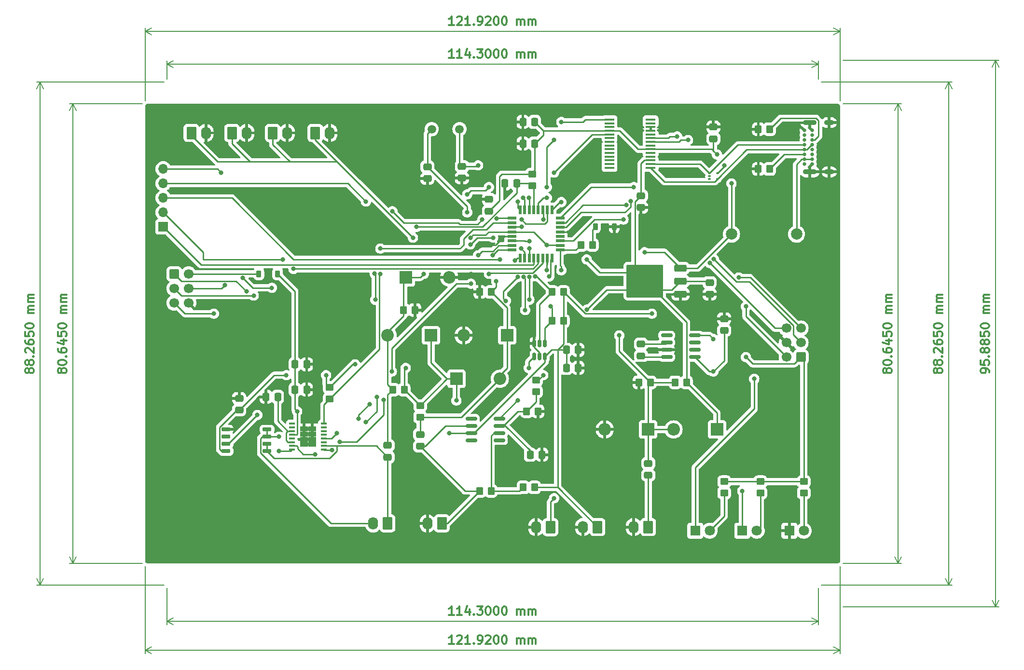
<source format=gbr>
%TF.GenerationSoftware,KiCad,Pcbnew,8.0.1*%
%TF.CreationDate,2024-04-13T21:31:32-05:00*%
%TF.ProjectId,ECE445-Wattbalance-PCB,45434534-3435-42d5-9761-747462616c61,rev?*%
%TF.SameCoordinates,Original*%
%TF.FileFunction,Copper,L1,Top*%
%TF.FilePolarity,Positive*%
%FSLAX46Y46*%
G04 Gerber Fmt 4.6, Leading zero omitted, Abs format (unit mm)*
G04 Created by KiCad (PCBNEW 8.0.1) date 2024-04-13 21:31:32*
%MOMM*%
%LPD*%
G01*
G04 APERTURE LIST*
G04 Aperture macros list*
%AMRoundRect*
0 Rectangle with rounded corners*
0 $1 Rounding radius*
0 $2 $3 $4 $5 $6 $7 $8 $9 X,Y pos of 4 corners*
0 Add a 4 corners polygon primitive as box body*
4,1,4,$2,$3,$4,$5,$6,$7,$8,$9,$2,$3,0*
0 Add four circle primitives for the rounded corners*
1,1,$1+$1,$2,$3*
1,1,$1+$1,$4,$5*
1,1,$1+$1,$6,$7*
1,1,$1+$1,$8,$9*
0 Add four rect primitives between the rounded corners*
20,1,$1+$1,$2,$3,$4,$5,0*
20,1,$1+$1,$4,$5,$6,$7,0*
20,1,$1+$1,$6,$7,$8,$9,0*
20,1,$1+$1,$8,$9,$2,$3,0*%
G04 Aperture macros list end*
%ADD10C,0.300000*%
%TA.AperFunction,NonConductor*%
%ADD11C,0.300000*%
%TD*%
%TA.AperFunction,NonConductor*%
%ADD12C,0.200000*%
%TD*%
%TA.AperFunction,SMDPad,CuDef*%
%ADD13RoundRect,0.075000X-0.150000X-0.075000X0.150000X-0.075000X0.150000X0.075000X-0.150000X0.075000X0*%
%TD*%
%TA.AperFunction,ComponentPad*%
%ADD14RoundRect,0.250000X-0.620000X-0.845000X0.620000X-0.845000X0.620000X0.845000X-0.620000X0.845000X0*%
%TD*%
%TA.AperFunction,ComponentPad*%
%ADD15O,1.740000X2.190000*%
%TD*%
%TA.AperFunction,ComponentPad*%
%ADD16RoundRect,0.250000X0.620000X0.845000X-0.620000X0.845000X-0.620000X-0.845000X0.620000X-0.845000X0*%
%TD*%
%TA.AperFunction,ComponentPad*%
%ADD17C,1.700000*%
%TD*%
%TA.AperFunction,ComponentPad*%
%ADD18RoundRect,0.250000X-0.600000X-0.600000X0.600000X-0.600000X0.600000X0.600000X-0.600000X0.600000X0*%
%TD*%
%TA.AperFunction,ComponentPad*%
%ADD19C,0.650000*%
%TD*%
%TA.AperFunction,ComponentPad*%
%ADD20O,1.700000X0.900000*%
%TD*%
%TA.AperFunction,ComponentPad*%
%ADD21O,2.400000X0.900000*%
%TD*%
%TA.AperFunction,SMDPad,CuDef*%
%ADD22RoundRect,0.250000X-0.475000X0.337500X-0.475000X-0.337500X0.475000X-0.337500X0.475000X0.337500X0*%
%TD*%
%TA.AperFunction,ComponentPad*%
%ADD23RoundRect,0.250000X0.600000X0.600000X-0.600000X0.600000X-0.600000X-0.600000X0.600000X-0.600000X0*%
%TD*%
%TA.AperFunction,ComponentPad*%
%ADD24R,2.200000X2.200000*%
%TD*%
%TA.AperFunction,ComponentPad*%
%ADD25O,2.200000X2.200000*%
%TD*%
%TA.AperFunction,ComponentPad*%
%ADD26C,1.500000*%
%TD*%
%TA.AperFunction,SMDPad,CuDef*%
%ADD27RoundRect,0.150000X-0.825000X-0.150000X0.825000X-0.150000X0.825000X0.150000X-0.825000X0.150000X0*%
%TD*%
%TA.AperFunction,ComponentPad*%
%ADD28R,1.800000X1.800000*%
%TD*%
%TA.AperFunction,ComponentPad*%
%ADD29C,1.800000*%
%TD*%
%TA.AperFunction,SMDPad,CuDef*%
%ADD30R,1.470000X0.895000*%
%TD*%
%TA.AperFunction,SMDPad,CuDef*%
%ADD31R,1.050000X0.450000*%
%TD*%
%TA.AperFunction,SMDPad,CuDef*%
%ADD32RoundRect,0.250000X0.337500X0.475000X-0.337500X0.475000X-0.337500X-0.475000X0.337500X-0.475000X0*%
%TD*%
%TA.AperFunction,SMDPad,CuDef*%
%ADD33RoundRect,0.250000X0.350000X0.450000X-0.350000X0.450000X-0.350000X-0.450000X0.350000X-0.450000X0*%
%TD*%
%TA.AperFunction,SMDPad,CuDef*%
%ADD34RoundRect,0.250000X-0.350000X-0.450000X0.350000X-0.450000X0.350000X0.450000X-0.350000X0.450000X0*%
%TD*%
%TA.AperFunction,SMDPad,CuDef*%
%ADD35RoundRect,0.250000X-0.450000X0.350000X-0.450000X-0.350000X0.450000X-0.350000X0.450000X0.350000X0*%
%TD*%
%TA.AperFunction,SMDPad,CuDef*%
%ADD36RoundRect,0.150000X0.650000X0.150000X-0.650000X0.150000X-0.650000X-0.150000X0.650000X-0.150000X0*%
%TD*%
%TA.AperFunction,SMDPad,CuDef*%
%ADD37RoundRect,0.250000X-0.337500X-0.475000X0.337500X-0.475000X0.337500X0.475000X-0.337500X0.475000X0*%
%TD*%
%TA.AperFunction,SMDPad,CuDef*%
%ADD38RoundRect,0.250000X0.475000X-0.337500X0.475000X0.337500X-0.475000X0.337500X-0.475000X-0.337500X0*%
%TD*%
%TA.AperFunction,ComponentPad*%
%ADD39O,1.700000X1.700000*%
%TD*%
%TA.AperFunction,ComponentPad*%
%ADD40R,1.700000X1.700000*%
%TD*%
%TA.AperFunction,SMDPad,CuDef*%
%ADD41R,1.750000X0.450000*%
%TD*%
%TA.AperFunction,SMDPad,CuDef*%
%ADD42RoundRect,0.250000X0.450000X-0.350000X0.450000X0.350000X-0.450000X0.350000X-0.450000X-0.350000X0*%
%TD*%
%TA.AperFunction,SMDPad,CuDef*%
%ADD43RoundRect,0.150000X0.825000X0.150000X-0.825000X0.150000X-0.825000X-0.150000X0.825000X-0.150000X0*%
%TD*%
%TA.AperFunction,SMDPad,CuDef*%
%ADD44RoundRect,0.150000X0.150000X-0.512500X0.150000X0.512500X-0.150000X0.512500X-0.150000X-0.512500X0*%
%TD*%
%TA.AperFunction,SMDPad,CuDef*%
%ADD45RoundRect,0.225000X0.225000X0.375000X-0.225000X0.375000X-0.225000X-0.375000X0.225000X-0.375000X0*%
%TD*%
%TA.AperFunction,SMDPad,CuDef*%
%ADD46RoundRect,0.250000X0.850000X0.350000X-0.850000X0.350000X-0.850000X-0.350000X0.850000X-0.350000X0*%
%TD*%
%TA.AperFunction,SMDPad,CuDef*%
%ADD47RoundRect,0.250000X1.275000X1.125000X-1.275000X1.125000X-1.275000X-1.125000X1.275000X-1.125000X0*%
%TD*%
%TA.AperFunction,SMDPad,CuDef*%
%ADD48RoundRect,0.249997X2.950003X2.650003X-2.950003X2.650003X-2.950003X-2.650003X2.950003X-2.650003X0*%
%TD*%
%TA.AperFunction,SMDPad,CuDef*%
%ADD49R,0.550000X1.600000*%
%TD*%
%TA.AperFunction,SMDPad,CuDef*%
%ADD50R,1.600000X0.550000*%
%TD*%
%TA.AperFunction,ComponentPad*%
%ADD51C,2.000000*%
%TD*%
%TA.AperFunction,ViaPad*%
%ADD52C,0.800000*%
%TD*%
%TA.AperFunction,Conductor*%
%ADD53C,0.254000*%
%TD*%
G04 APERTURE END LIST*
D10*
D11*
X238908328Y-104258212D02*
X238908328Y-103972498D01*
X238908328Y-103972498D02*
X238836900Y-103829641D01*
X238836900Y-103829641D02*
X238765471Y-103758212D01*
X238765471Y-103758212D02*
X238551185Y-103615355D01*
X238551185Y-103615355D02*
X238265471Y-103543926D01*
X238265471Y-103543926D02*
X237694042Y-103543926D01*
X237694042Y-103543926D02*
X237551185Y-103615355D01*
X237551185Y-103615355D02*
X237479757Y-103686784D01*
X237479757Y-103686784D02*
X237408328Y-103829641D01*
X237408328Y-103829641D02*
X237408328Y-104115355D01*
X237408328Y-104115355D02*
X237479757Y-104258212D01*
X237479757Y-104258212D02*
X237551185Y-104329641D01*
X237551185Y-104329641D02*
X237694042Y-104401069D01*
X237694042Y-104401069D02*
X238051185Y-104401069D01*
X238051185Y-104401069D02*
X238194042Y-104329641D01*
X238194042Y-104329641D02*
X238265471Y-104258212D01*
X238265471Y-104258212D02*
X238336900Y-104115355D01*
X238336900Y-104115355D02*
X238336900Y-103829641D01*
X238336900Y-103829641D02*
X238265471Y-103686784D01*
X238265471Y-103686784D02*
X238194042Y-103615355D01*
X238194042Y-103615355D02*
X238051185Y-103543926D01*
X237408328Y-102186784D02*
X237408328Y-102901070D01*
X237408328Y-102901070D02*
X238122614Y-102972498D01*
X238122614Y-102972498D02*
X238051185Y-102901070D01*
X238051185Y-102901070D02*
X237979757Y-102758213D01*
X237979757Y-102758213D02*
X237979757Y-102401070D01*
X237979757Y-102401070D02*
X238051185Y-102258213D01*
X238051185Y-102258213D02*
X238122614Y-102186784D01*
X238122614Y-102186784D02*
X238265471Y-102115355D01*
X238265471Y-102115355D02*
X238622614Y-102115355D01*
X238622614Y-102115355D02*
X238765471Y-102186784D01*
X238765471Y-102186784D02*
X238836900Y-102258213D01*
X238836900Y-102258213D02*
X238908328Y-102401070D01*
X238908328Y-102401070D02*
X238908328Y-102758213D01*
X238908328Y-102758213D02*
X238836900Y-102901070D01*
X238836900Y-102901070D02*
X238765471Y-102972498D01*
X238765471Y-101472499D02*
X238836900Y-101401070D01*
X238836900Y-101401070D02*
X238908328Y-101472499D01*
X238908328Y-101472499D02*
X238836900Y-101543927D01*
X238836900Y-101543927D02*
X238765471Y-101472499D01*
X238765471Y-101472499D02*
X238908328Y-101472499D01*
X238051185Y-100543927D02*
X237979757Y-100686784D01*
X237979757Y-100686784D02*
X237908328Y-100758213D01*
X237908328Y-100758213D02*
X237765471Y-100829641D01*
X237765471Y-100829641D02*
X237694042Y-100829641D01*
X237694042Y-100829641D02*
X237551185Y-100758213D01*
X237551185Y-100758213D02*
X237479757Y-100686784D01*
X237479757Y-100686784D02*
X237408328Y-100543927D01*
X237408328Y-100543927D02*
X237408328Y-100258213D01*
X237408328Y-100258213D02*
X237479757Y-100115356D01*
X237479757Y-100115356D02*
X237551185Y-100043927D01*
X237551185Y-100043927D02*
X237694042Y-99972498D01*
X237694042Y-99972498D02*
X237765471Y-99972498D01*
X237765471Y-99972498D02*
X237908328Y-100043927D01*
X237908328Y-100043927D02*
X237979757Y-100115356D01*
X237979757Y-100115356D02*
X238051185Y-100258213D01*
X238051185Y-100258213D02*
X238051185Y-100543927D01*
X238051185Y-100543927D02*
X238122614Y-100686784D01*
X238122614Y-100686784D02*
X238194042Y-100758213D01*
X238194042Y-100758213D02*
X238336900Y-100829641D01*
X238336900Y-100829641D02*
X238622614Y-100829641D01*
X238622614Y-100829641D02*
X238765471Y-100758213D01*
X238765471Y-100758213D02*
X238836900Y-100686784D01*
X238836900Y-100686784D02*
X238908328Y-100543927D01*
X238908328Y-100543927D02*
X238908328Y-100258213D01*
X238908328Y-100258213D02*
X238836900Y-100115356D01*
X238836900Y-100115356D02*
X238765471Y-100043927D01*
X238765471Y-100043927D02*
X238622614Y-99972498D01*
X238622614Y-99972498D02*
X238336900Y-99972498D01*
X238336900Y-99972498D02*
X238194042Y-100043927D01*
X238194042Y-100043927D02*
X238122614Y-100115356D01*
X238122614Y-100115356D02*
X238051185Y-100258213D01*
X238051185Y-99115356D02*
X237979757Y-99258213D01*
X237979757Y-99258213D02*
X237908328Y-99329642D01*
X237908328Y-99329642D02*
X237765471Y-99401070D01*
X237765471Y-99401070D02*
X237694042Y-99401070D01*
X237694042Y-99401070D02*
X237551185Y-99329642D01*
X237551185Y-99329642D02*
X237479757Y-99258213D01*
X237479757Y-99258213D02*
X237408328Y-99115356D01*
X237408328Y-99115356D02*
X237408328Y-98829642D01*
X237408328Y-98829642D02*
X237479757Y-98686785D01*
X237479757Y-98686785D02*
X237551185Y-98615356D01*
X237551185Y-98615356D02*
X237694042Y-98543927D01*
X237694042Y-98543927D02*
X237765471Y-98543927D01*
X237765471Y-98543927D02*
X237908328Y-98615356D01*
X237908328Y-98615356D02*
X237979757Y-98686785D01*
X237979757Y-98686785D02*
X238051185Y-98829642D01*
X238051185Y-98829642D02*
X238051185Y-99115356D01*
X238051185Y-99115356D02*
X238122614Y-99258213D01*
X238122614Y-99258213D02*
X238194042Y-99329642D01*
X238194042Y-99329642D02*
X238336900Y-99401070D01*
X238336900Y-99401070D02*
X238622614Y-99401070D01*
X238622614Y-99401070D02*
X238765471Y-99329642D01*
X238765471Y-99329642D02*
X238836900Y-99258213D01*
X238836900Y-99258213D02*
X238908328Y-99115356D01*
X238908328Y-99115356D02*
X238908328Y-98829642D01*
X238908328Y-98829642D02*
X238836900Y-98686785D01*
X238836900Y-98686785D02*
X238765471Y-98615356D01*
X238765471Y-98615356D02*
X238622614Y-98543927D01*
X238622614Y-98543927D02*
X238336900Y-98543927D01*
X238336900Y-98543927D02*
X238194042Y-98615356D01*
X238194042Y-98615356D02*
X238122614Y-98686785D01*
X238122614Y-98686785D02*
X238051185Y-98829642D01*
X237408328Y-97186785D02*
X237408328Y-97901071D01*
X237408328Y-97901071D02*
X238122614Y-97972499D01*
X238122614Y-97972499D02*
X238051185Y-97901071D01*
X238051185Y-97901071D02*
X237979757Y-97758214D01*
X237979757Y-97758214D02*
X237979757Y-97401071D01*
X237979757Y-97401071D02*
X238051185Y-97258214D01*
X238051185Y-97258214D02*
X238122614Y-97186785D01*
X238122614Y-97186785D02*
X238265471Y-97115356D01*
X238265471Y-97115356D02*
X238622614Y-97115356D01*
X238622614Y-97115356D02*
X238765471Y-97186785D01*
X238765471Y-97186785D02*
X238836900Y-97258214D01*
X238836900Y-97258214D02*
X238908328Y-97401071D01*
X238908328Y-97401071D02*
X238908328Y-97758214D01*
X238908328Y-97758214D02*
X238836900Y-97901071D01*
X238836900Y-97901071D02*
X238765471Y-97972499D01*
X237408328Y-96186785D02*
X237408328Y-96043928D01*
X237408328Y-96043928D02*
X237479757Y-95901071D01*
X237479757Y-95901071D02*
X237551185Y-95829643D01*
X237551185Y-95829643D02*
X237694042Y-95758214D01*
X237694042Y-95758214D02*
X237979757Y-95686785D01*
X237979757Y-95686785D02*
X238336900Y-95686785D01*
X238336900Y-95686785D02*
X238622614Y-95758214D01*
X238622614Y-95758214D02*
X238765471Y-95829643D01*
X238765471Y-95829643D02*
X238836900Y-95901071D01*
X238836900Y-95901071D02*
X238908328Y-96043928D01*
X238908328Y-96043928D02*
X238908328Y-96186785D01*
X238908328Y-96186785D02*
X238836900Y-96329643D01*
X238836900Y-96329643D02*
X238765471Y-96401071D01*
X238765471Y-96401071D02*
X238622614Y-96472500D01*
X238622614Y-96472500D02*
X238336900Y-96543928D01*
X238336900Y-96543928D02*
X237979757Y-96543928D01*
X237979757Y-96543928D02*
X237694042Y-96472500D01*
X237694042Y-96472500D02*
X237551185Y-96401071D01*
X237551185Y-96401071D02*
X237479757Y-96329643D01*
X237479757Y-96329643D02*
X237408328Y-96186785D01*
X238908328Y-93901072D02*
X237908328Y-93901072D01*
X238051185Y-93901072D02*
X237979757Y-93829643D01*
X237979757Y-93829643D02*
X237908328Y-93686786D01*
X237908328Y-93686786D02*
X237908328Y-93472500D01*
X237908328Y-93472500D02*
X237979757Y-93329643D01*
X237979757Y-93329643D02*
X238122614Y-93258215D01*
X238122614Y-93258215D02*
X238908328Y-93258215D01*
X238122614Y-93258215D02*
X237979757Y-93186786D01*
X237979757Y-93186786D02*
X237908328Y-93043929D01*
X237908328Y-93043929D02*
X237908328Y-92829643D01*
X237908328Y-92829643D02*
X237979757Y-92686786D01*
X237979757Y-92686786D02*
X238122614Y-92615357D01*
X238122614Y-92615357D02*
X238908328Y-92615357D01*
X238908328Y-91901072D02*
X237908328Y-91901072D01*
X238051185Y-91901072D02*
X237979757Y-91829643D01*
X237979757Y-91829643D02*
X237908328Y-91686786D01*
X237908328Y-91686786D02*
X237908328Y-91472500D01*
X237908328Y-91472500D02*
X237979757Y-91329643D01*
X237979757Y-91329643D02*
X238122614Y-91258215D01*
X238122614Y-91258215D02*
X238908328Y-91258215D01*
X238122614Y-91258215D02*
X237979757Y-91186786D01*
X237979757Y-91186786D02*
X237908328Y-91043929D01*
X237908328Y-91043929D02*
X237908328Y-90829643D01*
X237908328Y-90829643D02*
X237979757Y-90686786D01*
X237979757Y-90686786D02*
X238122614Y-90615357D01*
X238122614Y-90615357D02*
X238908328Y-90615357D01*
D12*
X213225000Y-145415000D02*
X240616420Y-145415000D01*
X213225000Y-49530000D02*
X240616420Y-49530000D01*
X240030000Y-145415000D02*
X240030000Y-49530000D01*
X240030000Y-145415000D02*
X240030000Y-49530000D01*
X240030000Y-145415000D02*
X239443579Y-144288496D01*
X240030000Y-145415000D02*
X240616421Y-144288496D01*
X240030000Y-49530000D02*
X240616421Y-50656504D01*
X240030000Y-49530000D02*
X239443579Y-50656504D01*
D10*
D11*
X144979287Y-49043328D02*
X144122144Y-49043328D01*
X144550715Y-49043328D02*
X144550715Y-47543328D01*
X144550715Y-47543328D02*
X144407858Y-47757614D01*
X144407858Y-47757614D02*
X144265001Y-47900471D01*
X144265001Y-47900471D02*
X144122144Y-47971900D01*
X146407858Y-49043328D02*
X145550715Y-49043328D01*
X145979286Y-49043328D02*
X145979286Y-47543328D01*
X145979286Y-47543328D02*
X145836429Y-47757614D01*
X145836429Y-47757614D02*
X145693572Y-47900471D01*
X145693572Y-47900471D02*
X145550715Y-47971900D01*
X147693572Y-48043328D02*
X147693572Y-49043328D01*
X147336429Y-47471900D02*
X146979286Y-48543328D01*
X146979286Y-48543328D02*
X147907857Y-48543328D01*
X148479285Y-48900471D02*
X148550714Y-48971900D01*
X148550714Y-48971900D02*
X148479285Y-49043328D01*
X148479285Y-49043328D02*
X148407857Y-48971900D01*
X148407857Y-48971900D02*
X148479285Y-48900471D01*
X148479285Y-48900471D02*
X148479285Y-49043328D01*
X149050714Y-47543328D02*
X149979286Y-47543328D01*
X149979286Y-47543328D02*
X149479286Y-48114757D01*
X149479286Y-48114757D02*
X149693571Y-48114757D01*
X149693571Y-48114757D02*
X149836429Y-48186185D01*
X149836429Y-48186185D02*
X149907857Y-48257614D01*
X149907857Y-48257614D02*
X149979286Y-48400471D01*
X149979286Y-48400471D02*
X149979286Y-48757614D01*
X149979286Y-48757614D02*
X149907857Y-48900471D01*
X149907857Y-48900471D02*
X149836429Y-48971900D01*
X149836429Y-48971900D02*
X149693571Y-49043328D01*
X149693571Y-49043328D02*
X149265000Y-49043328D01*
X149265000Y-49043328D02*
X149122143Y-48971900D01*
X149122143Y-48971900D02*
X149050714Y-48900471D01*
X150907857Y-47543328D02*
X151050714Y-47543328D01*
X151050714Y-47543328D02*
X151193571Y-47614757D01*
X151193571Y-47614757D02*
X151265000Y-47686185D01*
X151265000Y-47686185D02*
X151336428Y-47829042D01*
X151336428Y-47829042D02*
X151407857Y-48114757D01*
X151407857Y-48114757D02*
X151407857Y-48471900D01*
X151407857Y-48471900D02*
X151336428Y-48757614D01*
X151336428Y-48757614D02*
X151265000Y-48900471D01*
X151265000Y-48900471D02*
X151193571Y-48971900D01*
X151193571Y-48971900D02*
X151050714Y-49043328D01*
X151050714Y-49043328D02*
X150907857Y-49043328D01*
X150907857Y-49043328D02*
X150765000Y-48971900D01*
X150765000Y-48971900D02*
X150693571Y-48900471D01*
X150693571Y-48900471D02*
X150622142Y-48757614D01*
X150622142Y-48757614D02*
X150550714Y-48471900D01*
X150550714Y-48471900D02*
X150550714Y-48114757D01*
X150550714Y-48114757D02*
X150622142Y-47829042D01*
X150622142Y-47829042D02*
X150693571Y-47686185D01*
X150693571Y-47686185D02*
X150765000Y-47614757D01*
X150765000Y-47614757D02*
X150907857Y-47543328D01*
X152336428Y-47543328D02*
X152479285Y-47543328D01*
X152479285Y-47543328D02*
X152622142Y-47614757D01*
X152622142Y-47614757D02*
X152693571Y-47686185D01*
X152693571Y-47686185D02*
X152764999Y-47829042D01*
X152764999Y-47829042D02*
X152836428Y-48114757D01*
X152836428Y-48114757D02*
X152836428Y-48471900D01*
X152836428Y-48471900D02*
X152764999Y-48757614D01*
X152764999Y-48757614D02*
X152693571Y-48900471D01*
X152693571Y-48900471D02*
X152622142Y-48971900D01*
X152622142Y-48971900D02*
X152479285Y-49043328D01*
X152479285Y-49043328D02*
X152336428Y-49043328D01*
X152336428Y-49043328D02*
X152193571Y-48971900D01*
X152193571Y-48971900D02*
X152122142Y-48900471D01*
X152122142Y-48900471D02*
X152050713Y-48757614D01*
X152050713Y-48757614D02*
X151979285Y-48471900D01*
X151979285Y-48471900D02*
X151979285Y-48114757D01*
X151979285Y-48114757D02*
X152050713Y-47829042D01*
X152050713Y-47829042D02*
X152122142Y-47686185D01*
X152122142Y-47686185D02*
X152193571Y-47614757D01*
X152193571Y-47614757D02*
X152336428Y-47543328D01*
X153764999Y-47543328D02*
X153907856Y-47543328D01*
X153907856Y-47543328D02*
X154050713Y-47614757D01*
X154050713Y-47614757D02*
X154122142Y-47686185D01*
X154122142Y-47686185D02*
X154193570Y-47829042D01*
X154193570Y-47829042D02*
X154264999Y-48114757D01*
X154264999Y-48114757D02*
X154264999Y-48471900D01*
X154264999Y-48471900D02*
X154193570Y-48757614D01*
X154193570Y-48757614D02*
X154122142Y-48900471D01*
X154122142Y-48900471D02*
X154050713Y-48971900D01*
X154050713Y-48971900D02*
X153907856Y-49043328D01*
X153907856Y-49043328D02*
X153764999Y-49043328D01*
X153764999Y-49043328D02*
X153622142Y-48971900D01*
X153622142Y-48971900D02*
X153550713Y-48900471D01*
X153550713Y-48900471D02*
X153479284Y-48757614D01*
X153479284Y-48757614D02*
X153407856Y-48471900D01*
X153407856Y-48471900D02*
X153407856Y-48114757D01*
X153407856Y-48114757D02*
X153479284Y-47829042D01*
X153479284Y-47829042D02*
X153550713Y-47686185D01*
X153550713Y-47686185D02*
X153622142Y-47614757D01*
X153622142Y-47614757D02*
X153764999Y-47543328D01*
X156050712Y-49043328D02*
X156050712Y-48043328D01*
X156050712Y-48186185D02*
X156122141Y-48114757D01*
X156122141Y-48114757D02*
X156264998Y-48043328D01*
X156264998Y-48043328D02*
X156479284Y-48043328D01*
X156479284Y-48043328D02*
X156622141Y-48114757D01*
X156622141Y-48114757D02*
X156693570Y-48257614D01*
X156693570Y-48257614D02*
X156693570Y-49043328D01*
X156693570Y-48257614D02*
X156764998Y-48114757D01*
X156764998Y-48114757D02*
X156907855Y-48043328D01*
X156907855Y-48043328D02*
X157122141Y-48043328D01*
X157122141Y-48043328D02*
X157264998Y-48114757D01*
X157264998Y-48114757D02*
X157336427Y-48257614D01*
X157336427Y-48257614D02*
X157336427Y-49043328D01*
X158050712Y-49043328D02*
X158050712Y-48043328D01*
X158050712Y-48186185D02*
X158122141Y-48114757D01*
X158122141Y-48114757D02*
X158264998Y-48043328D01*
X158264998Y-48043328D02*
X158479284Y-48043328D01*
X158479284Y-48043328D02*
X158622141Y-48114757D01*
X158622141Y-48114757D02*
X158693570Y-48257614D01*
X158693570Y-48257614D02*
X158693570Y-49043328D01*
X158693570Y-48257614D02*
X158764998Y-48114757D01*
X158764998Y-48114757D02*
X158907855Y-48043328D01*
X158907855Y-48043328D02*
X159122141Y-48043328D01*
X159122141Y-48043328D02*
X159264998Y-48114757D01*
X159264998Y-48114757D02*
X159336427Y-48257614D01*
X159336427Y-48257614D02*
X159336427Y-49043328D01*
D12*
X94615000Y-52840000D02*
X94615000Y-49578580D01*
X208915000Y-52840000D02*
X208915000Y-49578580D01*
X94615000Y-50165000D02*
X208915000Y-50165000D01*
X94615000Y-50165000D02*
X208915000Y-50165000D01*
X94615000Y-50165000D02*
X95741504Y-49578579D01*
X94615000Y-50165000D02*
X95741504Y-50751421D01*
X208915000Y-50165000D02*
X207788496Y-50751421D01*
X208915000Y-50165000D02*
X207788496Y-49578579D01*
D10*
D11*
X144979287Y-146833328D02*
X144122144Y-146833328D01*
X144550715Y-146833328D02*
X144550715Y-145333328D01*
X144550715Y-145333328D02*
X144407858Y-145547614D01*
X144407858Y-145547614D02*
X144265001Y-145690471D01*
X144265001Y-145690471D02*
X144122144Y-145761900D01*
X146407858Y-146833328D02*
X145550715Y-146833328D01*
X145979286Y-146833328D02*
X145979286Y-145333328D01*
X145979286Y-145333328D02*
X145836429Y-145547614D01*
X145836429Y-145547614D02*
X145693572Y-145690471D01*
X145693572Y-145690471D02*
X145550715Y-145761900D01*
X147693572Y-145833328D02*
X147693572Y-146833328D01*
X147336429Y-145261900D02*
X146979286Y-146333328D01*
X146979286Y-146333328D02*
X147907857Y-146333328D01*
X148479285Y-146690471D02*
X148550714Y-146761900D01*
X148550714Y-146761900D02*
X148479285Y-146833328D01*
X148479285Y-146833328D02*
X148407857Y-146761900D01*
X148407857Y-146761900D02*
X148479285Y-146690471D01*
X148479285Y-146690471D02*
X148479285Y-146833328D01*
X149050714Y-145333328D02*
X149979286Y-145333328D01*
X149979286Y-145333328D02*
X149479286Y-145904757D01*
X149479286Y-145904757D02*
X149693571Y-145904757D01*
X149693571Y-145904757D02*
X149836429Y-145976185D01*
X149836429Y-145976185D02*
X149907857Y-146047614D01*
X149907857Y-146047614D02*
X149979286Y-146190471D01*
X149979286Y-146190471D02*
X149979286Y-146547614D01*
X149979286Y-146547614D02*
X149907857Y-146690471D01*
X149907857Y-146690471D02*
X149836429Y-146761900D01*
X149836429Y-146761900D02*
X149693571Y-146833328D01*
X149693571Y-146833328D02*
X149265000Y-146833328D01*
X149265000Y-146833328D02*
X149122143Y-146761900D01*
X149122143Y-146761900D02*
X149050714Y-146690471D01*
X150907857Y-145333328D02*
X151050714Y-145333328D01*
X151050714Y-145333328D02*
X151193571Y-145404757D01*
X151193571Y-145404757D02*
X151265000Y-145476185D01*
X151265000Y-145476185D02*
X151336428Y-145619042D01*
X151336428Y-145619042D02*
X151407857Y-145904757D01*
X151407857Y-145904757D02*
X151407857Y-146261900D01*
X151407857Y-146261900D02*
X151336428Y-146547614D01*
X151336428Y-146547614D02*
X151265000Y-146690471D01*
X151265000Y-146690471D02*
X151193571Y-146761900D01*
X151193571Y-146761900D02*
X151050714Y-146833328D01*
X151050714Y-146833328D02*
X150907857Y-146833328D01*
X150907857Y-146833328D02*
X150765000Y-146761900D01*
X150765000Y-146761900D02*
X150693571Y-146690471D01*
X150693571Y-146690471D02*
X150622142Y-146547614D01*
X150622142Y-146547614D02*
X150550714Y-146261900D01*
X150550714Y-146261900D02*
X150550714Y-145904757D01*
X150550714Y-145904757D02*
X150622142Y-145619042D01*
X150622142Y-145619042D02*
X150693571Y-145476185D01*
X150693571Y-145476185D02*
X150765000Y-145404757D01*
X150765000Y-145404757D02*
X150907857Y-145333328D01*
X152336428Y-145333328D02*
X152479285Y-145333328D01*
X152479285Y-145333328D02*
X152622142Y-145404757D01*
X152622142Y-145404757D02*
X152693571Y-145476185D01*
X152693571Y-145476185D02*
X152764999Y-145619042D01*
X152764999Y-145619042D02*
X152836428Y-145904757D01*
X152836428Y-145904757D02*
X152836428Y-146261900D01*
X152836428Y-146261900D02*
X152764999Y-146547614D01*
X152764999Y-146547614D02*
X152693571Y-146690471D01*
X152693571Y-146690471D02*
X152622142Y-146761900D01*
X152622142Y-146761900D02*
X152479285Y-146833328D01*
X152479285Y-146833328D02*
X152336428Y-146833328D01*
X152336428Y-146833328D02*
X152193571Y-146761900D01*
X152193571Y-146761900D02*
X152122142Y-146690471D01*
X152122142Y-146690471D02*
X152050713Y-146547614D01*
X152050713Y-146547614D02*
X151979285Y-146261900D01*
X151979285Y-146261900D02*
X151979285Y-145904757D01*
X151979285Y-145904757D02*
X152050713Y-145619042D01*
X152050713Y-145619042D02*
X152122142Y-145476185D01*
X152122142Y-145476185D02*
X152193571Y-145404757D01*
X152193571Y-145404757D02*
X152336428Y-145333328D01*
X153764999Y-145333328D02*
X153907856Y-145333328D01*
X153907856Y-145333328D02*
X154050713Y-145404757D01*
X154050713Y-145404757D02*
X154122142Y-145476185D01*
X154122142Y-145476185D02*
X154193570Y-145619042D01*
X154193570Y-145619042D02*
X154264999Y-145904757D01*
X154264999Y-145904757D02*
X154264999Y-146261900D01*
X154264999Y-146261900D02*
X154193570Y-146547614D01*
X154193570Y-146547614D02*
X154122142Y-146690471D01*
X154122142Y-146690471D02*
X154050713Y-146761900D01*
X154050713Y-146761900D02*
X153907856Y-146833328D01*
X153907856Y-146833328D02*
X153764999Y-146833328D01*
X153764999Y-146833328D02*
X153622142Y-146761900D01*
X153622142Y-146761900D02*
X153550713Y-146690471D01*
X153550713Y-146690471D02*
X153479284Y-146547614D01*
X153479284Y-146547614D02*
X153407856Y-146261900D01*
X153407856Y-146261900D02*
X153407856Y-145904757D01*
X153407856Y-145904757D02*
X153479284Y-145619042D01*
X153479284Y-145619042D02*
X153550713Y-145476185D01*
X153550713Y-145476185D02*
X153622142Y-145404757D01*
X153622142Y-145404757D02*
X153764999Y-145333328D01*
X156050712Y-146833328D02*
X156050712Y-145833328D01*
X156050712Y-145976185D02*
X156122141Y-145904757D01*
X156122141Y-145904757D02*
X156264998Y-145833328D01*
X156264998Y-145833328D02*
X156479284Y-145833328D01*
X156479284Y-145833328D02*
X156622141Y-145904757D01*
X156622141Y-145904757D02*
X156693570Y-146047614D01*
X156693570Y-146047614D02*
X156693570Y-146833328D01*
X156693570Y-146047614D02*
X156764998Y-145904757D01*
X156764998Y-145904757D02*
X156907855Y-145833328D01*
X156907855Y-145833328D02*
X157122141Y-145833328D01*
X157122141Y-145833328D02*
X157264998Y-145904757D01*
X157264998Y-145904757D02*
X157336427Y-146047614D01*
X157336427Y-146047614D02*
X157336427Y-146833328D01*
X158050712Y-146833328D02*
X158050712Y-145833328D01*
X158050712Y-145976185D02*
X158122141Y-145904757D01*
X158122141Y-145904757D02*
X158264998Y-145833328D01*
X158264998Y-145833328D02*
X158479284Y-145833328D01*
X158479284Y-145833328D02*
X158622141Y-145904757D01*
X158622141Y-145904757D02*
X158693570Y-146047614D01*
X158693570Y-146047614D02*
X158693570Y-146833328D01*
X158693570Y-146047614D02*
X158764998Y-145904757D01*
X158764998Y-145904757D02*
X158907855Y-145833328D01*
X158907855Y-145833328D02*
X159122141Y-145833328D01*
X159122141Y-145833328D02*
X159264998Y-145904757D01*
X159264998Y-145904757D02*
X159336427Y-146047614D01*
X159336427Y-146047614D02*
X159336427Y-146833328D01*
D12*
X208915000Y-142105000D02*
X208915000Y-148541420D01*
X94615000Y-142105000D02*
X94615000Y-148541420D01*
X208915000Y-147955000D02*
X94615000Y-147955000D01*
X208915000Y-147955000D02*
X94615000Y-147955000D01*
X208915000Y-147955000D02*
X207788496Y-148541421D01*
X208915000Y-147955000D02*
X207788496Y-147368579D01*
X94615000Y-147955000D02*
X95741504Y-147368579D01*
X94615000Y-147955000D02*
X95741504Y-148541421D01*
D10*
D11*
X70411185Y-104115355D02*
X70339757Y-104258212D01*
X70339757Y-104258212D02*
X70268328Y-104329641D01*
X70268328Y-104329641D02*
X70125471Y-104401069D01*
X70125471Y-104401069D02*
X70054042Y-104401069D01*
X70054042Y-104401069D02*
X69911185Y-104329641D01*
X69911185Y-104329641D02*
X69839757Y-104258212D01*
X69839757Y-104258212D02*
X69768328Y-104115355D01*
X69768328Y-104115355D02*
X69768328Y-103829641D01*
X69768328Y-103829641D02*
X69839757Y-103686784D01*
X69839757Y-103686784D02*
X69911185Y-103615355D01*
X69911185Y-103615355D02*
X70054042Y-103543926D01*
X70054042Y-103543926D02*
X70125471Y-103543926D01*
X70125471Y-103543926D02*
X70268328Y-103615355D01*
X70268328Y-103615355D02*
X70339757Y-103686784D01*
X70339757Y-103686784D02*
X70411185Y-103829641D01*
X70411185Y-103829641D02*
X70411185Y-104115355D01*
X70411185Y-104115355D02*
X70482614Y-104258212D01*
X70482614Y-104258212D02*
X70554042Y-104329641D01*
X70554042Y-104329641D02*
X70696900Y-104401069D01*
X70696900Y-104401069D02*
X70982614Y-104401069D01*
X70982614Y-104401069D02*
X71125471Y-104329641D01*
X71125471Y-104329641D02*
X71196900Y-104258212D01*
X71196900Y-104258212D02*
X71268328Y-104115355D01*
X71268328Y-104115355D02*
X71268328Y-103829641D01*
X71268328Y-103829641D02*
X71196900Y-103686784D01*
X71196900Y-103686784D02*
X71125471Y-103615355D01*
X71125471Y-103615355D02*
X70982614Y-103543926D01*
X70982614Y-103543926D02*
X70696900Y-103543926D01*
X70696900Y-103543926D02*
X70554042Y-103615355D01*
X70554042Y-103615355D02*
X70482614Y-103686784D01*
X70482614Y-103686784D02*
X70411185Y-103829641D01*
X70411185Y-102686784D02*
X70339757Y-102829641D01*
X70339757Y-102829641D02*
X70268328Y-102901070D01*
X70268328Y-102901070D02*
X70125471Y-102972498D01*
X70125471Y-102972498D02*
X70054042Y-102972498D01*
X70054042Y-102972498D02*
X69911185Y-102901070D01*
X69911185Y-102901070D02*
X69839757Y-102829641D01*
X69839757Y-102829641D02*
X69768328Y-102686784D01*
X69768328Y-102686784D02*
X69768328Y-102401070D01*
X69768328Y-102401070D02*
X69839757Y-102258213D01*
X69839757Y-102258213D02*
X69911185Y-102186784D01*
X69911185Y-102186784D02*
X70054042Y-102115355D01*
X70054042Y-102115355D02*
X70125471Y-102115355D01*
X70125471Y-102115355D02*
X70268328Y-102186784D01*
X70268328Y-102186784D02*
X70339757Y-102258213D01*
X70339757Y-102258213D02*
X70411185Y-102401070D01*
X70411185Y-102401070D02*
X70411185Y-102686784D01*
X70411185Y-102686784D02*
X70482614Y-102829641D01*
X70482614Y-102829641D02*
X70554042Y-102901070D01*
X70554042Y-102901070D02*
X70696900Y-102972498D01*
X70696900Y-102972498D02*
X70982614Y-102972498D01*
X70982614Y-102972498D02*
X71125471Y-102901070D01*
X71125471Y-102901070D02*
X71196900Y-102829641D01*
X71196900Y-102829641D02*
X71268328Y-102686784D01*
X71268328Y-102686784D02*
X71268328Y-102401070D01*
X71268328Y-102401070D02*
X71196900Y-102258213D01*
X71196900Y-102258213D02*
X71125471Y-102186784D01*
X71125471Y-102186784D02*
X70982614Y-102115355D01*
X70982614Y-102115355D02*
X70696900Y-102115355D01*
X70696900Y-102115355D02*
X70554042Y-102186784D01*
X70554042Y-102186784D02*
X70482614Y-102258213D01*
X70482614Y-102258213D02*
X70411185Y-102401070D01*
X71125471Y-101472499D02*
X71196900Y-101401070D01*
X71196900Y-101401070D02*
X71268328Y-101472499D01*
X71268328Y-101472499D02*
X71196900Y-101543927D01*
X71196900Y-101543927D02*
X71125471Y-101472499D01*
X71125471Y-101472499D02*
X71268328Y-101472499D01*
X69911185Y-100829641D02*
X69839757Y-100758213D01*
X69839757Y-100758213D02*
X69768328Y-100615356D01*
X69768328Y-100615356D02*
X69768328Y-100258213D01*
X69768328Y-100258213D02*
X69839757Y-100115356D01*
X69839757Y-100115356D02*
X69911185Y-100043927D01*
X69911185Y-100043927D02*
X70054042Y-99972498D01*
X70054042Y-99972498D02*
X70196900Y-99972498D01*
X70196900Y-99972498D02*
X70411185Y-100043927D01*
X70411185Y-100043927D02*
X71268328Y-100901070D01*
X71268328Y-100901070D02*
X71268328Y-99972498D01*
X69768328Y-98686785D02*
X69768328Y-98972499D01*
X69768328Y-98972499D02*
X69839757Y-99115356D01*
X69839757Y-99115356D02*
X69911185Y-99186785D01*
X69911185Y-99186785D02*
X70125471Y-99329642D01*
X70125471Y-99329642D02*
X70411185Y-99401070D01*
X70411185Y-99401070D02*
X70982614Y-99401070D01*
X70982614Y-99401070D02*
X71125471Y-99329642D01*
X71125471Y-99329642D02*
X71196900Y-99258213D01*
X71196900Y-99258213D02*
X71268328Y-99115356D01*
X71268328Y-99115356D02*
X71268328Y-98829642D01*
X71268328Y-98829642D02*
X71196900Y-98686785D01*
X71196900Y-98686785D02*
X71125471Y-98615356D01*
X71125471Y-98615356D02*
X70982614Y-98543927D01*
X70982614Y-98543927D02*
X70625471Y-98543927D01*
X70625471Y-98543927D02*
X70482614Y-98615356D01*
X70482614Y-98615356D02*
X70411185Y-98686785D01*
X70411185Y-98686785D02*
X70339757Y-98829642D01*
X70339757Y-98829642D02*
X70339757Y-99115356D01*
X70339757Y-99115356D02*
X70411185Y-99258213D01*
X70411185Y-99258213D02*
X70482614Y-99329642D01*
X70482614Y-99329642D02*
X70625471Y-99401070D01*
X69768328Y-97186785D02*
X69768328Y-97901071D01*
X69768328Y-97901071D02*
X70482614Y-97972499D01*
X70482614Y-97972499D02*
X70411185Y-97901071D01*
X70411185Y-97901071D02*
X70339757Y-97758214D01*
X70339757Y-97758214D02*
X70339757Y-97401071D01*
X70339757Y-97401071D02*
X70411185Y-97258214D01*
X70411185Y-97258214D02*
X70482614Y-97186785D01*
X70482614Y-97186785D02*
X70625471Y-97115356D01*
X70625471Y-97115356D02*
X70982614Y-97115356D01*
X70982614Y-97115356D02*
X71125471Y-97186785D01*
X71125471Y-97186785D02*
X71196900Y-97258214D01*
X71196900Y-97258214D02*
X71268328Y-97401071D01*
X71268328Y-97401071D02*
X71268328Y-97758214D01*
X71268328Y-97758214D02*
X71196900Y-97901071D01*
X71196900Y-97901071D02*
X71125471Y-97972499D01*
X69768328Y-96186785D02*
X69768328Y-96043928D01*
X69768328Y-96043928D02*
X69839757Y-95901071D01*
X69839757Y-95901071D02*
X69911185Y-95829643D01*
X69911185Y-95829643D02*
X70054042Y-95758214D01*
X70054042Y-95758214D02*
X70339757Y-95686785D01*
X70339757Y-95686785D02*
X70696900Y-95686785D01*
X70696900Y-95686785D02*
X70982614Y-95758214D01*
X70982614Y-95758214D02*
X71125471Y-95829643D01*
X71125471Y-95829643D02*
X71196900Y-95901071D01*
X71196900Y-95901071D02*
X71268328Y-96043928D01*
X71268328Y-96043928D02*
X71268328Y-96186785D01*
X71268328Y-96186785D02*
X71196900Y-96329643D01*
X71196900Y-96329643D02*
X71125471Y-96401071D01*
X71125471Y-96401071D02*
X70982614Y-96472500D01*
X70982614Y-96472500D02*
X70696900Y-96543928D01*
X70696900Y-96543928D02*
X70339757Y-96543928D01*
X70339757Y-96543928D02*
X70054042Y-96472500D01*
X70054042Y-96472500D02*
X69911185Y-96401071D01*
X69911185Y-96401071D02*
X69839757Y-96329643D01*
X69839757Y-96329643D02*
X69768328Y-96186785D01*
X71268328Y-93901072D02*
X70268328Y-93901072D01*
X70411185Y-93901072D02*
X70339757Y-93829643D01*
X70339757Y-93829643D02*
X70268328Y-93686786D01*
X70268328Y-93686786D02*
X70268328Y-93472500D01*
X70268328Y-93472500D02*
X70339757Y-93329643D01*
X70339757Y-93329643D02*
X70482614Y-93258215D01*
X70482614Y-93258215D02*
X71268328Y-93258215D01*
X70482614Y-93258215D02*
X70339757Y-93186786D01*
X70339757Y-93186786D02*
X70268328Y-93043929D01*
X70268328Y-93043929D02*
X70268328Y-92829643D01*
X70268328Y-92829643D02*
X70339757Y-92686786D01*
X70339757Y-92686786D02*
X70482614Y-92615357D01*
X70482614Y-92615357D02*
X71268328Y-92615357D01*
X71268328Y-91901072D02*
X70268328Y-91901072D01*
X70411185Y-91901072D02*
X70339757Y-91829643D01*
X70339757Y-91829643D02*
X70268328Y-91686786D01*
X70268328Y-91686786D02*
X70268328Y-91472500D01*
X70268328Y-91472500D02*
X70339757Y-91329643D01*
X70339757Y-91329643D02*
X70482614Y-91258215D01*
X70482614Y-91258215D02*
X71268328Y-91258215D01*
X70482614Y-91258215D02*
X70339757Y-91186786D01*
X70339757Y-91186786D02*
X70268328Y-91043929D01*
X70268328Y-91043929D02*
X70268328Y-90829643D01*
X70268328Y-90829643D02*
X70339757Y-90686786D01*
X70339757Y-90686786D02*
X70482614Y-90615357D01*
X70482614Y-90615357D02*
X71268328Y-90615357D01*
D12*
X94115000Y-53340000D02*
X71803580Y-53340000D01*
X94115000Y-141605000D02*
X71803580Y-141605000D01*
X72390000Y-53340000D02*
X72390000Y-141605000D01*
X72390000Y-53340000D02*
X72390000Y-141605000D01*
X72390000Y-53340000D02*
X72976421Y-54466504D01*
X72390000Y-53340000D02*
X71803579Y-54466504D01*
X72390000Y-141605000D02*
X71803579Y-140478496D01*
X72390000Y-141605000D02*
X72976421Y-140478496D01*
D10*
D11*
X229796185Y-104115355D02*
X229724757Y-104258212D01*
X229724757Y-104258212D02*
X229653328Y-104329641D01*
X229653328Y-104329641D02*
X229510471Y-104401069D01*
X229510471Y-104401069D02*
X229439042Y-104401069D01*
X229439042Y-104401069D02*
X229296185Y-104329641D01*
X229296185Y-104329641D02*
X229224757Y-104258212D01*
X229224757Y-104258212D02*
X229153328Y-104115355D01*
X229153328Y-104115355D02*
X229153328Y-103829641D01*
X229153328Y-103829641D02*
X229224757Y-103686784D01*
X229224757Y-103686784D02*
X229296185Y-103615355D01*
X229296185Y-103615355D02*
X229439042Y-103543926D01*
X229439042Y-103543926D02*
X229510471Y-103543926D01*
X229510471Y-103543926D02*
X229653328Y-103615355D01*
X229653328Y-103615355D02*
X229724757Y-103686784D01*
X229724757Y-103686784D02*
X229796185Y-103829641D01*
X229796185Y-103829641D02*
X229796185Y-104115355D01*
X229796185Y-104115355D02*
X229867614Y-104258212D01*
X229867614Y-104258212D02*
X229939042Y-104329641D01*
X229939042Y-104329641D02*
X230081900Y-104401069D01*
X230081900Y-104401069D02*
X230367614Y-104401069D01*
X230367614Y-104401069D02*
X230510471Y-104329641D01*
X230510471Y-104329641D02*
X230581900Y-104258212D01*
X230581900Y-104258212D02*
X230653328Y-104115355D01*
X230653328Y-104115355D02*
X230653328Y-103829641D01*
X230653328Y-103829641D02*
X230581900Y-103686784D01*
X230581900Y-103686784D02*
X230510471Y-103615355D01*
X230510471Y-103615355D02*
X230367614Y-103543926D01*
X230367614Y-103543926D02*
X230081900Y-103543926D01*
X230081900Y-103543926D02*
X229939042Y-103615355D01*
X229939042Y-103615355D02*
X229867614Y-103686784D01*
X229867614Y-103686784D02*
X229796185Y-103829641D01*
X229796185Y-102686784D02*
X229724757Y-102829641D01*
X229724757Y-102829641D02*
X229653328Y-102901070D01*
X229653328Y-102901070D02*
X229510471Y-102972498D01*
X229510471Y-102972498D02*
X229439042Y-102972498D01*
X229439042Y-102972498D02*
X229296185Y-102901070D01*
X229296185Y-102901070D02*
X229224757Y-102829641D01*
X229224757Y-102829641D02*
X229153328Y-102686784D01*
X229153328Y-102686784D02*
X229153328Y-102401070D01*
X229153328Y-102401070D02*
X229224757Y-102258213D01*
X229224757Y-102258213D02*
X229296185Y-102186784D01*
X229296185Y-102186784D02*
X229439042Y-102115355D01*
X229439042Y-102115355D02*
X229510471Y-102115355D01*
X229510471Y-102115355D02*
X229653328Y-102186784D01*
X229653328Y-102186784D02*
X229724757Y-102258213D01*
X229724757Y-102258213D02*
X229796185Y-102401070D01*
X229796185Y-102401070D02*
X229796185Y-102686784D01*
X229796185Y-102686784D02*
X229867614Y-102829641D01*
X229867614Y-102829641D02*
X229939042Y-102901070D01*
X229939042Y-102901070D02*
X230081900Y-102972498D01*
X230081900Y-102972498D02*
X230367614Y-102972498D01*
X230367614Y-102972498D02*
X230510471Y-102901070D01*
X230510471Y-102901070D02*
X230581900Y-102829641D01*
X230581900Y-102829641D02*
X230653328Y-102686784D01*
X230653328Y-102686784D02*
X230653328Y-102401070D01*
X230653328Y-102401070D02*
X230581900Y-102258213D01*
X230581900Y-102258213D02*
X230510471Y-102186784D01*
X230510471Y-102186784D02*
X230367614Y-102115355D01*
X230367614Y-102115355D02*
X230081900Y-102115355D01*
X230081900Y-102115355D02*
X229939042Y-102186784D01*
X229939042Y-102186784D02*
X229867614Y-102258213D01*
X229867614Y-102258213D02*
X229796185Y-102401070D01*
X230510471Y-101472499D02*
X230581900Y-101401070D01*
X230581900Y-101401070D02*
X230653328Y-101472499D01*
X230653328Y-101472499D02*
X230581900Y-101543927D01*
X230581900Y-101543927D02*
X230510471Y-101472499D01*
X230510471Y-101472499D02*
X230653328Y-101472499D01*
X229296185Y-100829641D02*
X229224757Y-100758213D01*
X229224757Y-100758213D02*
X229153328Y-100615356D01*
X229153328Y-100615356D02*
X229153328Y-100258213D01*
X229153328Y-100258213D02*
X229224757Y-100115356D01*
X229224757Y-100115356D02*
X229296185Y-100043927D01*
X229296185Y-100043927D02*
X229439042Y-99972498D01*
X229439042Y-99972498D02*
X229581900Y-99972498D01*
X229581900Y-99972498D02*
X229796185Y-100043927D01*
X229796185Y-100043927D02*
X230653328Y-100901070D01*
X230653328Y-100901070D02*
X230653328Y-99972498D01*
X229153328Y-98686785D02*
X229153328Y-98972499D01*
X229153328Y-98972499D02*
X229224757Y-99115356D01*
X229224757Y-99115356D02*
X229296185Y-99186785D01*
X229296185Y-99186785D02*
X229510471Y-99329642D01*
X229510471Y-99329642D02*
X229796185Y-99401070D01*
X229796185Y-99401070D02*
X230367614Y-99401070D01*
X230367614Y-99401070D02*
X230510471Y-99329642D01*
X230510471Y-99329642D02*
X230581900Y-99258213D01*
X230581900Y-99258213D02*
X230653328Y-99115356D01*
X230653328Y-99115356D02*
X230653328Y-98829642D01*
X230653328Y-98829642D02*
X230581900Y-98686785D01*
X230581900Y-98686785D02*
X230510471Y-98615356D01*
X230510471Y-98615356D02*
X230367614Y-98543927D01*
X230367614Y-98543927D02*
X230010471Y-98543927D01*
X230010471Y-98543927D02*
X229867614Y-98615356D01*
X229867614Y-98615356D02*
X229796185Y-98686785D01*
X229796185Y-98686785D02*
X229724757Y-98829642D01*
X229724757Y-98829642D02*
X229724757Y-99115356D01*
X229724757Y-99115356D02*
X229796185Y-99258213D01*
X229796185Y-99258213D02*
X229867614Y-99329642D01*
X229867614Y-99329642D02*
X230010471Y-99401070D01*
X229153328Y-97186785D02*
X229153328Y-97901071D01*
X229153328Y-97901071D02*
X229867614Y-97972499D01*
X229867614Y-97972499D02*
X229796185Y-97901071D01*
X229796185Y-97901071D02*
X229724757Y-97758214D01*
X229724757Y-97758214D02*
X229724757Y-97401071D01*
X229724757Y-97401071D02*
X229796185Y-97258214D01*
X229796185Y-97258214D02*
X229867614Y-97186785D01*
X229867614Y-97186785D02*
X230010471Y-97115356D01*
X230010471Y-97115356D02*
X230367614Y-97115356D01*
X230367614Y-97115356D02*
X230510471Y-97186785D01*
X230510471Y-97186785D02*
X230581900Y-97258214D01*
X230581900Y-97258214D02*
X230653328Y-97401071D01*
X230653328Y-97401071D02*
X230653328Y-97758214D01*
X230653328Y-97758214D02*
X230581900Y-97901071D01*
X230581900Y-97901071D02*
X230510471Y-97972499D01*
X229153328Y-96186785D02*
X229153328Y-96043928D01*
X229153328Y-96043928D02*
X229224757Y-95901071D01*
X229224757Y-95901071D02*
X229296185Y-95829643D01*
X229296185Y-95829643D02*
X229439042Y-95758214D01*
X229439042Y-95758214D02*
X229724757Y-95686785D01*
X229724757Y-95686785D02*
X230081900Y-95686785D01*
X230081900Y-95686785D02*
X230367614Y-95758214D01*
X230367614Y-95758214D02*
X230510471Y-95829643D01*
X230510471Y-95829643D02*
X230581900Y-95901071D01*
X230581900Y-95901071D02*
X230653328Y-96043928D01*
X230653328Y-96043928D02*
X230653328Y-96186785D01*
X230653328Y-96186785D02*
X230581900Y-96329643D01*
X230581900Y-96329643D02*
X230510471Y-96401071D01*
X230510471Y-96401071D02*
X230367614Y-96472500D01*
X230367614Y-96472500D02*
X230081900Y-96543928D01*
X230081900Y-96543928D02*
X229724757Y-96543928D01*
X229724757Y-96543928D02*
X229439042Y-96472500D01*
X229439042Y-96472500D02*
X229296185Y-96401071D01*
X229296185Y-96401071D02*
X229224757Y-96329643D01*
X229224757Y-96329643D02*
X229153328Y-96186785D01*
X230653328Y-93901072D02*
X229653328Y-93901072D01*
X229796185Y-93901072D02*
X229724757Y-93829643D01*
X229724757Y-93829643D02*
X229653328Y-93686786D01*
X229653328Y-93686786D02*
X229653328Y-93472500D01*
X229653328Y-93472500D02*
X229724757Y-93329643D01*
X229724757Y-93329643D02*
X229867614Y-93258215D01*
X229867614Y-93258215D02*
X230653328Y-93258215D01*
X229867614Y-93258215D02*
X229724757Y-93186786D01*
X229724757Y-93186786D02*
X229653328Y-93043929D01*
X229653328Y-93043929D02*
X229653328Y-92829643D01*
X229653328Y-92829643D02*
X229724757Y-92686786D01*
X229724757Y-92686786D02*
X229867614Y-92615357D01*
X229867614Y-92615357D02*
X230653328Y-92615357D01*
X230653328Y-91901072D02*
X229653328Y-91901072D01*
X229796185Y-91901072D02*
X229724757Y-91829643D01*
X229724757Y-91829643D02*
X229653328Y-91686786D01*
X229653328Y-91686786D02*
X229653328Y-91472500D01*
X229653328Y-91472500D02*
X229724757Y-91329643D01*
X229724757Y-91329643D02*
X229867614Y-91258215D01*
X229867614Y-91258215D02*
X230653328Y-91258215D01*
X229867614Y-91258215D02*
X229724757Y-91186786D01*
X229724757Y-91186786D02*
X229653328Y-91043929D01*
X229653328Y-91043929D02*
X229653328Y-90829643D01*
X229653328Y-90829643D02*
X229724757Y-90686786D01*
X229724757Y-90686786D02*
X229867614Y-90615357D01*
X229867614Y-90615357D02*
X230653328Y-90615357D01*
D12*
X209415000Y-141605000D02*
X232361420Y-141605000D01*
X209415000Y-53340000D02*
X232361420Y-53340000D01*
X231775000Y-141605000D02*
X231775000Y-53340000D01*
X231775000Y-141605000D02*
X231775000Y-53340000D01*
X231775000Y-141605000D02*
X231188579Y-140478496D01*
X231775000Y-141605000D02*
X232361421Y-140478496D01*
X231775000Y-53340000D02*
X232361421Y-54466504D01*
X231775000Y-53340000D02*
X231188579Y-54466504D01*
D10*
D11*
X144979287Y-43328328D02*
X144122144Y-43328328D01*
X144550715Y-43328328D02*
X144550715Y-41828328D01*
X144550715Y-41828328D02*
X144407858Y-42042614D01*
X144407858Y-42042614D02*
X144265001Y-42185471D01*
X144265001Y-42185471D02*
X144122144Y-42256900D01*
X145550715Y-41971185D02*
X145622143Y-41899757D01*
X145622143Y-41899757D02*
X145765001Y-41828328D01*
X145765001Y-41828328D02*
X146122143Y-41828328D01*
X146122143Y-41828328D02*
X146265001Y-41899757D01*
X146265001Y-41899757D02*
X146336429Y-41971185D01*
X146336429Y-41971185D02*
X146407858Y-42114042D01*
X146407858Y-42114042D02*
X146407858Y-42256900D01*
X146407858Y-42256900D02*
X146336429Y-42471185D01*
X146336429Y-42471185D02*
X145479286Y-43328328D01*
X145479286Y-43328328D02*
X146407858Y-43328328D01*
X147836429Y-43328328D02*
X146979286Y-43328328D01*
X147407857Y-43328328D02*
X147407857Y-41828328D01*
X147407857Y-41828328D02*
X147265000Y-42042614D01*
X147265000Y-42042614D02*
X147122143Y-42185471D01*
X147122143Y-42185471D02*
X146979286Y-42256900D01*
X148479285Y-43185471D02*
X148550714Y-43256900D01*
X148550714Y-43256900D02*
X148479285Y-43328328D01*
X148479285Y-43328328D02*
X148407857Y-43256900D01*
X148407857Y-43256900D02*
X148479285Y-43185471D01*
X148479285Y-43185471D02*
X148479285Y-43328328D01*
X149265000Y-43328328D02*
X149550714Y-43328328D01*
X149550714Y-43328328D02*
X149693571Y-43256900D01*
X149693571Y-43256900D02*
X149765000Y-43185471D01*
X149765000Y-43185471D02*
X149907857Y-42971185D01*
X149907857Y-42971185D02*
X149979286Y-42685471D01*
X149979286Y-42685471D02*
X149979286Y-42114042D01*
X149979286Y-42114042D02*
X149907857Y-41971185D01*
X149907857Y-41971185D02*
X149836429Y-41899757D01*
X149836429Y-41899757D02*
X149693571Y-41828328D01*
X149693571Y-41828328D02*
X149407857Y-41828328D01*
X149407857Y-41828328D02*
X149265000Y-41899757D01*
X149265000Y-41899757D02*
X149193571Y-41971185D01*
X149193571Y-41971185D02*
X149122143Y-42114042D01*
X149122143Y-42114042D02*
X149122143Y-42471185D01*
X149122143Y-42471185D02*
X149193571Y-42614042D01*
X149193571Y-42614042D02*
X149265000Y-42685471D01*
X149265000Y-42685471D02*
X149407857Y-42756900D01*
X149407857Y-42756900D02*
X149693571Y-42756900D01*
X149693571Y-42756900D02*
X149836429Y-42685471D01*
X149836429Y-42685471D02*
X149907857Y-42614042D01*
X149907857Y-42614042D02*
X149979286Y-42471185D01*
X150550714Y-41971185D02*
X150622142Y-41899757D01*
X150622142Y-41899757D02*
X150765000Y-41828328D01*
X150765000Y-41828328D02*
X151122142Y-41828328D01*
X151122142Y-41828328D02*
X151265000Y-41899757D01*
X151265000Y-41899757D02*
X151336428Y-41971185D01*
X151336428Y-41971185D02*
X151407857Y-42114042D01*
X151407857Y-42114042D02*
X151407857Y-42256900D01*
X151407857Y-42256900D02*
X151336428Y-42471185D01*
X151336428Y-42471185D02*
X150479285Y-43328328D01*
X150479285Y-43328328D02*
X151407857Y-43328328D01*
X152336428Y-41828328D02*
X152479285Y-41828328D01*
X152479285Y-41828328D02*
X152622142Y-41899757D01*
X152622142Y-41899757D02*
X152693571Y-41971185D01*
X152693571Y-41971185D02*
X152764999Y-42114042D01*
X152764999Y-42114042D02*
X152836428Y-42399757D01*
X152836428Y-42399757D02*
X152836428Y-42756900D01*
X152836428Y-42756900D02*
X152764999Y-43042614D01*
X152764999Y-43042614D02*
X152693571Y-43185471D01*
X152693571Y-43185471D02*
X152622142Y-43256900D01*
X152622142Y-43256900D02*
X152479285Y-43328328D01*
X152479285Y-43328328D02*
X152336428Y-43328328D01*
X152336428Y-43328328D02*
X152193571Y-43256900D01*
X152193571Y-43256900D02*
X152122142Y-43185471D01*
X152122142Y-43185471D02*
X152050713Y-43042614D01*
X152050713Y-43042614D02*
X151979285Y-42756900D01*
X151979285Y-42756900D02*
X151979285Y-42399757D01*
X151979285Y-42399757D02*
X152050713Y-42114042D01*
X152050713Y-42114042D02*
X152122142Y-41971185D01*
X152122142Y-41971185D02*
X152193571Y-41899757D01*
X152193571Y-41899757D02*
X152336428Y-41828328D01*
X153764999Y-41828328D02*
X153907856Y-41828328D01*
X153907856Y-41828328D02*
X154050713Y-41899757D01*
X154050713Y-41899757D02*
X154122142Y-41971185D01*
X154122142Y-41971185D02*
X154193570Y-42114042D01*
X154193570Y-42114042D02*
X154264999Y-42399757D01*
X154264999Y-42399757D02*
X154264999Y-42756900D01*
X154264999Y-42756900D02*
X154193570Y-43042614D01*
X154193570Y-43042614D02*
X154122142Y-43185471D01*
X154122142Y-43185471D02*
X154050713Y-43256900D01*
X154050713Y-43256900D02*
X153907856Y-43328328D01*
X153907856Y-43328328D02*
X153764999Y-43328328D01*
X153764999Y-43328328D02*
X153622142Y-43256900D01*
X153622142Y-43256900D02*
X153550713Y-43185471D01*
X153550713Y-43185471D02*
X153479284Y-43042614D01*
X153479284Y-43042614D02*
X153407856Y-42756900D01*
X153407856Y-42756900D02*
X153407856Y-42399757D01*
X153407856Y-42399757D02*
X153479284Y-42114042D01*
X153479284Y-42114042D02*
X153550713Y-41971185D01*
X153550713Y-41971185D02*
X153622142Y-41899757D01*
X153622142Y-41899757D02*
X153764999Y-41828328D01*
X156050712Y-43328328D02*
X156050712Y-42328328D01*
X156050712Y-42471185D02*
X156122141Y-42399757D01*
X156122141Y-42399757D02*
X156264998Y-42328328D01*
X156264998Y-42328328D02*
X156479284Y-42328328D01*
X156479284Y-42328328D02*
X156622141Y-42399757D01*
X156622141Y-42399757D02*
X156693570Y-42542614D01*
X156693570Y-42542614D02*
X156693570Y-43328328D01*
X156693570Y-42542614D02*
X156764998Y-42399757D01*
X156764998Y-42399757D02*
X156907855Y-42328328D01*
X156907855Y-42328328D02*
X157122141Y-42328328D01*
X157122141Y-42328328D02*
X157264998Y-42399757D01*
X157264998Y-42399757D02*
X157336427Y-42542614D01*
X157336427Y-42542614D02*
X157336427Y-43328328D01*
X158050712Y-43328328D02*
X158050712Y-42328328D01*
X158050712Y-42471185D02*
X158122141Y-42399757D01*
X158122141Y-42399757D02*
X158264998Y-42328328D01*
X158264998Y-42328328D02*
X158479284Y-42328328D01*
X158479284Y-42328328D02*
X158622141Y-42399757D01*
X158622141Y-42399757D02*
X158693570Y-42542614D01*
X158693570Y-42542614D02*
X158693570Y-43328328D01*
X158693570Y-42542614D02*
X158764998Y-42399757D01*
X158764998Y-42399757D02*
X158907855Y-42328328D01*
X158907855Y-42328328D02*
X159122141Y-42328328D01*
X159122141Y-42328328D02*
X159264998Y-42399757D01*
X159264998Y-42399757D02*
X159336427Y-42542614D01*
X159336427Y-42542614D02*
X159336427Y-43328328D01*
D12*
X90805000Y-56650000D02*
X90805000Y-43863580D01*
X212725000Y-56650000D02*
X212725000Y-43863580D01*
X90805000Y-44450000D02*
X212725000Y-44450000D01*
X90805000Y-44450000D02*
X212725000Y-44450000D01*
X90805000Y-44450000D02*
X91931504Y-43863579D01*
X90805000Y-44450000D02*
X91931504Y-45036421D01*
X212725000Y-44450000D02*
X211598496Y-45036421D01*
X212725000Y-44450000D02*
X211598496Y-43863579D01*
D10*
D11*
X144979287Y-151913328D02*
X144122144Y-151913328D01*
X144550715Y-151913328D02*
X144550715Y-150413328D01*
X144550715Y-150413328D02*
X144407858Y-150627614D01*
X144407858Y-150627614D02*
X144265001Y-150770471D01*
X144265001Y-150770471D02*
X144122144Y-150841900D01*
X145550715Y-150556185D02*
X145622143Y-150484757D01*
X145622143Y-150484757D02*
X145765001Y-150413328D01*
X145765001Y-150413328D02*
X146122143Y-150413328D01*
X146122143Y-150413328D02*
X146265001Y-150484757D01*
X146265001Y-150484757D02*
X146336429Y-150556185D01*
X146336429Y-150556185D02*
X146407858Y-150699042D01*
X146407858Y-150699042D02*
X146407858Y-150841900D01*
X146407858Y-150841900D02*
X146336429Y-151056185D01*
X146336429Y-151056185D02*
X145479286Y-151913328D01*
X145479286Y-151913328D02*
X146407858Y-151913328D01*
X147836429Y-151913328D02*
X146979286Y-151913328D01*
X147407857Y-151913328D02*
X147407857Y-150413328D01*
X147407857Y-150413328D02*
X147265000Y-150627614D01*
X147265000Y-150627614D02*
X147122143Y-150770471D01*
X147122143Y-150770471D02*
X146979286Y-150841900D01*
X148479285Y-151770471D02*
X148550714Y-151841900D01*
X148550714Y-151841900D02*
X148479285Y-151913328D01*
X148479285Y-151913328D02*
X148407857Y-151841900D01*
X148407857Y-151841900D02*
X148479285Y-151770471D01*
X148479285Y-151770471D02*
X148479285Y-151913328D01*
X149265000Y-151913328D02*
X149550714Y-151913328D01*
X149550714Y-151913328D02*
X149693571Y-151841900D01*
X149693571Y-151841900D02*
X149765000Y-151770471D01*
X149765000Y-151770471D02*
X149907857Y-151556185D01*
X149907857Y-151556185D02*
X149979286Y-151270471D01*
X149979286Y-151270471D02*
X149979286Y-150699042D01*
X149979286Y-150699042D02*
X149907857Y-150556185D01*
X149907857Y-150556185D02*
X149836429Y-150484757D01*
X149836429Y-150484757D02*
X149693571Y-150413328D01*
X149693571Y-150413328D02*
X149407857Y-150413328D01*
X149407857Y-150413328D02*
X149265000Y-150484757D01*
X149265000Y-150484757D02*
X149193571Y-150556185D01*
X149193571Y-150556185D02*
X149122143Y-150699042D01*
X149122143Y-150699042D02*
X149122143Y-151056185D01*
X149122143Y-151056185D02*
X149193571Y-151199042D01*
X149193571Y-151199042D02*
X149265000Y-151270471D01*
X149265000Y-151270471D02*
X149407857Y-151341900D01*
X149407857Y-151341900D02*
X149693571Y-151341900D01*
X149693571Y-151341900D02*
X149836429Y-151270471D01*
X149836429Y-151270471D02*
X149907857Y-151199042D01*
X149907857Y-151199042D02*
X149979286Y-151056185D01*
X150550714Y-150556185D02*
X150622142Y-150484757D01*
X150622142Y-150484757D02*
X150765000Y-150413328D01*
X150765000Y-150413328D02*
X151122142Y-150413328D01*
X151122142Y-150413328D02*
X151265000Y-150484757D01*
X151265000Y-150484757D02*
X151336428Y-150556185D01*
X151336428Y-150556185D02*
X151407857Y-150699042D01*
X151407857Y-150699042D02*
X151407857Y-150841900D01*
X151407857Y-150841900D02*
X151336428Y-151056185D01*
X151336428Y-151056185D02*
X150479285Y-151913328D01*
X150479285Y-151913328D02*
X151407857Y-151913328D01*
X152336428Y-150413328D02*
X152479285Y-150413328D01*
X152479285Y-150413328D02*
X152622142Y-150484757D01*
X152622142Y-150484757D02*
X152693571Y-150556185D01*
X152693571Y-150556185D02*
X152764999Y-150699042D01*
X152764999Y-150699042D02*
X152836428Y-150984757D01*
X152836428Y-150984757D02*
X152836428Y-151341900D01*
X152836428Y-151341900D02*
X152764999Y-151627614D01*
X152764999Y-151627614D02*
X152693571Y-151770471D01*
X152693571Y-151770471D02*
X152622142Y-151841900D01*
X152622142Y-151841900D02*
X152479285Y-151913328D01*
X152479285Y-151913328D02*
X152336428Y-151913328D01*
X152336428Y-151913328D02*
X152193571Y-151841900D01*
X152193571Y-151841900D02*
X152122142Y-151770471D01*
X152122142Y-151770471D02*
X152050713Y-151627614D01*
X152050713Y-151627614D02*
X151979285Y-151341900D01*
X151979285Y-151341900D02*
X151979285Y-150984757D01*
X151979285Y-150984757D02*
X152050713Y-150699042D01*
X152050713Y-150699042D02*
X152122142Y-150556185D01*
X152122142Y-150556185D02*
X152193571Y-150484757D01*
X152193571Y-150484757D02*
X152336428Y-150413328D01*
X153764999Y-150413328D02*
X153907856Y-150413328D01*
X153907856Y-150413328D02*
X154050713Y-150484757D01*
X154050713Y-150484757D02*
X154122142Y-150556185D01*
X154122142Y-150556185D02*
X154193570Y-150699042D01*
X154193570Y-150699042D02*
X154264999Y-150984757D01*
X154264999Y-150984757D02*
X154264999Y-151341900D01*
X154264999Y-151341900D02*
X154193570Y-151627614D01*
X154193570Y-151627614D02*
X154122142Y-151770471D01*
X154122142Y-151770471D02*
X154050713Y-151841900D01*
X154050713Y-151841900D02*
X153907856Y-151913328D01*
X153907856Y-151913328D02*
X153764999Y-151913328D01*
X153764999Y-151913328D02*
X153622142Y-151841900D01*
X153622142Y-151841900D02*
X153550713Y-151770471D01*
X153550713Y-151770471D02*
X153479284Y-151627614D01*
X153479284Y-151627614D02*
X153407856Y-151341900D01*
X153407856Y-151341900D02*
X153407856Y-150984757D01*
X153407856Y-150984757D02*
X153479284Y-150699042D01*
X153479284Y-150699042D02*
X153550713Y-150556185D01*
X153550713Y-150556185D02*
X153622142Y-150484757D01*
X153622142Y-150484757D02*
X153764999Y-150413328D01*
X156050712Y-151913328D02*
X156050712Y-150913328D01*
X156050712Y-151056185D02*
X156122141Y-150984757D01*
X156122141Y-150984757D02*
X156264998Y-150913328D01*
X156264998Y-150913328D02*
X156479284Y-150913328D01*
X156479284Y-150913328D02*
X156622141Y-150984757D01*
X156622141Y-150984757D02*
X156693570Y-151127614D01*
X156693570Y-151127614D02*
X156693570Y-151913328D01*
X156693570Y-151127614D02*
X156764998Y-150984757D01*
X156764998Y-150984757D02*
X156907855Y-150913328D01*
X156907855Y-150913328D02*
X157122141Y-150913328D01*
X157122141Y-150913328D02*
X157264998Y-150984757D01*
X157264998Y-150984757D02*
X157336427Y-151127614D01*
X157336427Y-151127614D02*
X157336427Y-151913328D01*
X158050712Y-151913328D02*
X158050712Y-150913328D01*
X158050712Y-151056185D02*
X158122141Y-150984757D01*
X158122141Y-150984757D02*
X158264998Y-150913328D01*
X158264998Y-150913328D02*
X158479284Y-150913328D01*
X158479284Y-150913328D02*
X158622141Y-150984757D01*
X158622141Y-150984757D02*
X158693570Y-151127614D01*
X158693570Y-151127614D02*
X158693570Y-151913328D01*
X158693570Y-151127614D02*
X158764998Y-150984757D01*
X158764998Y-150984757D02*
X158907855Y-150913328D01*
X158907855Y-150913328D02*
X159122141Y-150913328D01*
X159122141Y-150913328D02*
X159264998Y-150984757D01*
X159264998Y-150984757D02*
X159336427Y-151127614D01*
X159336427Y-151127614D02*
X159336427Y-151913328D01*
D12*
X212725000Y-138295000D02*
X212725000Y-153621420D01*
X90805000Y-138295000D02*
X90805000Y-153621420D01*
X212725000Y-153035000D02*
X90805000Y-153035000D01*
X212725000Y-153035000D02*
X90805000Y-153035000D01*
X212725000Y-153035000D02*
X211598496Y-153621421D01*
X212725000Y-153035000D02*
X211598496Y-152448579D01*
X90805000Y-153035000D02*
X91931504Y-152448579D01*
X90805000Y-153035000D02*
X91931504Y-153621421D01*
D10*
D11*
X220906185Y-104115355D02*
X220834757Y-104258212D01*
X220834757Y-104258212D02*
X220763328Y-104329641D01*
X220763328Y-104329641D02*
X220620471Y-104401069D01*
X220620471Y-104401069D02*
X220549042Y-104401069D01*
X220549042Y-104401069D02*
X220406185Y-104329641D01*
X220406185Y-104329641D02*
X220334757Y-104258212D01*
X220334757Y-104258212D02*
X220263328Y-104115355D01*
X220263328Y-104115355D02*
X220263328Y-103829641D01*
X220263328Y-103829641D02*
X220334757Y-103686784D01*
X220334757Y-103686784D02*
X220406185Y-103615355D01*
X220406185Y-103615355D02*
X220549042Y-103543926D01*
X220549042Y-103543926D02*
X220620471Y-103543926D01*
X220620471Y-103543926D02*
X220763328Y-103615355D01*
X220763328Y-103615355D02*
X220834757Y-103686784D01*
X220834757Y-103686784D02*
X220906185Y-103829641D01*
X220906185Y-103829641D02*
X220906185Y-104115355D01*
X220906185Y-104115355D02*
X220977614Y-104258212D01*
X220977614Y-104258212D02*
X221049042Y-104329641D01*
X221049042Y-104329641D02*
X221191900Y-104401069D01*
X221191900Y-104401069D02*
X221477614Y-104401069D01*
X221477614Y-104401069D02*
X221620471Y-104329641D01*
X221620471Y-104329641D02*
X221691900Y-104258212D01*
X221691900Y-104258212D02*
X221763328Y-104115355D01*
X221763328Y-104115355D02*
X221763328Y-103829641D01*
X221763328Y-103829641D02*
X221691900Y-103686784D01*
X221691900Y-103686784D02*
X221620471Y-103615355D01*
X221620471Y-103615355D02*
X221477614Y-103543926D01*
X221477614Y-103543926D02*
X221191900Y-103543926D01*
X221191900Y-103543926D02*
X221049042Y-103615355D01*
X221049042Y-103615355D02*
X220977614Y-103686784D01*
X220977614Y-103686784D02*
X220906185Y-103829641D01*
X220263328Y-102615355D02*
X220263328Y-102472498D01*
X220263328Y-102472498D02*
X220334757Y-102329641D01*
X220334757Y-102329641D02*
X220406185Y-102258213D01*
X220406185Y-102258213D02*
X220549042Y-102186784D01*
X220549042Y-102186784D02*
X220834757Y-102115355D01*
X220834757Y-102115355D02*
X221191900Y-102115355D01*
X221191900Y-102115355D02*
X221477614Y-102186784D01*
X221477614Y-102186784D02*
X221620471Y-102258213D01*
X221620471Y-102258213D02*
X221691900Y-102329641D01*
X221691900Y-102329641D02*
X221763328Y-102472498D01*
X221763328Y-102472498D02*
X221763328Y-102615355D01*
X221763328Y-102615355D02*
X221691900Y-102758213D01*
X221691900Y-102758213D02*
X221620471Y-102829641D01*
X221620471Y-102829641D02*
X221477614Y-102901070D01*
X221477614Y-102901070D02*
X221191900Y-102972498D01*
X221191900Y-102972498D02*
X220834757Y-102972498D01*
X220834757Y-102972498D02*
X220549042Y-102901070D01*
X220549042Y-102901070D02*
X220406185Y-102829641D01*
X220406185Y-102829641D02*
X220334757Y-102758213D01*
X220334757Y-102758213D02*
X220263328Y-102615355D01*
X221620471Y-101472499D02*
X221691900Y-101401070D01*
X221691900Y-101401070D02*
X221763328Y-101472499D01*
X221763328Y-101472499D02*
X221691900Y-101543927D01*
X221691900Y-101543927D02*
X221620471Y-101472499D01*
X221620471Y-101472499D02*
X221763328Y-101472499D01*
X220263328Y-100115356D02*
X220263328Y-100401070D01*
X220263328Y-100401070D02*
X220334757Y-100543927D01*
X220334757Y-100543927D02*
X220406185Y-100615356D01*
X220406185Y-100615356D02*
X220620471Y-100758213D01*
X220620471Y-100758213D02*
X220906185Y-100829641D01*
X220906185Y-100829641D02*
X221477614Y-100829641D01*
X221477614Y-100829641D02*
X221620471Y-100758213D01*
X221620471Y-100758213D02*
X221691900Y-100686784D01*
X221691900Y-100686784D02*
X221763328Y-100543927D01*
X221763328Y-100543927D02*
X221763328Y-100258213D01*
X221763328Y-100258213D02*
X221691900Y-100115356D01*
X221691900Y-100115356D02*
X221620471Y-100043927D01*
X221620471Y-100043927D02*
X221477614Y-99972498D01*
X221477614Y-99972498D02*
X221120471Y-99972498D01*
X221120471Y-99972498D02*
X220977614Y-100043927D01*
X220977614Y-100043927D02*
X220906185Y-100115356D01*
X220906185Y-100115356D02*
X220834757Y-100258213D01*
X220834757Y-100258213D02*
X220834757Y-100543927D01*
X220834757Y-100543927D02*
X220906185Y-100686784D01*
X220906185Y-100686784D02*
X220977614Y-100758213D01*
X220977614Y-100758213D02*
X221120471Y-100829641D01*
X220763328Y-98686785D02*
X221763328Y-98686785D01*
X220191900Y-99043927D02*
X221263328Y-99401070D01*
X221263328Y-99401070D02*
X221263328Y-98472499D01*
X220263328Y-97186785D02*
X220263328Y-97901071D01*
X220263328Y-97901071D02*
X220977614Y-97972499D01*
X220977614Y-97972499D02*
X220906185Y-97901071D01*
X220906185Y-97901071D02*
X220834757Y-97758214D01*
X220834757Y-97758214D02*
X220834757Y-97401071D01*
X220834757Y-97401071D02*
X220906185Y-97258214D01*
X220906185Y-97258214D02*
X220977614Y-97186785D01*
X220977614Y-97186785D02*
X221120471Y-97115356D01*
X221120471Y-97115356D02*
X221477614Y-97115356D01*
X221477614Y-97115356D02*
X221620471Y-97186785D01*
X221620471Y-97186785D02*
X221691900Y-97258214D01*
X221691900Y-97258214D02*
X221763328Y-97401071D01*
X221763328Y-97401071D02*
X221763328Y-97758214D01*
X221763328Y-97758214D02*
X221691900Y-97901071D01*
X221691900Y-97901071D02*
X221620471Y-97972499D01*
X220263328Y-96186785D02*
X220263328Y-96043928D01*
X220263328Y-96043928D02*
X220334757Y-95901071D01*
X220334757Y-95901071D02*
X220406185Y-95829643D01*
X220406185Y-95829643D02*
X220549042Y-95758214D01*
X220549042Y-95758214D02*
X220834757Y-95686785D01*
X220834757Y-95686785D02*
X221191900Y-95686785D01*
X221191900Y-95686785D02*
X221477614Y-95758214D01*
X221477614Y-95758214D02*
X221620471Y-95829643D01*
X221620471Y-95829643D02*
X221691900Y-95901071D01*
X221691900Y-95901071D02*
X221763328Y-96043928D01*
X221763328Y-96043928D02*
X221763328Y-96186785D01*
X221763328Y-96186785D02*
X221691900Y-96329643D01*
X221691900Y-96329643D02*
X221620471Y-96401071D01*
X221620471Y-96401071D02*
X221477614Y-96472500D01*
X221477614Y-96472500D02*
X221191900Y-96543928D01*
X221191900Y-96543928D02*
X220834757Y-96543928D01*
X220834757Y-96543928D02*
X220549042Y-96472500D01*
X220549042Y-96472500D02*
X220406185Y-96401071D01*
X220406185Y-96401071D02*
X220334757Y-96329643D01*
X220334757Y-96329643D02*
X220263328Y-96186785D01*
X221763328Y-93901072D02*
X220763328Y-93901072D01*
X220906185Y-93901072D02*
X220834757Y-93829643D01*
X220834757Y-93829643D02*
X220763328Y-93686786D01*
X220763328Y-93686786D02*
X220763328Y-93472500D01*
X220763328Y-93472500D02*
X220834757Y-93329643D01*
X220834757Y-93329643D02*
X220977614Y-93258215D01*
X220977614Y-93258215D02*
X221763328Y-93258215D01*
X220977614Y-93258215D02*
X220834757Y-93186786D01*
X220834757Y-93186786D02*
X220763328Y-93043929D01*
X220763328Y-93043929D02*
X220763328Y-92829643D01*
X220763328Y-92829643D02*
X220834757Y-92686786D01*
X220834757Y-92686786D02*
X220977614Y-92615357D01*
X220977614Y-92615357D02*
X221763328Y-92615357D01*
X221763328Y-91901072D02*
X220763328Y-91901072D01*
X220906185Y-91901072D02*
X220834757Y-91829643D01*
X220834757Y-91829643D02*
X220763328Y-91686786D01*
X220763328Y-91686786D02*
X220763328Y-91472500D01*
X220763328Y-91472500D02*
X220834757Y-91329643D01*
X220834757Y-91329643D02*
X220977614Y-91258215D01*
X220977614Y-91258215D02*
X221763328Y-91258215D01*
X220977614Y-91258215D02*
X220834757Y-91186786D01*
X220834757Y-91186786D02*
X220763328Y-91043929D01*
X220763328Y-91043929D02*
X220763328Y-90829643D01*
X220763328Y-90829643D02*
X220834757Y-90686786D01*
X220834757Y-90686786D02*
X220977614Y-90615357D01*
X220977614Y-90615357D02*
X221763328Y-90615357D01*
D12*
X213225000Y-57150000D02*
X223471420Y-57150000D01*
X213225000Y-137795000D02*
X223471420Y-137795000D01*
X222885000Y-57150000D02*
X222885000Y-137795000D01*
X222885000Y-57150000D02*
X222885000Y-137795000D01*
X222885000Y-57150000D02*
X223471421Y-58276504D01*
X222885000Y-57150000D02*
X222298579Y-58276504D01*
X222885000Y-137795000D02*
X222298579Y-136668496D01*
X222885000Y-137795000D02*
X223471421Y-136668496D01*
D10*
D11*
X76126185Y-104115355D02*
X76054757Y-104258212D01*
X76054757Y-104258212D02*
X75983328Y-104329641D01*
X75983328Y-104329641D02*
X75840471Y-104401069D01*
X75840471Y-104401069D02*
X75769042Y-104401069D01*
X75769042Y-104401069D02*
X75626185Y-104329641D01*
X75626185Y-104329641D02*
X75554757Y-104258212D01*
X75554757Y-104258212D02*
X75483328Y-104115355D01*
X75483328Y-104115355D02*
X75483328Y-103829641D01*
X75483328Y-103829641D02*
X75554757Y-103686784D01*
X75554757Y-103686784D02*
X75626185Y-103615355D01*
X75626185Y-103615355D02*
X75769042Y-103543926D01*
X75769042Y-103543926D02*
X75840471Y-103543926D01*
X75840471Y-103543926D02*
X75983328Y-103615355D01*
X75983328Y-103615355D02*
X76054757Y-103686784D01*
X76054757Y-103686784D02*
X76126185Y-103829641D01*
X76126185Y-103829641D02*
X76126185Y-104115355D01*
X76126185Y-104115355D02*
X76197614Y-104258212D01*
X76197614Y-104258212D02*
X76269042Y-104329641D01*
X76269042Y-104329641D02*
X76411900Y-104401069D01*
X76411900Y-104401069D02*
X76697614Y-104401069D01*
X76697614Y-104401069D02*
X76840471Y-104329641D01*
X76840471Y-104329641D02*
X76911900Y-104258212D01*
X76911900Y-104258212D02*
X76983328Y-104115355D01*
X76983328Y-104115355D02*
X76983328Y-103829641D01*
X76983328Y-103829641D02*
X76911900Y-103686784D01*
X76911900Y-103686784D02*
X76840471Y-103615355D01*
X76840471Y-103615355D02*
X76697614Y-103543926D01*
X76697614Y-103543926D02*
X76411900Y-103543926D01*
X76411900Y-103543926D02*
X76269042Y-103615355D01*
X76269042Y-103615355D02*
X76197614Y-103686784D01*
X76197614Y-103686784D02*
X76126185Y-103829641D01*
X75483328Y-102615355D02*
X75483328Y-102472498D01*
X75483328Y-102472498D02*
X75554757Y-102329641D01*
X75554757Y-102329641D02*
X75626185Y-102258213D01*
X75626185Y-102258213D02*
X75769042Y-102186784D01*
X75769042Y-102186784D02*
X76054757Y-102115355D01*
X76054757Y-102115355D02*
X76411900Y-102115355D01*
X76411900Y-102115355D02*
X76697614Y-102186784D01*
X76697614Y-102186784D02*
X76840471Y-102258213D01*
X76840471Y-102258213D02*
X76911900Y-102329641D01*
X76911900Y-102329641D02*
X76983328Y-102472498D01*
X76983328Y-102472498D02*
X76983328Y-102615355D01*
X76983328Y-102615355D02*
X76911900Y-102758213D01*
X76911900Y-102758213D02*
X76840471Y-102829641D01*
X76840471Y-102829641D02*
X76697614Y-102901070D01*
X76697614Y-102901070D02*
X76411900Y-102972498D01*
X76411900Y-102972498D02*
X76054757Y-102972498D01*
X76054757Y-102972498D02*
X75769042Y-102901070D01*
X75769042Y-102901070D02*
X75626185Y-102829641D01*
X75626185Y-102829641D02*
X75554757Y-102758213D01*
X75554757Y-102758213D02*
X75483328Y-102615355D01*
X76840471Y-101472499D02*
X76911900Y-101401070D01*
X76911900Y-101401070D02*
X76983328Y-101472499D01*
X76983328Y-101472499D02*
X76911900Y-101543927D01*
X76911900Y-101543927D02*
X76840471Y-101472499D01*
X76840471Y-101472499D02*
X76983328Y-101472499D01*
X75483328Y-100115356D02*
X75483328Y-100401070D01*
X75483328Y-100401070D02*
X75554757Y-100543927D01*
X75554757Y-100543927D02*
X75626185Y-100615356D01*
X75626185Y-100615356D02*
X75840471Y-100758213D01*
X75840471Y-100758213D02*
X76126185Y-100829641D01*
X76126185Y-100829641D02*
X76697614Y-100829641D01*
X76697614Y-100829641D02*
X76840471Y-100758213D01*
X76840471Y-100758213D02*
X76911900Y-100686784D01*
X76911900Y-100686784D02*
X76983328Y-100543927D01*
X76983328Y-100543927D02*
X76983328Y-100258213D01*
X76983328Y-100258213D02*
X76911900Y-100115356D01*
X76911900Y-100115356D02*
X76840471Y-100043927D01*
X76840471Y-100043927D02*
X76697614Y-99972498D01*
X76697614Y-99972498D02*
X76340471Y-99972498D01*
X76340471Y-99972498D02*
X76197614Y-100043927D01*
X76197614Y-100043927D02*
X76126185Y-100115356D01*
X76126185Y-100115356D02*
X76054757Y-100258213D01*
X76054757Y-100258213D02*
X76054757Y-100543927D01*
X76054757Y-100543927D02*
X76126185Y-100686784D01*
X76126185Y-100686784D02*
X76197614Y-100758213D01*
X76197614Y-100758213D02*
X76340471Y-100829641D01*
X75983328Y-98686785D02*
X76983328Y-98686785D01*
X75411900Y-99043927D02*
X76483328Y-99401070D01*
X76483328Y-99401070D02*
X76483328Y-98472499D01*
X75483328Y-97186785D02*
X75483328Y-97901071D01*
X75483328Y-97901071D02*
X76197614Y-97972499D01*
X76197614Y-97972499D02*
X76126185Y-97901071D01*
X76126185Y-97901071D02*
X76054757Y-97758214D01*
X76054757Y-97758214D02*
X76054757Y-97401071D01*
X76054757Y-97401071D02*
X76126185Y-97258214D01*
X76126185Y-97258214D02*
X76197614Y-97186785D01*
X76197614Y-97186785D02*
X76340471Y-97115356D01*
X76340471Y-97115356D02*
X76697614Y-97115356D01*
X76697614Y-97115356D02*
X76840471Y-97186785D01*
X76840471Y-97186785D02*
X76911900Y-97258214D01*
X76911900Y-97258214D02*
X76983328Y-97401071D01*
X76983328Y-97401071D02*
X76983328Y-97758214D01*
X76983328Y-97758214D02*
X76911900Y-97901071D01*
X76911900Y-97901071D02*
X76840471Y-97972499D01*
X75483328Y-96186785D02*
X75483328Y-96043928D01*
X75483328Y-96043928D02*
X75554757Y-95901071D01*
X75554757Y-95901071D02*
X75626185Y-95829643D01*
X75626185Y-95829643D02*
X75769042Y-95758214D01*
X75769042Y-95758214D02*
X76054757Y-95686785D01*
X76054757Y-95686785D02*
X76411900Y-95686785D01*
X76411900Y-95686785D02*
X76697614Y-95758214D01*
X76697614Y-95758214D02*
X76840471Y-95829643D01*
X76840471Y-95829643D02*
X76911900Y-95901071D01*
X76911900Y-95901071D02*
X76983328Y-96043928D01*
X76983328Y-96043928D02*
X76983328Y-96186785D01*
X76983328Y-96186785D02*
X76911900Y-96329643D01*
X76911900Y-96329643D02*
X76840471Y-96401071D01*
X76840471Y-96401071D02*
X76697614Y-96472500D01*
X76697614Y-96472500D02*
X76411900Y-96543928D01*
X76411900Y-96543928D02*
X76054757Y-96543928D01*
X76054757Y-96543928D02*
X75769042Y-96472500D01*
X75769042Y-96472500D02*
X75626185Y-96401071D01*
X75626185Y-96401071D02*
X75554757Y-96329643D01*
X75554757Y-96329643D02*
X75483328Y-96186785D01*
X76983328Y-93901072D02*
X75983328Y-93901072D01*
X76126185Y-93901072D02*
X76054757Y-93829643D01*
X76054757Y-93829643D02*
X75983328Y-93686786D01*
X75983328Y-93686786D02*
X75983328Y-93472500D01*
X75983328Y-93472500D02*
X76054757Y-93329643D01*
X76054757Y-93329643D02*
X76197614Y-93258215D01*
X76197614Y-93258215D02*
X76983328Y-93258215D01*
X76197614Y-93258215D02*
X76054757Y-93186786D01*
X76054757Y-93186786D02*
X75983328Y-93043929D01*
X75983328Y-93043929D02*
X75983328Y-92829643D01*
X75983328Y-92829643D02*
X76054757Y-92686786D01*
X76054757Y-92686786D02*
X76197614Y-92615357D01*
X76197614Y-92615357D02*
X76983328Y-92615357D01*
X76983328Y-91901072D02*
X75983328Y-91901072D01*
X76126185Y-91901072D02*
X76054757Y-91829643D01*
X76054757Y-91829643D02*
X75983328Y-91686786D01*
X75983328Y-91686786D02*
X75983328Y-91472500D01*
X75983328Y-91472500D02*
X76054757Y-91329643D01*
X76054757Y-91329643D02*
X76197614Y-91258215D01*
X76197614Y-91258215D02*
X76983328Y-91258215D01*
X76197614Y-91258215D02*
X76054757Y-91186786D01*
X76054757Y-91186786D02*
X75983328Y-91043929D01*
X75983328Y-91043929D02*
X75983328Y-90829643D01*
X75983328Y-90829643D02*
X76054757Y-90686786D01*
X76054757Y-90686786D02*
X76197614Y-90615357D01*
X76197614Y-90615357D02*
X76983328Y-90615357D01*
D12*
X90305000Y-57150000D02*
X77518580Y-57150000D01*
X90305000Y-137795000D02*
X77518580Y-137795000D01*
X78105000Y-57150000D02*
X78105000Y-137795000D01*
X78105000Y-57150000D02*
X78105000Y-137795000D01*
X78105000Y-57150000D02*
X78691421Y-58276504D01*
X78105000Y-57150000D02*
X77518579Y-58276504D01*
X78105000Y-137795000D02*
X77518579Y-136668496D01*
X78105000Y-137795000D02*
X78691421Y-136668496D01*
D13*
%TO.P,U8,1,IO1*%
%TO.N,Net-(J2-DN1)*%
X189800000Y-69350000D03*
%TO.P,U8,2,IO2*%
%TO.N,unconnected-(U8-IO2-Pad2)*%
X189800000Y-69850000D03*
%TO.P,U8,3*%
%TO.N,GND*%
X189800000Y-70350000D03*
%TO.P,U8,4,IO3*%
%TO.N,Net-(J2-DP1)*%
X191200000Y-70350000D03*
%TO.P,U8,5*%
%TO.N,+5V*%
X191200000Y-69350000D03*
%TD*%
D14*
%TO.P,J13,1,Pin_1*%
%TO.N,+3.3V*%
X113175000Y-62250000D03*
D15*
%TO.P,J13,2,Pin_2*%
%TO.N,GND*%
X115715000Y-62250000D03*
%TD*%
D14*
%TO.P,J12,1,Pin_1*%
%TO.N,+3.3V*%
X106045000Y-62250000D03*
D15*
%TO.P,J12,2,Pin_2*%
%TO.N,GND*%
X108585000Y-62250000D03*
%TD*%
D14*
%TO.P,J11,1,Pin_1*%
%TO.N,+3.3V*%
X98915000Y-62250000D03*
D15*
%TO.P,J11,2,Pin_2*%
%TO.N,GND*%
X101455000Y-62250000D03*
%TD*%
D16*
%TO.P,J6,1,Pin_1*%
%TO.N,/CoilB+*%
X142875000Y-130790000D03*
D15*
%TO.P,J6,2,Pin_2*%
%TO.N,GND*%
X140335000Y-130790000D03*
%TD*%
D17*
%TO.P,J1,6,GND*%
%TO.N,GND*%
X98425000Y-92075000D03*
%TO.P,J1,5,~{RST}*%
%TO.N,/RST*%
X95885000Y-92075000D03*
%TO.P,J1,4,MOSI*%
%TO.N,/MOSI*%
X98425000Y-89535000D03*
%TO.P,J1,3,SCK*%
%TO.N,/SCK*%
X95885000Y-89535000D03*
%TO.P,J1,2,VCC*%
%TO.N,Net-(D1-A)*%
X98425000Y-86995000D03*
D18*
%TO.P,J1,1,MISO*%
%TO.N,/MISO*%
X95885000Y-86995000D03*
%TD*%
D19*
%TO.P,J2,A1,GND*%
%TO.N,GND*%
X206460000Y-67745000D03*
%TO.P,J2,A4,VBUS*%
%TO.N,Net-(J2-VBUS)*%
X206460000Y-66895000D03*
%TO.P,J2,A5,CC1*%
%TO.N,Net-(J2-CC1)*%
X206460000Y-66045000D03*
%TO.P,J2,A6,DP1*%
%TO.N,Net-(J2-DP1)*%
X206460000Y-65195000D03*
%TO.P,J2,A7,DN1*%
%TO.N,Net-(J2-DN1)*%
X206460000Y-64345000D03*
%TO.P,J2,A8,SBU1*%
%TO.N,unconnected-(J2-SBU1-PadA8)*%
X206460000Y-63495000D03*
%TO.P,J2,A9,VBUS__1*%
%TO.N,Net-(J2-VBUS)*%
X206460000Y-62645000D03*
%TO.P,J2,A12,GND__1*%
%TO.N,GND*%
X206460000Y-61795000D03*
%TO.P,J2,B1,GND__2*%
X207810000Y-61795000D03*
%TO.P,J2,B4,VBUS__2*%
%TO.N,Net-(J2-VBUS)*%
X207810000Y-62645000D03*
%TO.P,J2,B5,CC2*%
%TO.N,Net-(J2-CC2)*%
X207810000Y-63495000D03*
%TO.P,J2,B6,DP2*%
%TO.N,Net-(J2-DP1)*%
X207810000Y-64345000D03*
%TO.P,J2,B7,DN2*%
%TO.N,Net-(J2-DN1)*%
X207810000Y-65195000D03*
%TO.P,J2,B8,SBU2*%
%TO.N,unconnected-(J2-SBU2-PadB8)*%
X207810000Y-66045000D03*
%TO.P,J2,B9,VBUS__3*%
%TO.N,Net-(J2-VBUS)*%
X207810000Y-66895000D03*
%TO.P,J2,B12,GND__3*%
%TO.N,GND*%
X207810000Y-67745000D03*
D20*
%TO.P,J2,S1,SHELL*%
X210820000Y-69095000D03*
%TO.P,J2,S2,SHELL__1*%
X210820000Y-60445000D03*
D21*
%TO.P,J2,S3,SHELL__2*%
X207440000Y-69095000D03*
%TO.P,J2,S4,SHELL__3*%
X207440000Y-60445000D03*
%TD*%
D22*
%TO.P,C18,2*%
%TO.N,/EXT+*%
X179070000Y-122322500D03*
%TO.P,C18,1*%
%TO.N,/EXT_ADC*%
X179070000Y-120247500D03*
%TD*%
D23*
%TO.P,J3,1,Pin_1*%
%TO.N,+5V*%
X205857500Y-101605000D03*
D17*
%TO.P,J3,2,Pin_2*%
%TO.N,/HE_SCK*%
X203317500Y-101605000D03*
%TO.P,J3,3,Pin_3*%
%TO.N,Net-(J3-Pin_3)*%
X205857500Y-99065000D03*
%TO.P,J3,4,Pin_4*%
%TO.N,GND*%
X203317500Y-99065000D03*
%TO.P,J3,5,Pin_5*%
%TO.N,Net-(J3-Pin_5)*%
X205857500Y-96525000D03*
%TO.P,J3,6,Pin_6*%
%TO.N,/HE_MISO*%
X203317500Y-96525000D03*
%TD*%
D15*
%TO.P,J7,2,Pin_2*%
%TO.N,GND*%
X176530000Y-131425000D03*
D16*
%TO.P,J7,1,Pin_1*%
%TO.N,/EXT+*%
X179070000Y-131425000D03*
%TD*%
D24*
%TO.P,D11,1,K*%
%TO.N,/CoilB_ADC*%
X154305000Y-97790000D03*
D25*
%TO.P,D11,2,A*%
%TO.N,GND*%
X146685000Y-97790000D03*
%TD*%
D24*
%TO.P,D12,1,K*%
%TO.N,+3.3V*%
X145415000Y-105410000D03*
D25*
%TO.P,D12,2,A*%
%TO.N,/CoilB_ADC*%
X153035000Y-105410000D03*
%TD*%
D26*
%TO.P,Y1,1,1*%
%TO.N,Net-(U1-XTAL2{slash}PB7)*%
X145960000Y-61595000D03*
%TO.P,Y1,2,2*%
%TO.N,Net-(U1-XTAL1{slash}PB6)*%
X141080000Y-61595000D03*
%TD*%
D27*
%TO.P,U9,1,NC*%
%TO.N,unconnected-(U9-NC-Pad1)*%
X182310000Y-97790000D03*
%TO.P,U9,2,CAP+*%
%TO.N,Net-(U9-CAP+)*%
X182310000Y-99060000D03*
%TO.P,U9,3,GND*%
%TO.N,GND*%
X182310000Y-100330000D03*
%TO.P,U9,4,CAP-*%
%TO.N,Net-(U9-CAP-)*%
X182310000Y-101600000D03*
%TO.P,U9,5,VOUT*%
%TO.N,-5V*%
X187260000Y-101600000D03*
%TO.P,U9,6,LV*%
%TO.N,unconnected-(U9-LV-Pad6)*%
X187260000Y-100330000D03*
%TO.P,U9,7,OSC*%
%TO.N,unconnected-(U9-OSC-Pad7)*%
X187260000Y-99060000D03*
%TO.P,U9,8,V+*%
%TO.N,+5V*%
X187260000Y-97790000D03*
%TD*%
D28*
%TO.P,D3,1,K*%
%TO.N,/TXLED*%
X187320000Y-132080000D03*
D29*
%TO.P,D3,2,A*%
%TO.N,Net-(D3-A)*%
X189860000Y-132080000D03*
%TD*%
D30*
%TO.P,U5,17,GND*%
%TO.N,GND*%
X118645000Y-114227500D03*
X118645000Y-115122500D03*
X118645000Y-116017500D03*
X118645000Y-116912500D03*
X120115000Y-114227500D03*
X120115000Y-115122500D03*
X120115000Y-116017500D03*
X120115000Y-116912500D03*
D31*
%TO.P,U5,16,AIN1*%
%TO.N,/PWMA*%
X116605000Y-117845000D03*
%TO.P,U5,15,AIN2*%
%TO.N,/PWMB*%
X116605000Y-117195000D03*
%TO.P,U5,14,VINT*%
%TO.N,Net-(U5-VINT)*%
X116605000Y-116545000D03*
%TO.P,U5,13,GND*%
%TO.N,GND*%
X116605000Y-115895000D03*
%TO.P,U5,12,VM*%
%TO.N,+5V*%
X116605000Y-115245000D03*
%TO.P,U5,11,VREF*%
%TO.N,Net-(U5-VINT)*%
X116605000Y-114595000D03*
%TO.P,U5,10,BIN2*%
%TO.N,unconnected-(U5-BIN2-Pad10)*%
X116605000Y-113945000D03*
%TO.P,U5,9,BIN1*%
%TO.N,unconnected-(U5-BIN1-Pad9)*%
X116605000Y-113295000D03*
%TO.P,U5,8,~{FAULT}*%
%TO.N,/H_FAULT*%
X122155000Y-113295000D03*
%TO.P,U5,7,BOUT1*%
%TO.N,unconnected-(U5-BOUT1-Pad7)*%
X122155000Y-113945000D03*
%TO.P,U5,6,BISEN*%
%TO.N,unconnected-(U5-BISEN-Pad6)*%
X122155000Y-114595000D03*
%TO.P,U5,5,BOUT2*%
%TO.N,unconnected-(U5-BOUT2-Pad5)*%
X122155000Y-115245000D03*
%TO.P,U5,4,AOUT2*%
%TO.N,/CoilA-*%
X122155000Y-115895000D03*
%TO.P,U5,3,AISEN*%
%TO.N,GND*%
X122155000Y-116545000D03*
%TO.P,U5,2,AOUT1*%
%TO.N,/CoilA+*%
X122155000Y-117195000D03*
%TO.P,U5,1,~{SLEEP}*%
%TO.N,/H_SLEEP*%
X122155000Y-117845000D03*
%TD*%
D32*
%TO.P,C10,1*%
%TO.N,GND*%
X119147500Y-107315000D03*
%TO.P,C10,2*%
%TO.N,+5V*%
X117072500Y-107315000D03*
%TD*%
D22*
%TO.P,C3,1*%
%TO.N,Net-(U1-XTAL1{slash}PB6)*%
X140335000Y-68177500D03*
%TO.P,C3,2*%
%TO.N,GND*%
X140335000Y-70252500D03*
%TD*%
D33*
%TO.P,R10,1*%
%TO.N,+5V*%
X164195000Y-90170000D03*
%TO.P,R10,2*%
%TO.N,/SCL*%
X162195000Y-90170000D03*
%TD*%
%TO.P,R1,1*%
%TO.N,Net-(D2-A)*%
X169275000Y-81915000D03*
%TO.P,R1,2*%
%TO.N,/SCK*%
X167275000Y-81915000D03*
%TD*%
D34*
%TO.P,R9,1*%
%TO.N,/CoilA_ADC*%
X136160000Y-93345000D03*
%TO.P,R9,2*%
%TO.N,GND*%
X138160000Y-93345000D03*
%TD*%
D35*
%TO.P,R5,1*%
%TO.N,+5V*%
X206375000Y-123460000D03*
%TO.P,R5,2*%
%TO.N,Net-(D5-A)*%
X206375000Y-125460000D03*
%TD*%
D32*
%TO.P,C8,1*%
%TO.N,+5V*%
X159152500Y-64135000D03*
%TO.P,C8,2*%
%TO.N,GND*%
X157077500Y-64135000D03*
%TD*%
D35*
%TO.P,R18,1*%
%TO.N,+3.3V*%
X123190000Y-106950000D03*
%TO.P,R18,2*%
%TO.N,/H_FAULT*%
X123190000Y-108950000D03*
%TD*%
D36*
%TO.P,U2,8,VCC*%
%TO.N,+3.3V*%
X104985000Y-118110000D03*
%TO.P,U2,7,VIOUT*%
%TO.N,/ACS70331_Vout*%
X104985000Y-116840000D03*
%TO.P,U2,6,NC*%
%TO.N,unconnected-(U2-NC-Pad6)*%
X104985000Y-115570000D03*
%TO.P,U2,5,GND*%
%TO.N,GND*%
X104985000Y-114300000D03*
%TO.P,U2,4,IP-*%
%TO.N,/CoilA-*%
X112185000Y-114300000D03*
%TO.P,U2,3,IP-*%
X112185000Y-115570000D03*
%TO.P,U2,2,IP+*%
%TO.N,/CoilA+*%
X112185000Y-116840000D03*
%TO.P,U2,1,IP+*%
X112185000Y-118110000D03*
%TD*%
D37*
%TO.P,C11,1*%
%TO.N,+5V*%
X117072500Y-102870000D03*
%TO.P,C11,2*%
%TO.N,GND*%
X119147500Y-102870000D03*
%TD*%
D38*
%TO.P,C7,1*%
%TO.N,+5V*%
X190500000Y-63267500D03*
%TO.P,C7,2*%
%TO.N,GND*%
X190500000Y-61192500D03*
%TD*%
D28*
%TO.P,D5,1,K*%
%TO.N,GND*%
X203830000Y-132080000D03*
D29*
%TO.P,D5,2,A*%
%TO.N,Net-(D5-A)*%
X206370000Y-132080000D03*
%TD*%
D37*
%TO.P,C17,1*%
%TO.N,Net-(U7-+)*%
X158347500Y-118745000D03*
%TO.P,C17,2*%
%TO.N,GND*%
X160422500Y-118745000D03*
%TD*%
D24*
%TO.P,D13,1,K*%
%TO.N,+3.3V*%
X191135000Y-114300000D03*
D25*
%TO.P,D13,2,A*%
%TO.N,/EXT_ADC*%
X183515000Y-114300000D03*
%TD*%
D37*
%TO.P,C14,1*%
%TO.N,+5V*%
X164697500Y-100330000D03*
%TO.P,C14,2*%
%TO.N,GND*%
X166772500Y-100330000D03*
%TD*%
D32*
%TO.P,C12,1*%
%TO.N,Net-(U5-VINT)*%
X114067500Y-108585000D03*
%TO.P,C12,2*%
%TO.N,GND*%
X111992500Y-108585000D03*
%TD*%
D39*
%TO.P,J4,5,Pin_5*%
%TO.N,/OUTE*%
X93980000Y-68575000D03*
%TO.P,J4,4,Pin_4*%
%TO.N,/OUTD*%
X93980000Y-71115000D03*
%TO.P,J4,3,Pin_3*%
%TO.N,/OUTC*%
X93980000Y-73655000D03*
%TO.P,J4,2,Pin_2*%
%TO.N,/OUTB*%
X93980000Y-76195000D03*
D40*
%TO.P,J4,1,Pin_1*%
%TO.N,/OUTA*%
X93980000Y-78735000D03*
%TD*%
D33*
%TO.P,R13,1*%
%TO.N,/CoilB_ADC*%
X151495000Y-90170000D03*
%TO.P,R13,2*%
%TO.N,GND*%
X149495000Y-90170000D03*
%TD*%
D32*
%TO.P,C4,1*%
%TO.N,/RST*%
X155977500Y-71120000D03*
%TO.P,C4,2*%
%TO.N,GND*%
X153902500Y-71120000D03*
%TD*%
D15*
%TO.P,J10,2,Pin_2*%
%TO.N,GND*%
X167640000Y-131425000D03*
D16*
%TO.P,J10,1,Pin_1*%
%TO.N,+5V*%
X170180000Y-131425000D03*
%TD*%
D22*
%TO.P,C9,1*%
%TO.N,+3.3V*%
X189865000Y-88497500D03*
%TO.P,C9,2*%
%TO.N,GND*%
X189865000Y-90572500D03*
%TD*%
D33*
%TO.P,R14,2*%
%TO.N,Net-(U7--)*%
X157115000Y-124460000D03*
%TO.P,R14,1*%
%TO.N,+5V*%
X159115000Y-124460000D03*
%TD*%
%TO.P,R16,1*%
%TO.N,GND*%
X159750000Y-111125000D03*
%TO.P,R16,2*%
%TO.N,Net-(U7-+)*%
X157750000Y-111125000D03*
%TD*%
D14*
%TO.P,J9,1,Pin_1*%
%TO.N,+3.3V*%
X120650000Y-62250000D03*
D15*
%TO.P,J9,2,Pin_2*%
%TO.N,GND*%
X123190000Y-62250000D03*
%TD*%
D41*
%TO.P,U3,28,OSCO*%
%TO.N,unconnected-(U3-OSCO-Pad28)*%
X179495000Y-59910000D03*
%TO.P,U3,27,OSCI*%
%TO.N,unconnected-(U3-OSCI-Pad27)*%
X179495000Y-60560000D03*
%TO.P,U3,26,TEST*%
%TO.N,GND*%
X179495000Y-61210000D03*
%TO.P,U3,25,AGND*%
X179495000Y-61860000D03*
%TO.P,U3,24*%
%TO.N,N/C*%
X179495000Y-62510000D03*
%TO.P,U3,23,CBUS0*%
%TO.N,/TXLED*%
X179495000Y-63160000D03*
%TO.P,U3,22,CBUS1*%
%TO.N,/RXLED*%
X179495000Y-63810000D03*
%TO.P,U3,21,GND*%
%TO.N,GND*%
X179495000Y-64460000D03*
%TO.P,U3,20,VCC*%
%TO.N,+5V*%
X179495000Y-65110000D03*
%TO.P,U3,19,~{RESET}*%
%TO.N,unconnected-(U3-~{RESET}-Pad19)*%
X179495000Y-65760000D03*
%TO.P,U3,18,GND*%
%TO.N,GND*%
X179495000Y-66410000D03*
%TO.P,U3,17,3V3OUT*%
%TO.N,+3.3V*%
X179495000Y-67060000D03*
%TO.P,U3,16,USBD-*%
%TO.N,Net-(J2-DN1)*%
X179495000Y-67710000D03*
%TO.P,U3,15,USBD+*%
%TO.N,Net-(J2-DP1)*%
X179495000Y-68360000D03*
%TO.P,U3,14,CBUS3*%
%TO.N,unconnected-(U3-CBUS3-Pad14)*%
X172295000Y-68360000D03*
%TO.P,U3,13,CBUS2*%
%TO.N,unconnected-(U3-CBUS2-Pad13)*%
X172295000Y-67710000D03*
%TO.P,U3,12,CBUS4*%
%TO.N,unconnected-(U3-CBUS4-Pad12)*%
X172295000Y-67060000D03*
%TO.P,U3,11,CTS*%
%TO.N,unconnected-(U3-CTS-Pad11)*%
X172295000Y-66410000D03*
%TO.P,U3,10,DCD*%
%TO.N,unconnected-(U3-DCD-Pad10)*%
X172295000Y-65760000D03*
%TO.P,U3,9,DCR*%
%TO.N,unconnected-(U3-DCR-Pad9)*%
X172295000Y-65110000D03*
%TO.P,U3,8*%
%TO.N,N/C*%
X172295000Y-64460000D03*
%TO.P,U3,7,GND*%
%TO.N,GND*%
X172295000Y-63810000D03*
%TO.P,U3,6,RI*%
%TO.N,unconnected-(U3-RI-Pad6)*%
X172295000Y-63160000D03*
%TO.P,U3,5,RXD*%
%TO.N,/RX*%
X172295000Y-62510000D03*
%TO.P,U3,4,VCCIO*%
%TO.N,+5V*%
X172295000Y-61860000D03*
%TO.P,U3,3,RTS*%
%TO.N,unconnected-(U3-RTS-Pad3)*%
X172295000Y-61210000D03*
%TO.P,U3,2,DTR*%
%TO.N,unconnected-(U3-DTR-Pad2)*%
X172295000Y-60560000D03*
%TO.P,U3,1,TXD*%
%TO.N,/TX*%
X172295000Y-59910000D03*
%TD*%
D35*
%TO.P,R7,1*%
%TO.N,+5V*%
X192405000Y-123460000D03*
%TO.P,R7,2*%
%TO.N,Net-(D3-A)*%
X192405000Y-125460000D03*
%TD*%
%TO.P,R17,1*%
%TO.N,Net-(U6-VOUT)*%
X159385000Y-105680000D03*
%TO.P,R17,2*%
%TO.N,Net-(U7-+)*%
X159385000Y-107680000D03*
%TD*%
D22*
%TO.P,C2,1*%
%TO.N,Net-(U1-XTAL2{slash}PB7)*%
X146380000Y-68102500D03*
%TO.P,C2,2*%
%TO.N,GND*%
X146380000Y-70177500D03*
%TD*%
D42*
%TO.P,R6,1*%
%TO.N,Net-(D4-A)*%
X198755000Y-125460000D03*
%TO.P,R6,2*%
%TO.N,+5V*%
X198755000Y-123460000D03*
%TD*%
D16*
%TO.P,J8,1,Pin_1*%
%TO.N,-5V*%
X161925000Y-131445000D03*
D15*
%TO.P,J8,2,Pin_2*%
%TO.N,GND*%
X159385000Y-131445000D03*
%TD*%
D33*
%TO.P,R11,1*%
%TO.N,+5V*%
X164195000Y-95250000D03*
%TO.P,R11,2*%
%TO.N,/SDA*%
X162195000Y-95250000D03*
%TD*%
D22*
%TO.P,C1,2*%
%TO.N,+3.3V*%
X107315000Y-110892500D03*
%TO.P,C1,1*%
%TO.N,GND*%
X107315000Y-108817500D03*
%TD*%
%TO.P,C6,1*%
%TO.N,+3.3V*%
X177800000Y-73257500D03*
%TO.P,C6,2*%
%TO.N,GND*%
X177800000Y-75332500D03*
%TD*%
D34*
%TO.P,R4,1*%
%TO.N,GND*%
X198390000Y-61595000D03*
%TO.P,R4,2*%
%TO.N,Net-(J2-CC2)*%
X200390000Y-61595000D03*
%TD*%
D43*
%TO.P,U7,1,NC*%
%TO.N,unconnected-(U7-NC-Pad1)*%
X152970000Y-116205000D03*
%TO.P,U7,2,-*%
%TO.N,Net-(U7--)*%
X152970000Y-114935000D03*
%TO.P,U7,3,+*%
%TO.N,Net-(U7-+)*%
X152970000Y-113665000D03*
%TO.P,U7,4,V-*%
%TO.N,-5V*%
X152970000Y-112395000D03*
%TO.P,U7,5,NC*%
%TO.N,unconnected-(U7-NC-Pad5)*%
X148020000Y-112395000D03*
%TO.P,U7,6*%
%TO.N,/CoilB+*%
X148020000Y-113665000D03*
%TO.P,U7,7,V+*%
%TO.N,+5V*%
X148020000Y-114935000D03*
%TO.P,U7,8,NC*%
%TO.N,unconnected-(U7-NC-Pad8)*%
X148020000Y-116205000D03*
%TD*%
D33*
%TO.P,R3,1*%
%TO.N,Net-(J2-CC1)*%
X200390000Y-68580000D03*
%TO.P,R3,2*%
%TO.N,GND*%
X198390000Y-68580000D03*
%TD*%
D35*
%TO.P,R12,2*%
%TO.N,/CoilB_ADC*%
X139065000Y-112125000D03*
%TO.P,R12,1*%
%TO.N,+3.3V*%
X139065000Y-110125000D03*
%TD*%
D24*
%TO.P,D10,1,K*%
%TO.N,/CoilA_ADC*%
X136525000Y-87630000D03*
D25*
%TO.P,D10,2,A*%
%TO.N,GND*%
X144145000Y-87630000D03*
%TD*%
D33*
%TO.P,R20,1*%
%TO.N,/EXT_ADC*%
X179435000Y-106045000D03*
%TO.P,R20,2*%
%TO.N,GND*%
X177435000Y-106045000D03*
%TD*%
D22*
%TO.P,C20,1*%
%TO.N,GND*%
X192405000Y-94847500D03*
%TO.P,C20,2*%
%TO.N,-5V*%
X192405000Y-96922500D03*
%TD*%
D28*
%TO.P,D4,1,K*%
%TO.N,/RXLED*%
X195575000Y-132080000D03*
D29*
%TO.P,D4,2,A*%
%TO.N,Net-(D4-A)*%
X198115000Y-132080000D03*
%TD*%
D22*
%TO.P,C21,1*%
%TO.N,Net-(U9-CAP+)*%
X177800000Y-99292500D03*
%TO.P,C21,2*%
%TO.N,Net-(U9-CAP-)*%
X177800000Y-101367500D03*
%TD*%
D33*
%TO.P,R15,1*%
%TO.N,Net-(U7--)*%
X151495000Y-125095000D03*
%TO.P,R15,2*%
%TO.N,/CoilB+*%
X149495000Y-125095000D03*
%TD*%
%TO.P,R8,1*%
%TO.N,+3.3V*%
X136255000Y-107315000D03*
%TO.P,R8,2*%
%TO.N,/CoilA_ADC*%
X134255000Y-107315000D03*
%TD*%
D32*
%TO.P,C19,1*%
%TO.N,+5V*%
X159152500Y-60325000D03*
%TO.P,C19,2*%
%TO.N,GND*%
X157077500Y-60325000D03*
%TD*%
D44*
%TO.P,U6,1,VOUT*%
%TO.N,Net-(U6-VOUT)*%
X159070000Y-101467500D03*
%TO.P,U6,2,VSS*%
%TO.N,GND*%
X160020000Y-101467500D03*
%TO.P,U6,3,VDD*%
%TO.N,+5V*%
X160970000Y-101467500D03*
%TO.P,U6,4,SDA*%
%TO.N,/SDA*%
X160970000Y-99192500D03*
%TO.P,U6,5,SCL*%
%TO.N,/SCL*%
X160020000Y-99192500D03*
%TO.P,U6,6,A0*%
%TO.N,GND*%
X159070000Y-99192500D03*
%TD*%
D35*
%TO.P,R2,1*%
%TO.N,+5V*%
X158750000Y-69485000D03*
%TO.P,R2,2*%
%TO.N,/RST*%
X158750000Y-71485000D03*
%TD*%
D32*
%TO.P,C15,1*%
%TO.N,GND*%
X166772500Y-103505000D03*
%TO.P,C15,2*%
%TO.N,+5V*%
X164697500Y-103505000D03*
%TD*%
D24*
%TO.P,D9,1,K*%
%TO.N,+3.3V*%
X140970000Y-97790000D03*
D25*
%TO.P,D9,2,A*%
%TO.N,/CoilA_ADC*%
X133350000Y-97790000D03*
%TD*%
D33*
%TO.P,R19,1*%
%TO.N,+3.3V*%
X185785000Y-106045000D03*
%TO.P,R19,2*%
%TO.N,/EXT_ADC*%
X183785000Y-106045000D03*
%TD*%
D45*
%TO.P,D1,1,K*%
%TO.N,+5V*%
X114045000Y-86995000D03*
%TO.P,D1,2,A*%
%TO.N,Net-(D1-A)*%
X110745000Y-86995000D03*
%TD*%
D15*
%TO.P,J5,2,Pin_2*%
%TO.N,/CoilA-*%
X130810000Y-130790000D03*
D16*
%TO.P,J5,1,Pin_1*%
%TO.N,/CoilA+*%
X133350000Y-130790000D03*
%TD*%
D24*
%TO.P,D14,1,K*%
%TO.N,/EXT_ADC*%
X179070000Y-114300000D03*
D25*
%TO.P,D14,2,A*%
%TO.N,GND*%
X171450000Y-114300000D03*
%TD*%
D46*
%TO.P,U4,1,GND*%
%TO.N,GND*%
X184745000Y-90545000D03*
%TO.P,U4,2,VO*%
%TO.N,+3.3V*%
X184745000Y-88265000D03*
D47*
X180120000Y-89790000D03*
X180120000Y-86740000D03*
D48*
X178445000Y-88265000D03*
D47*
X176770000Y-89790000D03*
X176770000Y-86740000D03*
D46*
%TO.P,U4,3,VI*%
%TO.N,+5V*%
X184745000Y-85985000D03*
%TD*%
D49*
%TO.P,U1,32,PD2*%
%TO.N,/OUTD*%
X156585000Y-75760000D03*
%TO.P,U1,31,PD1*%
%TO.N,/RX*%
X157385000Y-75760000D03*
%TO.P,U1,30,PD0*%
%TO.N,/TX*%
X158185000Y-75760000D03*
%TO.P,U1,29,~{RESET}/PC6*%
%TO.N,/RST*%
X158985000Y-75760000D03*
%TO.P,U1,28,PC5*%
%TO.N,/EXT_ADC*%
X159785000Y-75760000D03*
%TO.P,U1,27,PC4*%
%TO.N,/CoilB_ADC*%
X160585000Y-75760000D03*
%TO.P,U1,26,PC3*%
%TO.N,/CoilA_ADC*%
X161385000Y-75760000D03*
%TO.P,U1,25,PC2*%
%TO.N,/ACS70331_Vout*%
X162185000Y-75760000D03*
D50*
%TO.P,U1,24,PC1*%
%TO.N,/HE_SCK*%
X163635000Y-77210000D03*
%TO.P,U1,23,PC0*%
%TO.N,/HE_MISO*%
X163635000Y-78010000D03*
%TO.P,U1,22,PE3*%
%TO.N,Net-(J3-Pin_3)*%
X163635000Y-78810000D03*
%TO.P,U1,21,GND*%
%TO.N,GND*%
X163635000Y-79610000D03*
%TO.P,U1,20,AREF*%
%TO.N,unconnected-(U1-AREF-Pad20)*%
X163635000Y-80410000D03*
%TO.P,U1,19,PE2*%
%TO.N,Net-(J3-Pin_5)*%
X163635000Y-81210000D03*
%TO.P,U1,18,AVCC*%
%TO.N,+3.3V*%
X163635000Y-82010000D03*
%TO.P,U1,17,PB5*%
%TO.N,/SCK*%
X163635000Y-82810000D03*
D49*
%TO.P,U1,16,PB4*%
%TO.N,/MISO*%
X162185000Y-84260000D03*
%TO.P,U1,15,PB3*%
%TO.N,/MOSI*%
X161385000Y-84260000D03*
%TO.P,U1,14,PB2*%
%TO.N,/OUTC*%
X160585000Y-84260000D03*
%TO.P,U1,13,PB1*%
%TO.N,/OUTB*%
X159785000Y-84260000D03*
%TO.P,U1,12,PB0*%
%TO.N,/OUTA*%
X158985000Y-84260000D03*
%TO.P,U1,11,PD7*%
%TO.N,/PWMB*%
X158185000Y-84260000D03*
%TO.P,U1,10,PD6*%
%TO.N,/PWMA*%
X157385000Y-84260000D03*
%TO.P,U1,9,PD5*%
%TO.N,/H_SLEEP*%
X156585000Y-84260000D03*
D50*
%TO.P,U1,8,XTAL2/PB7*%
%TO.N,Net-(U1-XTAL2{slash}PB7)*%
X155135000Y-82810000D03*
%TO.P,U1,7,XTAL1/PB6*%
%TO.N,Net-(U1-XTAL1{slash}PB6)*%
X155135000Y-82010000D03*
%TO.P,U1,6,PE1*%
%TO.N,/SCL*%
X155135000Y-81210000D03*
%TO.P,U1,5,GND*%
%TO.N,GND*%
X155135000Y-80410000D03*
%TO.P,U1,4,VCC*%
%TO.N,+3.3V*%
X155135000Y-79610000D03*
%TO.P,U1,3,PE0*%
%TO.N,/SDA*%
X155135000Y-78810000D03*
%TO.P,U1,2,PD4*%
%TO.N,/H_FAULT*%
X155135000Y-78010000D03*
%TO.P,U1,1,PD3*%
%TO.N,/OUTE*%
X155135000Y-77210000D03*
%TD*%
D45*
%TO.P,D2,1,K*%
%TO.N,GND*%
X173100000Y-78740000D03*
%TO.P,D2,2,A*%
%TO.N,Net-(D2-A)*%
X169800000Y-78740000D03*
%TD*%
D38*
%TO.P,C5,1*%
%TO.N,+5V*%
X151130000Y-75967500D03*
%TO.P,C5,2*%
%TO.N,GND*%
X151130000Y-73892500D03*
%TD*%
D22*
%TO.P,C13,1*%
%TO.N,/CoilA_ADC*%
X133350000Y-117072500D03*
%TO.P,C13,2*%
%TO.N,/CoilA+*%
X133350000Y-119147500D03*
%TD*%
%TO.P,C16,1*%
%TO.N,/CoilB_ADC*%
X139065000Y-115167500D03*
%TO.P,C16,2*%
%TO.N,/CoilB+*%
X139065000Y-117242500D03*
%TD*%
D51*
%TO.P,F1,1*%
%TO.N,Net-(J2-VBUS)*%
X205090000Y-80010000D03*
%TO.P,F1,2*%
%TO.N,+5V*%
X193690000Y-80010000D03*
%TD*%
D52*
%TO.N,GND*%
X140335000Y-92075000D03*
X129540000Y-83185000D03*
X147955000Y-86995000D03*
X154305000Y-73025000D03*
X160655000Y-114935000D03*
X156210000Y-103505000D03*
X120650000Y-94615000D03*
X128270000Y-88265000D03*
X118110000Y-88265000D03*
X113030000Y-96520000D03*
X170180000Y-119380000D03*
X201930000Y-113030000D03*
X200660000Y-79375000D03*
X177800000Y-81915000D03*
X175260000Y-80645000D03*
X186690000Y-69215000D03*
X184785000Y-66675000D03*
X175895000Y-66675000D03*
X167005000Y-78740000D03*
X151130000Y-81915000D03*
%TO.N,+3.3V*%
X137795000Y-80645000D03*
X147863000Y-80645000D03*
X145415000Y-109220000D03*
X168336567Y-93253000D03*
%TO.N,/H_SLEEP*%
X123620936Y-117922000D03*
X132623000Y-109128000D03*
X154079500Y-91726366D03*
X124981943Y-116468000D03*
X156206994Y-87538000D03*
X155670383Y-84660751D03*
%TO.N,+3.3V*%
X136525000Y-103505000D03*
X127635000Y-102870000D03*
%TO.N,/ACS70331_Vout*%
X163830000Y-74387000D03*
X151130000Y-71755000D03*
X131080880Y-86953010D03*
X147320000Y-73025000D03*
X131196000Y-91532000D03*
X110490000Y-111760000D03*
%TO.N,/CoilA_ADC*%
X147863000Y-81823000D03*
X139700000Y-86995000D03*
X151857000Y-80645000D03*
X156845000Y-77470000D03*
%TO.N,/OUTD*%
X156210000Y-74295000D03*
X129540000Y-74295000D03*
%TO.N,/OUTE*%
X104140000Y-69215000D03*
X134181567Y-76003433D03*
X149952000Y-77470000D03*
X152476843Y-77283000D03*
%TO.N,Net-(U1-XTAL2{slash}PB7)*%
X151765000Y-83728000D03*
X149225000Y-67945000D03*
%TO.N,/H_FAULT*%
X132080000Y-82550000D03*
X132080000Y-86995000D03*
%TO.N,/PWMA*%
X114300000Y-118110000D03*
X129540000Y-113030000D03*
X131445000Y-108585000D03*
X134077000Y-104140000D03*
X147955000Y-88716000D03*
X156753000Y-82550000D03*
%TO.N,/OUTC*%
X153035000Y-84455000D03*
X151130000Y-86995000D03*
%TO.N,/OUTB*%
X114935000Y-84455000D03*
X116840000Y-86114000D03*
%TO.N,/PWMB*%
X158207000Y-87538000D03*
X158207000Y-82550000D03*
%TO.N,/MOSI*%
X161260000Y-86360000D03*
X113030000Y-89443000D03*
X104775000Y-88992000D03*
X107950000Y-87722000D03*
%TO.N,/MISO*%
X108585000Y-90078000D03*
X161728433Y-87433433D03*
%TO.N,/CoilB_ADC*%
X160655000Y-77470000D03*
X152400000Y-88265000D03*
%TO.N,+5V*%
X178435000Y-83185000D03*
X179705000Y-93980000D03*
%TO.N,/PWMB*%
X158207000Y-91532000D03*
X130175000Y-109855000D03*
X128270000Y-112395000D03*
X120650000Y-118653000D03*
%TO.N,+3.3V*%
X122555000Y-104775000D03*
X115570000Y-104775000D03*
%TO.N,/SCL*%
X158207000Y-81280000D03*
X159200353Y-87422871D03*
%TO.N,/SDA*%
X156845000Y-78740000D03*
X157206997Y-87538000D03*
X157480000Y-93345000D03*
X161925000Y-92710000D03*
%TO.N,/HE_SCK*%
X196215000Y-92710000D03*
X176530000Y-71755000D03*
%TO.N,Net-(J3-Pin_3)*%
X190572109Y-84382891D03*
X175967109Y-74203000D03*
%TO.N,/HE_MISO*%
X175260000Y-74930000D03*
X189865000Y-85090000D03*
%TO.N,Net-(J3-Pin_5)*%
X194945000Y-87630000D03*
X174717000Y-77470000D03*
%TO.N,/RX*%
X157114997Y-73660000D03*
X162560000Y-69215000D03*
%TO.N,/TX*%
X163830000Y-60325000D03*
X162560000Y-63500000D03*
X161290000Y-71755000D03*
X158115000Y-73660000D03*
%TO.N,/EXT_ADC*%
X161290000Y-73660000D03*
X173990000Y-97790000D03*
%TO.N,+3.3V*%
X168275000Y-84455000D03*
X161290000Y-81915000D03*
%TO.N,/TXLED*%
X184150000Y-62865000D03*
X197669000Y-105410000D03*
%TO.N,/RXLED*%
X186055000Y-63500000D03*
X195580000Y-125095000D03*
%TO.N,Net-(U1-XTAL1{slash}PB6)*%
X149225000Y-83728000D03*
X147320000Y-76200000D03*
%TO.N,/SCK*%
X163830000Y-86360000D03*
X109855000Y-90805000D03*
%TO.N,/RST*%
X102870000Y-93980000D03*
X138430000Y-78740000D03*
%TO.N,+5V*%
X191135000Y-66040000D03*
X193675000Y-71120000D03*
X192405000Y-67945000D03*
X190500000Y-98425000D03*
X196215000Y-101600000D03*
X117475000Y-111125000D03*
X144145000Y-114935000D03*
%TO.N,-5V*%
X162560000Y-126365000D03*
X156210000Y-109220000D03*
X190500000Y-104140000D03*
%TO.N,Net-(U6-VOUT)*%
X158115000Y-103505000D03*
X160655000Y-104775000D03*
%TO.N,/CoilA-*%
X124460000Y-114935000D03*
X114300000Y-115570000D03*
%TD*%
D53*
%TO.N,/OUTB*%
X158860000Y-86114000D02*
X116840000Y-86114000D01*
X159785000Y-84260000D02*
X159785000Y-85189001D01*
X159785000Y-85189001D02*
X158860000Y-86114000D01*
%TO.N,GND*%
X160020000Y-100805001D02*
X159070000Y-99854999D01*
X160020000Y-101467500D02*
X160020000Y-100805001D01*
X159070000Y-99854999D02*
X159070000Y-99192500D01*
X166135000Y-79610000D02*
X167005000Y-78740000D01*
X163635000Y-79610000D02*
X166135000Y-79610000D01*
X153798896Y-80410000D02*
X152293896Y-81915000D01*
X152293896Y-81915000D02*
X151130000Y-81915000D01*
X155135000Y-80410000D02*
X153798896Y-80410000D01*
%TO.N,/CoilA_ADC*%
X151857000Y-80645000D02*
X149041000Y-80645000D01*
X149041000Y-80645000D02*
X147863000Y-81823000D01*
%TO.N,Net-(U1-XTAL1{slash}PB6)*%
X152840948Y-82010000D02*
X155135000Y-82010000D01*
X151849948Y-83001000D02*
X152840948Y-82010000D01*
X149952000Y-83001000D02*
X151849948Y-83001000D01*
X149225000Y-83728000D02*
X149952000Y-83001000D01*
%TO.N,Net-(U1-XTAL2{slash}PB7)*%
X152683000Y-82810000D02*
X155135000Y-82810000D01*
X151765000Y-83728000D02*
X152683000Y-82810000D01*
%TO.N,/H_FAULT*%
X148285866Y-79194000D02*
X150676000Y-79194000D01*
X146685000Y-80794866D02*
X148285866Y-79194000D01*
X150676000Y-79194000D02*
X151860000Y-78010000D01*
X151860000Y-78010000D02*
X155135000Y-78010000D01*
X146685000Y-81915000D02*
X146685000Y-80794866D01*
X146050000Y-82550000D02*
X146685000Y-81915000D01*
X132080000Y-82550000D02*
X146050000Y-82550000D01*
%TO.N,+3.3V*%
X137795000Y-80645000D02*
X124460000Y-67310000D01*
X148317000Y-80191000D02*
X147863000Y-80645000D01*
X150495000Y-80191000D02*
X148317000Y-80191000D01*
X151076000Y-79610000D02*
X150495000Y-80191000D01*
X155135000Y-79610000D02*
X151076000Y-79610000D01*
%TO.N,/OUTC*%
X116840000Y-84455000D02*
X106040000Y-73655000D01*
X106040000Y-73655000D02*
X93980000Y-73655000D01*
X153035000Y-84455000D02*
X116840000Y-84455000D01*
%TO.N,+3.3V*%
X145415000Y-109220000D02*
X145415000Y-105410000D01*
X171799567Y-89790000D02*
X168336567Y-93253000D01*
X176770000Y-89790000D02*
X171799567Y-89790000D01*
%TO.N,/H_SLEEP*%
X122232000Y-117922000D02*
X122155000Y-117845000D01*
X132623000Y-111753000D02*
X127908000Y-116468000D01*
X127908000Y-116468000D02*
X124981943Y-116468000D01*
X153670000Y-91316866D02*
X154079500Y-91726366D01*
X123620936Y-117922000D02*
X122232000Y-117922000D01*
X153670000Y-90074994D02*
X153670000Y-91316866D01*
X156206994Y-87538000D02*
X153670000Y-90074994D01*
X132623000Y-109128000D02*
X132623000Y-111753000D01*
X156071134Y-84260000D02*
X155670383Y-84660751D01*
X156585000Y-84260000D02*
X156071134Y-84260000D01*
%TO.N,+3.3V*%
X136525000Y-103505000D02*
X136255000Y-103775000D01*
X127270000Y-102870000D02*
X127635000Y-102870000D01*
X123190000Y-106950000D02*
X127270000Y-102870000D01*
X136255000Y-103775000D02*
X136255000Y-107315000D01*
%TO.N,/ACS70331_Vout*%
X163830000Y-74387000D02*
X163558000Y-74387000D01*
X147955000Y-72390000D02*
X150495000Y-72390000D01*
X147320000Y-73025000D02*
X147955000Y-72390000D01*
X163558000Y-74387000D02*
X162185000Y-75760000D01*
X150495000Y-72390000D02*
X151130000Y-71755000D01*
X131196000Y-87068130D02*
X131080880Y-86953010D01*
X131196000Y-91532000D02*
X131196000Y-87068130D01*
X104985000Y-116840000D02*
X105410000Y-116840000D01*
X105410000Y-116840000D02*
X110490000Y-111760000D01*
%TO.N,/CoilA_ADC*%
X139065000Y-87630000D02*
X136525000Y-87630000D01*
X139700000Y-86995000D02*
X139065000Y-87630000D01*
X157572000Y-78197000D02*
X156845000Y-77470000D01*
X160956134Y-78197000D02*
X157572000Y-78197000D01*
X161385000Y-77768134D02*
X160956134Y-78197000D01*
X161385000Y-75760000D02*
X161385000Y-77768134D01*
%TO.N,/OUTD*%
X156210000Y-75385000D02*
X156585000Y-75760000D01*
X156210000Y-74295000D02*
X156210000Y-75385000D01*
X126360000Y-71115000D02*
X129540000Y-74295000D01*
X93980000Y-71115000D02*
X126360000Y-71115000D01*
%TO.N,/OUTE*%
X103500000Y-68575000D02*
X93980000Y-68575000D01*
X145777000Y-78013000D02*
X136191134Y-78013000D01*
X136191134Y-78013000D02*
X134181567Y-76003433D01*
X146050000Y-78286000D02*
X145777000Y-78013000D01*
X149136000Y-78286000D02*
X146050000Y-78286000D01*
X149952000Y-77470000D02*
X149136000Y-78286000D01*
X152549843Y-77210000D02*
X152476843Y-77283000D01*
X104140000Y-69215000D02*
X103500000Y-68575000D01*
X155135000Y-77210000D02*
X152549843Y-77210000D01*
%TO.N,Net-(U1-XTAL2{slash}PB7)*%
X149225000Y-67945000D02*
X149067500Y-68102500D01*
X149067500Y-68102500D02*
X146380000Y-68102500D01*
%TO.N,/H_FAULT*%
X131923000Y-100217000D02*
X131923000Y-87152000D01*
X131923000Y-87152000D02*
X132080000Y-86995000D01*
X123190000Y-108950000D02*
X131923000Y-100217000D01*
X122155000Y-109985000D02*
X123190000Y-108950000D01*
X122155000Y-113295000D02*
X122155000Y-109985000D01*
%TO.N,/PWMA*%
X116340000Y-118110000D02*
X116605000Y-117845000D01*
X114300000Y-118110000D02*
X116340000Y-118110000D01*
X131445000Y-108585000D02*
X131445000Y-111125000D01*
X145418000Y-88716000D02*
X134077000Y-100057000D01*
X147955000Y-88716000D02*
X145418000Y-88716000D01*
X134077000Y-100057000D02*
X134077000Y-104140000D01*
X131445000Y-111125000D02*
X129540000Y-113030000D01*
X157385000Y-83182000D02*
X156753000Y-82550000D01*
X157385000Y-84260000D02*
X157385000Y-83182000D01*
%TO.N,/OUTC*%
X160585000Y-85031053D02*
X160585000Y-84260000D01*
X158805053Y-86811000D02*
X160585000Y-85031053D01*
X151130000Y-86995000D02*
X151314000Y-86811000D01*
X151314000Y-86811000D02*
X158805053Y-86811000D01*
%TO.N,/SCL*%
X159447871Y-87422871D02*
X162195000Y-90170000D01*
X159200353Y-87422871D02*
X159447871Y-87422871D01*
%TO.N,/SDA*%
X157480000Y-87811003D02*
X157480000Y-93345000D01*
X157206997Y-87538000D02*
X157480000Y-87811003D01*
%TO.N,/OUTB*%
X100965000Y-83180000D02*
X93980000Y-76195000D01*
X100965000Y-84455000D02*
X100965000Y-83180000D01*
X114935000Y-84455000D02*
X100965000Y-84455000D01*
%TO.N,/OUTA*%
X158985000Y-85314000D02*
X158912000Y-85387000D01*
X158912000Y-85387000D02*
X100632000Y-85387000D01*
X158985000Y-84260000D02*
X158985000Y-85314000D01*
X100632000Y-85387000D02*
X93980000Y-78735000D01*
%TO.N,/PWMB*%
X158207000Y-87538000D02*
X158207000Y-91532000D01*
X158185000Y-82572000D02*
X158207000Y-82550000D01*
X158185000Y-84260000D02*
X158185000Y-82572000D01*
%TO.N,/MOSI*%
X161260000Y-84385000D02*
X161385000Y-84260000D01*
X161260000Y-86360000D02*
X161260000Y-84385000D01*
X161385000Y-85314000D02*
X161385000Y-84260000D01*
%TO.N,/CoilB_ADC*%
X152400000Y-89265000D02*
X151495000Y-90170000D01*
X152400000Y-88265000D02*
X152400000Y-89265000D01*
%TO.N,/MOSI*%
X109671000Y-89443000D02*
X113030000Y-89443000D01*
X107950000Y-87722000D02*
X109671000Y-89443000D01*
X104232000Y-89535000D02*
X104775000Y-88992000D01*
X98425000Y-89535000D02*
X104232000Y-89535000D01*
%TO.N,/MISO*%
X97155000Y-88265000D02*
X95885000Y-86995000D01*
X108585000Y-90078000D02*
X106772000Y-88265000D01*
X106772000Y-88265000D02*
X97155000Y-88265000D01*
X161987000Y-87174866D02*
X161728433Y-87433433D01*
X161987000Y-84458000D02*
X161987000Y-87174866D01*
X162185000Y-84260000D02*
X161987000Y-84458000D01*
%TO.N,/CoilB_ADC*%
X160655000Y-75830000D02*
X160585000Y-75760000D01*
X160655000Y-77470000D02*
X160655000Y-75830000D01*
%TO.N,+5V*%
X181945000Y-83185000D02*
X178435000Y-83185000D01*
X184745000Y-85985000D02*
X181945000Y-83185000D01*
X168005000Y-93980000D02*
X179705000Y-93980000D01*
X164195000Y-90170000D02*
X168005000Y-93980000D01*
%TO.N,/PWMB*%
X158207000Y-84282000D02*
X158185000Y-84260000D01*
X128270000Y-111760000D02*
X130175000Y-109855000D01*
X128270000Y-112395000D02*
X128270000Y-111760000D01*
X118549000Y-118653000D02*
X120650000Y-118653000D01*
X117583000Y-117687000D02*
X118549000Y-118653000D01*
X117583000Y-117394000D02*
X117583000Y-117687000D01*
X117384000Y-117195000D02*
X117583000Y-117394000D01*
X116605000Y-117195000D02*
X117384000Y-117195000D01*
%TO.N,Net-(U5-VINT)*%
X115570000Y-116205000D02*
X115910000Y-116545000D01*
X115570000Y-114851000D02*
X115570000Y-116205000D01*
X115826000Y-114595000D02*
X115570000Y-114851000D01*
X116605000Y-114595000D02*
X115826000Y-114595000D01*
X115910000Y-116545000D02*
X116605000Y-116545000D01*
X114067500Y-112836500D02*
X115826000Y-114595000D01*
X114067500Y-108585000D02*
X114067500Y-112836500D01*
%TO.N,+3.3V*%
X122555000Y-106315000D02*
X123190000Y-106950000D01*
X113432500Y-104775000D02*
X115570000Y-104775000D01*
X122555000Y-104775000D02*
X122555000Y-106315000D01*
X107315000Y-110892500D02*
X113432500Y-104775000D01*
X106912500Y-110892500D02*
X107315000Y-110892500D01*
X103858000Y-113947000D02*
X106912500Y-110892500D01*
X103858000Y-117782999D02*
X103858000Y-113947000D01*
X104985000Y-118110000D02*
X104185001Y-118110000D01*
X104185001Y-118110000D02*
X103858000Y-117782999D01*
%TO.N,/SCL*%
X157410000Y-81210000D02*
X155135000Y-81210000D01*
X157480000Y-81280000D02*
X157410000Y-81210000D01*
X158207000Y-81280000D02*
X157480000Y-81280000D01*
%TO.N,/SDA*%
X155205000Y-78740000D02*
X155135000Y-78810000D01*
X156845000Y-78740000D02*
X155205000Y-78740000D01*
X162195000Y-95250000D02*
X162195000Y-92980000D01*
X162195000Y-92980000D02*
X161925000Y-92710000D01*
%TO.N,/SCL*%
X160020000Y-92345000D02*
X162195000Y-90170000D01*
X160020000Y-99192500D02*
X160020000Y-92345000D01*
%TO.N,/SDA*%
X160970000Y-96475000D02*
X162195000Y-95250000D01*
X160970000Y-99192500D02*
X160970000Y-96475000D01*
%TO.N,/HE_SCK*%
X196215000Y-94502500D02*
X203317500Y-101605000D01*
X196215000Y-92710000D02*
X196215000Y-94502500D01*
X169090000Y-71755000D02*
X176530000Y-71755000D01*
X163635000Y-77210000D02*
X169090000Y-71755000D01*
%TO.N,Net-(J3-Pin_3)*%
X164689000Y-78810000D02*
X163635000Y-78810000D01*
X175018134Y-76200000D02*
X167299000Y-76200000D01*
X175987000Y-75231134D02*
X175018134Y-76200000D01*
X175987000Y-74628866D02*
X175987000Y-75231134D01*
X167299000Y-76200000D02*
X164689000Y-78810000D01*
X175967109Y-74608975D02*
X175987000Y-74628866D01*
X175967109Y-74203000D02*
X175967109Y-74608975D01*
X196814030Y-88357000D02*
X194546218Y-88357000D01*
X204494500Y-96037470D02*
X196814030Y-88357000D01*
X204494500Y-97702000D02*
X204494500Y-96037470D01*
X194546218Y-88357000D02*
X190572109Y-84382891D01*
X205857500Y-99065000D02*
X204494500Y-97702000D01*
%TO.N,/HE_MISO*%
X164564000Y-78010000D02*
X163635000Y-78010000D01*
X167644000Y-74930000D02*
X164564000Y-78010000D01*
X175260000Y-74930000D02*
X167644000Y-74930000D01*
X201300000Y-96525000D02*
X189865000Y-85090000D01*
X203317500Y-96525000D02*
X201300000Y-96525000D01*
%TO.N,Net-(J3-Pin_5)*%
X196962500Y-87630000D02*
X205857500Y-96525000D01*
X194945000Y-87630000D02*
X196962500Y-87630000D01*
X169683120Y-77470000D02*
X174717000Y-77470000D01*
X165943120Y-81210000D02*
X169683120Y-77470000D01*
X163635000Y-81210000D02*
X165943120Y-81210000D01*
%TO.N,/RX*%
X157385000Y-73930003D02*
X157385000Y-75760000D01*
X157114997Y-73660000D02*
X157385000Y-73930003D01*
X169265000Y-62510000D02*
X162560000Y-69215000D01*
X172295000Y-62510000D02*
X169265000Y-62510000D01*
%TO.N,/TX*%
X168055000Y-59910000D02*
X172295000Y-59910000D01*
X167640000Y-60325000D02*
X168055000Y-59910000D01*
X163830000Y-60325000D02*
X167640000Y-60325000D01*
X161290000Y-64770000D02*
X162560000Y-63500000D01*
X161290000Y-71755000D02*
X161290000Y-64770000D01*
X158185000Y-73730000D02*
X158115000Y-73660000D01*
X158185000Y-75760000D02*
X158185000Y-73730000D01*
%TO.N,/EXT_ADC*%
X159785000Y-74530000D02*
X159785000Y-75760000D01*
X160655000Y-73660000D02*
X159785000Y-74530000D01*
X161290000Y-73660000D02*
X160655000Y-73660000D01*
X173990000Y-100600000D02*
X173990000Y-97790000D01*
X179435000Y-106045000D02*
X173990000Y-100600000D01*
%TO.N,+3.3V*%
X158985000Y-79610000D02*
X161290000Y-81915000D01*
X155135000Y-79610000D02*
X158985000Y-79610000D01*
X163540000Y-81915000D02*
X163635000Y-82010000D01*
X161290000Y-81915000D02*
X163540000Y-81915000D01*
X170560000Y-86740000D02*
X168275000Y-84455000D01*
X176770000Y-86740000D02*
X170560000Y-86740000D01*
%TO.N,Net-(D2-A)*%
X169275000Y-79265000D02*
X169800000Y-78740000D01*
X169275000Y-81915000D02*
X169275000Y-79265000D01*
%TO.N,+3.3V*%
X176748000Y-74309500D02*
X177800000Y-73257500D01*
X176748000Y-86718000D02*
X176748000Y-74309500D01*
X176770000Y-86740000D02*
X176748000Y-86718000D01*
X177800000Y-67626000D02*
X178366000Y-67060000D01*
X177800000Y-73257500D02*
X177800000Y-67626000D01*
X178366000Y-67060000D02*
X179495000Y-67060000D01*
%TO.N,Net-(J2-DP1)*%
X190723000Y-70827000D02*
X191200000Y-70350000D01*
X181962000Y-70827000D02*
X190723000Y-70827000D01*
X179495000Y-68360000D02*
X181962000Y-70827000D01*
%TO.N,Net-(J2-DN1)*%
X188160000Y-67710000D02*
X179495000Y-67710000D01*
X189800000Y-69350000D02*
X188160000Y-67710000D01*
%TO.N,/TXLED*%
X182585000Y-63160000D02*
X179495000Y-63160000D01*
X182880000Y-62865000D02*
X182585000Y-63160000D01*
X184150000Y-62865000D02*
X182880000Y-62865000D01*
X197669000Y-110620000D02*
X197669000Y-105410000D01*
X187320000Y-120969000D02*
X197669000Y-110620000D01*
X187320000Y-132080000D02*
X187320000Y-120969000D01*
%TO.N,/RXLED*%
X184475000Y-63810000D02*
X179495000Y-63810000D01*
X184785000Y-63500000D02*
X184475000Y-63810000D01*
X186055000Y-63500000D02*
X184785000Y-63500000D01*
X195575000Y-125100000D02*
X195580000Y-125095000D01*
X195575000Y-132080000D02*
X195575000Y-125100000D01*
%TO.N,Net-(U1-XTAL1{slash}PB6)*%
X147320000Y-75162500D02*
X147320000Y-76200000D01*
X140335000Y-68177500D02*
X147320000Y-75162500D01*
%TO.N,Net-(U1-XTAL2{slash}PB7)*%
X145960000Y-67682500D02*
X146380000Y-68102500D01*
X145960000Y-61595000D02*
X145960000Y-67682500D01*
%TO.N,Net-(U1-XTAL1{slash}PB6)*%
X140335000Y-62340000D02*
X141080000Y-61595000D01*
X140335000Y-68177500D02*
X140335000Y-62340000D01*
%TO.N,/SCK*%
X166380000Y-82810000D02*
X163635000Y-82810000D01*
X167275000Y-81915000D02*
X166380000Y-82810000D01*
X163635000Y-85530000D02*
X163635000Y-82810000D01*
X163830000Y-85725000D02*
X163635000Y-85530000D01*
X163830000Y-86360000D02*
X163830000Y-85725000D01*
X97155000Y-90805000D02*
X109855000Y-90805000D01*
X95885000Y-89535000D02*
X97155000Y-90805000D01*
%TO.N,/RST*%
X97790000Y-93980000D02*
X95885000Y-92075000D01*
X155977500Y-72755428D02*
X149992928Y-78740000D01*
X102870000Y-93980000D02*
X97790000Y-93980000D01*
X149992928Y-78740000D02*
X138430000Y-78740000D01*
X155977500Y-71120000D02*
X155977500Y-72755428D01*
X158985000Y-71720000D02*
X158985000Y-75760000D01*
X158750000Y-71485000D02*
X158985000Y-71720000D01*
X158385000Y-71120000D02*
X158750000Y-71485000D01*
X155977500Y-71120000D02*
X158385000Y-71120000D01*
%TO.N,+5V*%
X159152500Y-68812500D02*
X159152500Y-64135000D01*
X158750000Y-69485000D02*
X158750000Y-69215000D01*
X158750000Y-69215000D02*
X159152500Y-68812500D01*
X160687500Y-62600000D02*
X159152500Y-64135000D01*
X160687500Y-61860000D02*
X160687500Y-62600000D01*
X160687500Y-61860000D02*
X159152500Y-60325000D01*
X172295000Y-61860000D02*
X160687500Y-61860000D01*
X174049000Y-61860000D02*
X172295000Y-61860000D01*
X179495000Y-65110000D02*
X177299000Y-65110000D01*
X177299000Y-65110000D02*
X174049000Y-61860000D01*
X190205000Y-65110000D02*
X179495000Y-65110000D01*
X190500000Y-65405000D02*
X190205000Y-65110000D01*
X190500000Y-65405000D02*
X191135000Y-66040000D01*
X190500000Y-63267500D02*
X190500000Y-65405000D01*
X192405000Y-68145000D02*
X191200000Y-69350000D01*
X192405000Y-67945000D02*
X192405000Y-68145000D01*
X193690000Y-71135000D02*
X193675000Y-71120000D01*
X193690000Y-80010000D02*
X193690000Y-71135000D01*
%TO.N,Net-(J2-DN1)*%
X194805000Y-64345000D02*
X189800000Y-69350000D01*
X206460000Y-64345000D02*
X194805000Y-64345000D01*
%TO.N,Net-(J2-DP1)*%
X196355000Y-65195000D02*
X206460000Y-65195000D01*
X191200000Y-70350000D02*
X196355000Y-65195000D01*
%TO.N,Net-(J2-CC1)*%
X202925000Y-66045000D02*
X206460000Y-66045000D01*
X200390000Y-68580000D02*
X202925000Y-66045000D01*
%TO.N,Net-(J2-DP1)*%
X207737932Y-64345000D02*
X207810000Y-64345000D01*
X206887932Y-65195000D02*
X207737932Y-64345000D01*
X206460000Y-65195000D02*
X206887932Y-65195000D01*
%TO.N,Net-(J2-CC2)*%
X202317000Y-59668000D02*
X200390000Y-61595000D01*
X208967000Y-60123156D02*
X208511844Y-59668000D01*
X208511844Y-59668000D02*
X202317000Y-59668000D01*
X208967000Y-62797619D02*
X208967000Y-60123156D01*
X207810000Y-63495000D02*
X208269619Y-63495000D01*
X208269619Y-63495000D02*
X208967000Y-62797619D01*
%TO.N,Net-(J2-VBUS)*%
X206460000Y-66895000D02*
X207810000Y-66895000D01*
X206000381Y-66895000D02*
X206460000Y-66895000D01*
X205090000Y-67805381D02*
X206000381Y-66895000D01*
X205090000Y-80010000D02*
X205090000Y-67805381D01*
%TO.N,+5V*%
X187715000Y-85985000D02*
X193690000Y-80010000D01*
X184745000Y-85985000D02*
X187715000Y-85985000D01*
%TO.N,+3.3V*%
X189632500Y-88265000D02*
X189865000Y-88497500D01*
X184745000Y-88265000D02*
X189632500Y-88265000D01*
X183220000Y-89790000D02*
X184745000Y-88265000D01*
X180120000Y-89790000D02*
X183220000Y-89790000D01*
X185785000Y-95455000D02*
X180120000Y-89790000D01*
X185785000Y-106045000D02*
X185785000Y-95455000D01*
%TO.N,Net-(U9-CAP+)*%
X182077500Y-99292500D02*
X182310000Y-99060000D01*
X177800000Y-99292500D02*
X182077500Y-99292500D01*
%TO.N,Net-(U9-CAP-)*%
X178032500Y-101600000D02*
X177800000Y-101367500D01*
X182310000Y-101600000D02*
X178032500Y-101600000D01*
%TO.N,+5V*%
X189865000Y-97790000D02*
X187260000Y-97790000D01*
X190500000Y-98425000D02*
X189865000Y-97790000D01*
X204680500Y-102782000D02*
X197397000Y-102782000D01*
X197397000Y-102782000D02*
X196215000Y-101600000D01*
X205857500Y-101605000D02*
X204680500Y-102782000D01*
X206375000Y-102122500D02*
X205857500Y-101605000D01*
X206375000Y-123460000D02*
X206375000Y-102122500D01*
%TO.N,Net-(D3-A)*%
X192405000Y-129535000D02*
X192405000Y-125460000D01*
X189860000Y-132080000D02*
X192405000Y-129535000D01*
%TO.N,Net-(D4-A)*%
X198755000Y-131440000D02*
X198115000Y-132080000D01*
X198755000Y-125460000D02*
X198755000Y-131440000D01*
%TO.N,Net-(D5-A)*%
X206375000Y-132075000D02*
X206370000Y-132080000D01*
X206375000Y-125460000D02*
X206375000Y-132075000D01*
%TO.N,+5V*%
X198755000Y-123460000D02*
X206375000Y-123460000D01*
X192405000Y-123460000D02*
X198755000Y-123460000D01*
%TO.N,+3.3V*%
X191135000Y-111395000D02*
X185785000Y-106045000D01*
X191135000Y-114300000D02*
X191135000Y-111395000D01*
%TO.N,/EXT_ADC*%
X179435000Y-106045000D02*
X183785000Y-106045000D01*
X179070000Y-106410000D02*
X179435000Y-106045000D01*
X179070000Y-114300000D02*
X179070000Y-106410000D01*
X179070000Y-114300000D02*
X183515000Y-114300000D01*
X179070000Y-120247500D02*
X179070000Y-114300000D01*
%TO.N,/EXT+*%
X179070000Y-131425000D02*
X179070000Y-122322500D01*
%TO.N,+5V*%
X164195000Y-95250000D02*
X164195000Y-90170000D01*
X153400000Y-69485000D02*
X158750000Y-69485000D01*
X152988000Y-69897000D02*
X153400000Y-69485000D01*
X152988000Y-74109500D02*
X152988000Y-69897000D01*
X151130000Y-75967500D02*
X152988000Y-74109500D01*
%TO.N,+3.3V*%
X106045000Y-62250000D02*
X106045000Y-64135000D01*
X106045000Y-64135000D02*
X109220000Y-67310000D01*
X109220000Y-67310000D02*
X116205000Y-67310000D01*
X103505000Y-67310000D02*
X109220000Y-67310000D01*
X113175000Y-64280000D02*
X116205000Y-67310000D01*
X113175000Y-62250000D02*
X113175000Y-64280000D01*
X116205000Y-67310000D02*
X124460000Y-67310000D01*
X124460000Y-67310000D02*
X120650000Y-63500000D01*
X120650000Y-63500000D02*
X120650000Y-62250000D01*
X98915000Y-62720000D02*
X103505000Y-67310000D01*
X98915000Y-62250000D02*
X98915000Y-62720000D01*
%TO.N,Net-(D1-A)*%
X110745000Y-86995000D02*
X98425000Y-86995000D01*
%TO.N,+5V*%
X117072500Y-102870000D02*
X117072500Y-90022500D01*
X117072500Y-90022500D02*
X114045000Y-86995000D01*
X117072500Y-107315000D02*
X117072500Y-102870000D01*
X117384000Y-115245000D02*
X116605000Y-115245000D01*
X117475000Y-115154000D02*
X117384000Y-115245000D01*
X117475000Y-111125000D02*
X117475000Y-115154000D01*
X117072500Y-110722500D02*
X117072500Y-107315000D01*
X117475000Y-111125000D02*
X117072500Y-110722500D01*
X148020000Y-114935000D02*
X144145000Y-114935000D01*
%TO.N,-5V*%
X161925000Y-127000000D02*
X162560000Y-126365000D01*
X161925000Y-131445000D02*
X161925000Y-127000000D01*
%TO.N,+5V*%
X170160000Y-131425000D02*
X163195000Y-124460000D01*
X170180000Y-131425000D02*
X170160000Y-131425000D01*
%TO.N,/CoilB_ADC*%
X154305000Y-92980000D02*
X151495000Y-90170000D01*
X154305000Y-97790000D02*
X154305000Y-92980000D01*
%TO.N,/CoilA_ADC*%
X136160000Y-87995000D02*
X136525000Y-87630000D01*
X136160000Y-93345000D02*
X136160000Y-87995000D01*
X136160000Y-94345000D02*
X136160000Y-93345000D01*
X133350000Y-97155000D02*
X136160000Y-94345000D01*
X133350000Y-97790000D02*
X133350000Y-97155000D01*
X133350000Y-106410000D02*
X134255000Y-107315000D01*
X133350000Y-97790000D02*
X133350000Y-106410000D01*
%TO.N,+3.3V*%
X140970000Y-102600000D02*
X140970000Y-97790000D01*
X143780000Y-105410000D02*
X140970000Y-102600000D01*
X136255000Y-107315000D02*
X139065000Y-110125000D01*
X143780000Y-105410000D02*
X139065000Y-110125000D01*
X145415000Y-105410000D02*
X143780000Y-105410000D01*
%TO.N,/CoilB_ADC*%
X154305000Y-103505000D02*
X154305000Y-97790000D01*
X153035000Y-104775000D02*
X154305000Y-103505000D01*
X153035000Y-105410000D02*
X153035000Y-104775000D01*
%TO.N,-5V*%
X192405000Y-102235000D02*
X192405000Y-96922500D01*
X190500000Y-104140000D02*
X192405000Y-102235000D01*
X189800000Y-104140000D02*
X187260000Y-101600000D01*
X190500000Y-104140000D02*
X189800000Y-104140000D01*
X156145000Y-109220000D02*
X156210000Y-109220000D01*
X152970000Y-112395000D02*
X156145000Y-109220000D01*
%TO.N,/CoilB_ADC*%
X146320000Y-112125000D02*
X153035000Y-105410000D01*
X139065000Y-112125000D02*
X146320000Y-112125000D01*
X139065000Y-115167500D02*
X139065000Y-112125000D01*
%TO.N,/CoilA_ADC*%
X133350000Y-108220000D02*
X134255000Y-107315000D01*
X133350000Y-117072500D02*
X133350000Y-108220000D01*
%TO.N,Net-(U6-VOUT)*%
X158115000Y-102422500D02*
X159070000Y-101467500D01*
X158115000Y-103505000D02*
X158115000Y-102422500D01*
X159750000Y-105680000D02*
X160655000Y-104775000D01*
X159385000Y-105680000D02*
X159750000Y-105680000D01*
%TO.N,Net-(U7-+)*%
X159385000Y-109490000D02*
X157750000Y-111125000D01*
X159385000Y-107680000D02*
X159385000Y-109490000D01*
%TO.N,+5V*%
X163195000Y-124460000D02*
X159115000Y-124460000D01*
X163195000Y-100330000D02*
X163195000Y-124460000D01*
X164195000Y-99330000D02*
X164195000Y-95250000D01*
X163195000Y-100330000D02*
X164195000Y-99330000D01*
X163195000Y-100330000D02*
X164697500Y-100330000D01*
X162107500Y-100330000D02*
X163195000Y-100330000D01*
X164697500Y-103505000D02*
X164697500Y-100330000D01*
X160970000Y-101467500D02*
X162107500Y-100330000D01*
X148507072Y-114935000D02*
X160970000Y-102472072D01*
X148020000Y-114935000D02*
X148507072Y-114935000D01*
X160970000Y-102472072D02*
X160970000Y-101467500D01*
%TO.N,Net-(U7-+)*%
X153670000Y-113665000D02*
X156210000Y-111125000D01*
X156210000Y-111125000D02*
X157750000Y-111125000D01*
X152970000Y-113665000D02*
X153670000Y-113665000D01*
X153992500Y-113665000D02*
X152970000Y-113665000D01*
X158347500Y-118020000D02*
X153992500Y-113665000D01*
X158347500Y-118745000D02*
X158347500Y-118020000D01*
%TO.N,Net-(U7--)*%
X151995001Y-114935000D02*
X152970000Y-114935000D01*
X151495000Y-115435001D02*
X151995001Y-114935000D01*
X151495000Y-125095000D02*
X151495000Y-115435001D01*
X156480000Y-125095000D02*
X157115000Y-124460000D01*
X151495000Y-125095000D02*
X156480000Y-125095000D01*
%TO.N,/CoilB+*%
X143510000Y-113665000D02*
X148020000Y-113665000D01*
X139065000Y-117242500D02*
X139932500Y-117242500D01*
X139932500Y-117242500D02*
X143510000Y-113665000D01*
X146917500Y-125095000D02*
X139065000Y-117242500D01*
X149495000Y-125095000D02*
X146917500Y-125095000D01*
X143800000Y-130790000D02*
X149495000Y-125095000D01*
X142875000Y-130790000D02*
X143800000Y-130790000D01*
%TO.N,/CoilA-*%
X123500000Y-115895000D02*
X122155000Y-115895000D01*
X124460000Y-114935000D02*
X123500000Y-115895000D01*
X112185000Y-115570000D02*
X114300000Y-115570000D01*
X112185000Y-115570000D02*
X112185000Y-114300000D01*
X111058000Y-115897001D02*
X111385001Y-115570000D01*
X111058000Y-118461736D02*
X111058000Y-115897001D01*
X111385001Y-115570000D02*
X112185000Y-115570000D01*
X123386264Y-130790000D02*
X111058000Y-118461736D01*
X130810000Y-130790000D02*
X123386264Y-130790000D01*
%TO.N,/CoilA+*%
X124460000Y-118110000D02*
X124460000Y-117195000D01*
X124460000Y-117195000D02*
X122155000Y-117195000D01*
X123190000Y-119380000D02*
X124460000Y-118110000D01*
X131397500Y-117195000D02*
X124460000Y-117195000D01*
X113455000Y-119380000D02*
X123190000Y-119380000D01*
X112185000Y-118110000D02*
X113455000Y-119380000D01*
X112185000Y-116840000D02*
X112185000Y-118110000D01*
X133350000Y-119147500D02*
X131397500Y-117195000D01*
X133350000Y-130790000D02*
X133350000Y-119147500D01*
%TD*%
%TA.AperFunction,Conductor*%
%TO.N,GND*%
G36*
X189091834Y-85598096D02*
G01*
X189140650Y-85631304D01*
X189259129Y-85762888D01*
X189259132Y-85762890D01*
X189412265Y-85874148D01*
X189412270Y-85874151D01*
X189585192Y-85951142D01*
X189585197Y-85951144D01*
X189770354Y-85990500D01*
X189826719Y-85990500D01*
X189893758Y-86010185D01*
X189914400Y-86026819D01*
X195689239Y-91801658D01*
X195722724Y-91862981D01*
X195717740Y-91932673D01*
X195675868Y-91988606D01*
X195674445Y-91989656D01*
X195609128Y-92037112D01*
X195482466Y-92177785D01*
X195387821Y-92341715D01*
X195387818Y-92341722D01*
X195339815Y-92489461D01*
X195329326Y-92521744D01*
X195309540Y-92710000D01*
X195329326Y-92898256D01*
X195329327Y-92898259D01*
X195387818Y-93078277D01*
X195387821Y-93078284D01*
X195433117Y-93156740D01*
X195482467Y-93242216D01*
X195555650Y-93323493D01*
X195585880Y-93386484D01*
X195587500Y-93406465D01*
X195587500Y-94564307D01*
X195611612Y-94685527D01*
X195611614Y-94685535D01*
X195636249Y-94745009D01*
X195658915Y-94799730D01*
X195658916Y-94799732D01*
X195658917Y-94799733D01*
X195712884Y-94880500D01*
X195727589Y-94902508D01*
X195727590Y-94902509D01*
X195727593Y-94902513D01*
X201976664Y-101151583D01*
X202010149Y-101212906D01*
X202008758Y-101271356D01*
X201982439Y-101369583D01*
X201982436Y-101369596D01*
X201961841Y-101604999D01*
X201961841Y-101605000D01*
X201982436Y-101840403D01*
X201982438Y-101840413D01*
X202024772Y-101998407D01*
X202023109Y-102068257D01*
X201983946Y-102126119D01*
X201919718Y-102153623D01*
X201904997Y-102154500D01*
X197708281Y-102154500D01*
X197641242Y-102134815D01*
X197620600Y-102118181D01*
X197153628Y-101651209D01*
X197120143Y-101589886D01*
X197117990Y-101576506D01*
X197100674Y-101411744D01*
X197042179Y-101231716D01*
X196947533Y-101067784D01*
X196820871Y-100927112D01*
X196783570Y-100900011D01*
X196667734Y-100815851D01*
X196667729Y-100815848D01*
X196494807Y-100738857D01*
X196494802Y-100738855D01*
X196349001Y-100707865D01*
X196309646Y-100699500D01*
X196120354Y-100699500D01*
X196087897Y-100706398D01*
X195935197Y-100738855D01*
X195935192Y-100738857D01*
X195762270Y-100815848D01*
X195762265Y-100815851D01*
X195609129Y-100927111D01*
X195482466Y-101067785D01*
X195387821Y-101231715D01*
X195387818Y-101231722D01*
X195334014Y-101397315D01*
X195329326Y-101411744D01*
X195309540Y-101600000D01*
X195329326Y-101788256D01*
X195329327Y-101788259D01*
X195387818Y-101968277D01*
X195387821Y-101968284D01*
X195482467Y-102132216D01*
X195570813Y-102230334D01*
X195609129Y-102272888D01*
X195762265Y-102384148D01*
X195762270Y-102384151D01*
X195935192Y-102461142D01*
X195935197Y-102461144D01*
X196120354Y-102500500D01*
X196176719Y-102500500D01*
X196243758Y-102520185D01*
X196264400Y-102536819D01*
X196996988Y-103269408D01*
X196996992Y-103269411D01*
X197099760Y-103338079D01*
X197099773Y-103338086D01*
X197203902Y-103381217D01*
X197213965Y-103385385D01*
X197213969Y-103385385D01*
X197213970Y-103385386D01*
X197335193Y-103409500D01*
X197335196Y-103409500D01*
X204742304Y-103409500D01*
X204742305Y-103409499D01*
X204863535Y-103385386D01*
X204944284Y-103351937D01*
X204977733Y-103338083D01*
X205080508Y-103269411D01*
X205167911Y-103182008D01*
X205358100Y-102991817D01*
X205419423Y-102958333D01*
X205445781Y-102955499D01*
X205623500Y-102955499D01*
X205690539Y-102975184D01*
X205736294Y-103027988D01*
X205747500Y-103079499D01*
X205747500Y-122288645D01*
X205727815Y-122355684D01*
X205675011Y-122401439D01*
X205662505Y-122406350D01*
X205605670Y-122425183D01*
X205605669Y-122425184D01*
X205456342Y-122517289D01*
X205332287Y-122641344D01*
X205250715Y-122773596D01*
X205198767Y-122820321D01*
X205145176Y-122832500D01*
X199984824Y-122832500D01*
X199917785Y-122812815D01*
X199879285Y-122773596D01*
X199797712Y-122641344D01*
X199673657Y-122517289D01*
X199673656Y-122517288D01*
X199524334Y-122425186D01*
X199357797Y-122370001D01*
X199357795Y-122370000D01*
X199255010Y-122359500D01*
X198254998Y-122359500D01*
X198254980Y-122359501D01*
X198152203Y-122370000D01*
X198152200Y-122370001D01*
X197985668Y-122425185D01*
X197985663Y-122425187D01*
X197836342Y-122517289D01*
X197712287Y-122641344D01*
X197630715Y-122773596D01*
X197578767Y-122820321D01*
X197525176Y-122832500D01*
X193634824Y-122832500D01*
X193567785Y-122812815D01*
X193529285Y-122773596D01*
X193447712Y-122641344D01*
X193323657Y-122517289D01*
X193323656Y-122517288D01*
X193174334Y-122425186D01*
X193007797Y-122370001D01*
X193007795Y-122370000D01*
X192905010Y-122359500D01*
X191904998Y-122359500D01*
X191904980Y-122359501D01*
X191802203Y-122370000D01*
X191802200Y-122370001D01*
X191635668Y-122425185D01*
X191635663Y-122425187D01*
X191486342Y-122517289D01*
X191362289Y-122641342D01*
X191270187Y-122790663D01*
X191270185Y-122790668D01*
X191242349Y-122874670D01*
X191215001Y-122957203D01*
X191215001Y-122957204D01*
X191215000Y-122957204D01*
X191204500Y-123059983D01*
X191204500Y-123860001D01*
X191204501Y-123860019D01*
X191215000Y-123962796D01*
X191215001Y-123962799D01*
X191268776Y-124125080D01*
X191270186Y-124129334D01*
X191362287Y-124278655D01*
X191362289Y-124278657D01*
X191455951Y-124372319D01*
X191489436Y-124433642D01*
X191484452Y-124503334D01*
X191455951Y-124547681D01*
X191362289Y-124641342D01*
X191270187Y-124790663D01*
X191270186Y-124790666D01*
X191215001Y-124957203D01*
X191215001Y-124957204D01*
X191215000Y-124957204D01*
X191204500Y-125059983D01*
X191204500Y-125860001D01*
X191204501Y-125860019D01*
X191215000Y-125962796D01*
X191215001Y-125962799D01*
X191270185Y-126129331D01*
X191270187Y-126129336D01*
X191299426Y-126176740D01*
X191362288Y-126278656D01*
X191486344Y-126402712D01*
X191635666Y-126494814D01*
X191692505Y-126513648D01*
X191749948Y-126553418D01*
X191776772Y-126617934D01*
X191777500Y-126631353D01*
X191777500Y-129223718D01*
X191757815Y-129290757D01*
X191741181Y-129311399D01*
X190356414Y-130696165D01*
X190295091Y-130729650D01*
X190228471Y-130725766D01*
X190204980Y-130717701D01*
X190014250Y-130685874D01*
X189976049Y-130679500D01*
X189743951Y-130679500D01*
X189705550Y-130685908D01*
X189515015Y-130717702D01*
X189295504Y-130793061D01*
X189295495Y-130793064D01*
X189091371Y-130903531D01*
X189091365Y-130903535D01*
X188908222Y-131046081D01*
X188908218Y-131046085D01*
X188908216Y-131046086D01*
X188908216Y-131046087D01*
X188904677Y-131049932D01*
X188899866Y-131055158D01*
X188839979Y-131091148D01*
X188770141Y-131089047D01*
X188712525Y-131049522D01*
X188692455Y-131014507D01*
X188663797Y-130937671D01*
X188663793Y-130937664D01*
X188577547Y-130822455D01*
X188577544Y-130822452D01*
X188462335Y-130736206D01*
X188462328Y-130736202D01*
X188327482Y-130685908D01*
X188327483Y-130685908D01*
X188267883Y-130679501D01*
X188267881Y-130679500D01*
X188267873Y-130679500D01*
X188267865Y-130679500D01*
X188071500Y-130679500D01*
X188004461Y-130659815D01*
X187958706Y-130607011D01*
X187947500Y-130555500D01*
X187947500Y-121280281D01*
X187967185Y-121213242D01*
X187983819Y-121192600D01*
X198156410Y-111020009D01*
X198156411Y-111020008D01*
X198199094Y-110956128D01*
X198225083Y-110917233D01*
X198272385Y-110803035D01*
X198281599Y-110756715D01*
X198296500Y-110681805D01*
X198296500Y-106106465D01*
X198316185Y-106039426D01*
X198328343Y-106023500D01*
X198401533Y-105942216D01*
X198496179Y-105778284D01*
X198554674Y-105598256D01*
X198574460Y-105410000D01*
X198554674Y-105221744D01*
X198496179Y-105041716D01*
X198401533Y-104877784D01*
X198274871Y-104737112D01*
X198274870Y-104737111D01*
X198121734Y-104625851D01*
X198121729Y-104625848D01*
X197948807Y-104548857D01*
X197948802Y-104548855D01*
X197803001Y-104517865D01*
X197763646Y-104509500D01*
X197574354Y-104509500D01*
X197541897Y-104516398D01*
X197389197Y-104548855D01*
X197389192Y-104548857D01*
X197216270Y-104625848D01*
X197216265Y-104625851D01*
X197063129Y-104737111D01*
X196936466Y-104877785D01*
X196841821Y-105041715D01*
X196841818Y-105041722D01*
X196784145Y-105219223D01*
X196783326Y-105221744D01*
X196763540Y-105410000D01*
X196783326Y-105598256D01*
X196783327Y-105598259D01*
X196841818Y-105778277D01*
X196841821Y-105778284D01*
X196936467Y-105942216D01*
X197009651Y-106023494D01*
X197039880Y-106086484D01*
X197041500Y-106106465D01*
X197041500Y-110308718D01*
X197021815Y-110375757D01*
X197005181Y-110396399D01*
X192947180Y-114454400D01*
X192885857Y-114487885D01*
X192816165Y-114482901D01*
X192760232Y-114441029D01*
X192735815Y-114375565D01*
X192735499Y-114366719D01*
X192735499Y-113152129D01*
X192735498Y-113152123D01*
X192735497Y-113152116D01*
X192729091Y-113092517D01*
X192721936Y-113073334D01*
X192678797Y-112957671D01*
X192678793Y-112957664D01*
X192592547Y-112842455D01*
X192592544Y-112842452D01*
X192477335Y-112756206D01*
X192477328Y-112756202D01*
X192342482Y-112705908D01*
X192342483Y-112705908D01*
X192282883Y-112699501D01*
X192282881Y-112699500D01*
X192282873Y-112699500D01*
X192282865Y-112699500D01*
X191886500Y-112699500D01*
X191819461Y-112679815D01*
X191773706Y-112627011D01*
X191762500Y-112575500D01*
X191762500Y-111333197D01*
X191762499Y-111333193D01*
X191761046Y-111325885D01*
X191761046Y-111325884D01*
X191750445Y-111272589D01*
X191738386Y-111211966D01*
X191701331Y-111122508D01*
X191701331Y-111122507D01*
X191691086Y-111097773D01*
X191691079Y-111097760D01*
X191622412Y-110994993D01*
X191583545Y-110956126D01*
X191535008Y-110907589D01*
X186921818Y-106294399D01*
X186888333Y-106233076D01*
X186885499Y-106206718D01*
X186885499Y-105544998D01*
X186885498Y-105544981D01*
X186874999Y-105442203D01*
X186874998Y-105442200D01*
X186858567Y-105392616D01*
X186819814Y-105275666D01*
X186727712Y-105126344D01*
X186603656Y-105002288D01*
X186471403Y-104920714D01*
X186424679Y-104868766D01*
X186412500Y-104815175D01*
X186412500Y-102524500D01*
X186432185Y-102457461D01*
X186484989Y-102411706D01*
X186536500Y-102400500D01*
X187121719Y-102400500D01*
X187188758Y-102420185D01*
X187209400Y-102436819D01*
X189399985Y-104627406D01*
X189399992Y-104627412D01*
X189502756Y-104696076D01*
X189502759Y-104696077D01*
X189502767Y-104696083D01*
X189502773Y-104696085D01*
X189502774Y-104696086D01*
X189616960Y-104743383D01*
X189616965Y-104743385D01*
X189616969Y-104743385D01*
X189616970Y-104743386D01*
X189738193Y-104767500D01*
X189738196Y-104767500D01*
X189738197Y-104767500D01*
X189798053Y-104767500D01*
X189865092Y-104787185D01*
X189890199Y-104808523D01*
X189894129Y-104812888D01*
X189894132Y-104812891D01*
X189894135Y-104812893D01*
X190047265Y-104924148D01*
X190047270Y-104924151D01*
X190220192Y-105001142D01*
X190220197Y-105001144D01*
X190405354Y-105040500D01*
X190405355Y-105040500D01*
X190594644Y-105040500D01*
X190594646Y-105040500D01*
X190779803Y-105001144D01*
X190952730Y-104924151D01*
X191105871Y-104812888D01*
X191232533Y-104672216D01*
X191327179Y-104508284D01*
X191385674Y-104328256D01*
X191402989Y-104163505D01*
X191429572Y-104098894D01*
X191438619Y-104088798D01*
X192892411Y-102635008D01*
X192912104Y-102605535D01*
X192961083Y-102532233D01*
X192992867Y-102455499D01*
X193008386Y-102418034D01*
X193029096Y-102313915D01*
X193032500Y-102296804D01*
X193032500Y-98089638D01*
X193052185Y-98022599D01*
X193104989Y-97976844D01*
X193117488Y-97971935D01*
X193199334Y-97944814D01*
X193348656Y-97852712D01*
X193472712Y-97728656D01*
X193564814Y-97579334D01*
X193619999Y-97412797D01*
X193630500Y-97310009D01*
X193630499Y-96534992D01*
X193629478Y-96525000D01*
X193619999Y-96432203D01*
X193619998Y-96432200D01*
X193600807Y-96374285D01*
X193564814Y-96265666D01*
X193472712Y-96116344D01*
X193348656Y-95992288D01*
X193345342Y-95990243D01*
X193343546Y-95988248D01*
X193342989Y-95987807D01*
X193343064Y-95987711D01*
X193298618Y-95938297D01*
X193287397Y-95869334D01*
X193315240Y-95805252D01*
X193345348Y-95779165D01*
X193348342Y-95777318D01*
X193472315Y-95653345D01*
X193564356Y-95504124D01*
X193564358Y-95504119D01*
X193619505Y-95337697D01*
X193619506Y-95337690D01*
X193629999Y-95234986D01*
X193630000Y-95234973D01*
X193630000Y-95097500D01*
X191180001Y-95097500D01*
X191180001Y-95234986D01*
X191190494Y-95337697D01*
X191245641Y-95504119D01*
X191245643Y-95504124D01*
X191337684Y-95653345D01*
X191461655Y-95777316D01*
X191461659Y-95777319D01*
X191464656Y-95779168D01*
X191466279Y-95780972D01*
X191467323Y-95781798D01*
X191467181Y-95781976D01*
X191511381Y-95831116D01*
X191522602Y-95900079D01*
X191494759Y-95964161D01*
X191464661Y-95990241D01*
X191461349Y-95992283D01*
X191461343Y-95992288D01*
X191337289Y-96116342D01*
X191245187Y-96265663D01*
X191245185Y-96265668D01*
X191237256Y-96289596D01*
X191190001Y-96432203D01*
X191190001Y-96432204D01*
X191190000Y-96432204D01*
X191179500Y-96534983D01*
X191179500Y-97310001D01*
X191179501Y-97310019D01*
X191190000Y-97412796D01*
X191190001Y-97412799D01*
X191243528Y-97574331D01*
X191245930Y-97644159D01*
X191210198Y-97704201D01*
X191147678Y-97735394D01*
X191078218Y-97727833D01*
X191052937Y-97713653D01*
X190952734Y-97640851D01*
X190952729Y-97640848D01*
X190779807Y-97563857D01*
X190779802Y-97563855D01*
X190634001Y-97532865D01*
X190594646Y-97524500D01*
X190594645Y-97524500D01*
X190538281Y-97524500D01*
X190471242Y-97504815D01*
X190450600Y-97488181D01*
X190265010Y-97302591D01*
X190265001Y-97302583D01*
X190264104Y-97301984D01*
X190264104Y-97301983D01*
X190162234Y-97233917D01*
X190162231Y-97233915D01*
X190115572Y-97214589D01*
X190048035Y-97186614D01*
X190048027Y-97186612D01*
X189926807Y-97162500D01*
X189926803Y-97162500D01*
X188578809Y-97162500D01*
X188511770Y-97142815D01*
X188491128Y-97126181D01*
X188486870Y-97121923D01*
X188486862Y-97121917D01*
X188384478Y-97061368D01*
X188345398Y-97038256D01*
X188345397Y-97038255D01*
X188345396Y-97038255D01*
X188345393Y-97038254D01*
X188187573Y-96992402D01*
X188187567Y-96992401D01*
X188150701Y-96989500D01*
X188150694Y-96989500D01*
X186536500Y-96989500D01*
X186469461Y-96969815D01*
X186423706Y-96917011D01*
X186412500Y-96865500D01*
X186412500Y-95393196D01*
X186412499Y-95393192D01*
X186404099Y-95350964D01*
X186388386Y-95271966D01*
X186343407Y-95163379D01*
X186341763Y-95158784D01*
X186272414Y-95054996D01*
X186272413Y-95054994D01*
X186272411Y-95054992D01*
X186185008Y-94967589D01*
X185814919Y-94597500D01*
X191180000Y-94597500D01*
X192155000Y-94597500D01*
X192155000Y-93760000D01*
X192655000Y-93760000D01*
X192655000Y-94597500D01*
X193629999Y-94597500D01*
X193629999Y-94460028D01*
X193629998Y-94460013D01*
X193619505Y-94357302D01*
X193564358Y-94190880D01*
X193564356Y-94190875D01*
X193472315Y-94041654D01*
X193348345Y-93917684D01*
X193199124Y-93825643D01*
X193199119Y-93825641D01*
X193032697Y-93770494D01*
X193032690Y-93770493D01*
X192929986Y-93760000D01*
X192655000Y-93760000D01*
X192155000Y-93760000D01*
X191880029Y-93760000D01*
X191880012Y-93760001D01*
X191777302Y-93770494D01*
X191610880Y-93825641D01*
X191610875Y-93825643D01*
X191461654Y-93917684D01*
X191337684Y-94041654D01*
X191245643Y-94190875D01*
X191245641Y-94190880D01*
X191190494Y-94357302D01*
X191190493Y-94357309D01*
X191180000Y-94460013D01*
X191180000Y-94597500D01*
X185814919Y-94597500D01*
X182181819Y-90964400D01*
X182148334Y-90903077D01*
X182145500Y-90876719D01*
X182145500Y-90795000D01*
X183145001Y-90795000D01*
X183145001Y-90944986D01*
X183155494Y-91047697D01*
X183210641Y-91214119D01*
X183210643Y-91214124D01*
X183302684Y-91363345D01*
X183426654Y-91487315D01*
X183575875Y-91579356D01*
X183575880Y-91579358D01*
X183742302Y-91634505D01*
X183742309Y-91634506D01*
X183845019Y-91644999D01*
X184494999Y-91644999D01*
X184495000Y-91644998D01*
X184495000Y-90795000D01*
X184995000Y-90795000D01*
X184995000Y-91644999D01*
X185644972Y-91644999D01*
X185644986Y-91644998D01*
X185747697Y-91634505D01*
X185914119Y-91579358D01*
X185914124Y-91579356D01*
X186063345Y-91487315D01*
X186187315Y-91363345D01*
X186279356Y-91214124D01*
X186279358Y-91214119D01*
X186334505Y-91047697D01*
X186334506Y-91047690D01*
X186344999Y-90944986D01*
X186345000Y-90944973D01*
X186345000Y-90822500D01*
X188640001Y-90822500D01*
X188640001Y-90959986D01*
X188650494Y-91062697D01*
X188705641Y-91229119D01*
X188705643Y-91229124D01*
X188797684Y-91378345D01*
X188921654Y-91502315D01*
X189070875Y-91594356D01*
X189070880Y-91594358D01*
X189237302Y-91649505D01*
X189237309Y-91649506D01*
X189340019Y-91659999D01*
X189614999Y-91659999D01*
X189615000Y-91659998D01*
X189615000Y-90822500D01*
X190115000Y-90822500D01*
X190115000Y-91659999D01*
X190389972Y-91659999D01*
X190389986Y-91659998D01*
X190492697Y-91649505D01*
X190659119Y-91594358D01*
X190659124Y-91594356D01*
X190808345Y-91502315D01*
X190932315Y-91378345D01*
X191024356Y-91229124D01*
X191024358Y-91229119D01*
X191079505Y-91062697D01*
X191079506Y-91062690D01*
X191089999Y-90959986D01*
X191090000Y-90959973D01*
X191090000Y-90822500D01*
X190115000Y-90822500D01*
X189615000Y-90822500D01*
X188640001Y-90822500D01*
X186345000Y-90822500D01*
X186345000Y-90795000D01*
X184995000Y-90795000D01*
X184495000Y-90795000D01*
X183145001Y-90795000D01*
X182145500Y-90795000D01*
X182145500Y-90541500D01*
X182165185Y-90474461D01*
X182217989Y-90428706D01*
X182269500Y-90417500D01*
X183281804Y-90417500D01*
X183281805Y-90417499D01*
X183403035Y-90393386D01*
X183500449Y-90353035D01*
X183517233Y-90346083D01*
X183562408Y-90315897D01*
X183629086Y-90295020D01*
X183631299Y-90295000D01*
X186344999Y-90295000D01*
X186344999Y-90145028D01*
X186344998Y-90145013D01*
X186334505Y-90042302D01*
X186279358Y-89875880D01*
X186279356Y-89875875D01*
X186187315Y-89726654D01*
X186063345Y-89602684D01*
X185914429Y-89510832D01*
X185867705Y-89458884D01*
X185856482Y-89389921D01*
X185884326Y-89325839D01*
X185914426Y-89299756D01*
X186063656Y-89207712D01*
X186187712Y-89083656D01*
X186269285Y-88951403D01*
X186321233Y-88904679D01*
X186374824Y-88892500D01*
X188529336Y-88892500D01*
X188596375Y-88912185D01*
X188642130Y-88964989D01*
X188647583Y-88981465D01*
X188647871Y-88981370D01*
X188705185Y-89154331D01*
X188705187Y-89154336D01*
X188725095Y-89186612D01*
X188797288Y-89303656D01*
X188921344Y-89427712D01*
X188924628Y-89429737D01*
X188924653Y-89429753D01*
X188926445Y-89431746D01*
X188927011Y-89432193D01*
X188926934Y-89432289D01*
X188971379Y-89481699D01*
X188982603Y-89550661D01*
X188954761Y-89614744D01*
X188924665Y-89640826D01*
X188921660Y-89642679D01*
X188921655Y-89642683D01*
X188797684Y-89766654D01*
X188705643Y-89915875D01*
X188705641Y-89915880D01*
X188650494Y-90082302D01*
X188650493Y-90082309D01*
X188640000Y-90185013D01*
X188640000Y-90322500D01*
X191089999Y-90322500D01*
X191089999Y-90185028D01*
X191089998Y-90185013D01*
X191079505Y-90082302D01*
X191024358Y-89915880D01*
X191024356Y-89915875D01*
X190932315Y-89766654D01*
X190808344Y-89642683D01*
X190808341Y-89642681D01*
X190805339Y-89640829D01*
X190803713Y-89639021D01*
X190802677Y-89638202D01*
X190802817Y-89638024D01*
X190758617Y-89588880D01*
X190747397Y-89519917D01*
X190775243Y-89455836D01*
X190805344Y-89429754D01*
X190808656Y-89427712D01*
X190932712Y-89303656D01*
X191024814Y-89154334D01*
X191079999Y-88987797D01*
X191090500Y-88885009D01*
X191090499Y-88109992D01*
X191089018Y-88095498D01*
X191079999Y-88007203D01*
X191079998Y-88007200D01*
X191068864Y-87973600D01*
X191024814Y-87840666D01*
X190932712Y-87691344D01*
X190808656Y-87567288D01*
X190715888Y-87510069D01*
X190659336Y-87475187D01*
X190659331Y-87475185D01*
X190657862Y-87474698D01*
X190492797Y-87420001D01*
X190492795Y-87420000D01*
X190390010Y-87409500D01*
X189339998Y-87409500D01*
X189339980Y-87409501D01*
X189237203Y-87420000D01*
X189237200Y-87420001D01*
X189070668Y-87475185D01*
X189070663Y-87475187D01*
X188921342Y-87567289D01*
X188887451Y-87601181D01*
X188826128Y-87634666D01*
X188799770Y-87637500D01*
X186374824Y-87637500D01*
X186307785Y-87617815D01*
X186269285Y-87578596D01*
X186264700Y-87571163D01*
X186187712Y-87446344D01*
X186063656Y-87322288D01*
X186063655Y-87322287D01*
X185934159Y-87242414D01*
X185914905Y-87230538D01*
X185868181Y-87178591D01*
X185856958Y-87109629D01*
X185884801Y-87045546D01*
X185914906Y-87019461D01*
X185935566Y-87006718D01*
X186063656Y-86927712D01*
X186187712Y-86803656D01*
X186269285Y-86671403D01*
X186321233Y-86624679D01*
X186374824Y-86612500D01*
X187776804Y-86612500D01*
X187776805Y-86612499D01*
X187898035Y-86588386D01*
X187994049Y-86548615D01*
X188012233Y-86541083D01*
X188115008Y-86472411D01*
X188202411Y-86385008D01*
X188960822Y-85626595D01*
X189022143Y-85593112D01*
X189091834Y-85598096D01*
G37*
%TD.AperFunction*%
%TA.AperFunction,Conductor*%
G36*
X162510539Y-100977185D02*
G01*
X162556294Y-101029989D01*
X162567500Y-101081500D01*
X162567500Y-123708500D01*
X162547815Y-123775539D01*
X162495011Y-123821294D01*
X162443500Y-123832500D01*
X160286354Y-123832500D01*
X160219315Y-123812815D01*
X160173560Y-123760011D01*
X160168648Y-123747504D01*
X160149814Y-123690666D01*
X160057712Y-123541344D01*
X159933656Y-123417288D01*
X159784334Y-123325186D01*
X159617797Y-123270001D01*
X159617795Y-123270000D01*
X159515010Y-123259500D01*
X158714998Y-123259500D01*
X158714980Y-123259501D01*
X158612203Y-123270000D01*
X158612200Y-123270001D01*
X158445668Y-123325185D01*
X158445663Y-123325187D01*
X158296342Y-123417289D01*
X158202681Y-123510951D01*
X158141358Y-123544436D01*
X158071666Y-123539452D01*
X158027319Y-123510951D01*
X157933657Y-123417289D01*
X157933656Y-123417288D01*
X157784334Y-123325186D01*
X157617797Y-123270001D01*
X157617795Y-123270000D01*
X157515010Y-123259500D01*
X156714998Y-123259500D01*
X156714980Y-123259501D01*
X156612203Y-123270000D01*
X156612200Y-123270001D01*
X156445668Y-123325185D01*
X156445663Y-123325187D01*
X156296342Y-123417289D01*
X156172289Y-123541342D01*
X156080187Y-123690663D01*
X156080186Y-123690666D01*
X156025001Y-123857203D01*
X156025001Y-123857204D01*
X156025000Y-123857204D01*
X156014500Y-123959983D01*
X156014500Y-123959991D01*
X156014500Y-124200081D01*
X156014501Y-124343500D01*
X155994817Y-124410539D01*
X155942013Y-124456294D01*
X155890501Y-124467500D01*
X152666354Y-124467500D01*
X152599315Y-124447815D01*
X152553560Y-124395011D01*
X152548648Y-124382504D01*
X152545273Y-124372319D01*
X152529814Y-124325666D01*
X152437712Y-124176344D01*
X152313656Y-124052288D01*
X152181403Y-123970714D01*
X152134679Y-123918766D01*
X152122500Y-123865175D01*
X152122500Y-117129500D01*
X152142185Y-117062461D01*
X152194989Y-117016706D01*
X152246500Y-117005500D01*
X153860686Y-117005500D01*
X153860694Y-117005500D01*
X153897569Y-117002598D01*
X153897571Y-117002597D01*
X153897573Y-117002597D01*
X153939191Y-116990505D01*
X154055398Y-116956744D01*
X154196865Y-116873081D01*
X154313081Y-116756865D01*
X154396744Y-116615398D01*
X154438841Y-116470500D01*
X154442597Y-116457573D01*
X154442598Y-116457567D01*
X154444268Y-116436344D01*
X154445500Y-116420694D01*
X154445500Y-115989306D01*
X154442598Y-115952431D01*
X154433229Y-115920184D01*
X154398627Y-115801083D01*
X154396744Y-115794602D01*
X154313081Y-115653135D01*
X154313078Y-115653132D01*
X154308298Y-115646969D01*
X154310750Y-115645066D01*
X154284155Y-115596421D01*
X154289104Y-115526726D01*
X154309940Y-115494304D01*
X154308298Y-115493031D01*
X154313075Y-115486870D01*
X154313081Y-115486865D01*
X154396744Y-115345398D01*
X154425761Y-115245523D01*
X154463367Y-115186637D01*
X154526839Y-115157431D01*
X154596026Y-115167177D01*
X154632518Y-115192437D01*
X157287421Y-117847340D01*
X157320906Y-117908663D01*
X157317446Y-117974023D01*
X157270001Y-118117203D01*
X157270001Y-118117204D01*
X157270000Y-118117204D01*
X157259500Y-118219983D01*
X157259500Y-119270001D01*
X157259501Y-119270019D01*
X157270000Y-119372796D01*
X157270001Y-119372799D01*
X157323753Y-119535009D01*
X157325186Y-119539334D01*
X157417288Y-119688656D01*
X157541344Y-119812712D01*
X157690666Y-119904814D01*
X157857203Y-119959999D01*
X157959991Y-119970500D01*
X158735008Y-119970499D01*
X158735016Y-119970498D01*
X158735019Y-119970498D01*
X158791302Y-119964748D01*
X158837797Y-119959999D01*
X159004334Y-119904814D01*
X159153656Y-119812712D01*
X159277712Y-119688656D01*
X159279752Y-119685347D01*
X159281745Y-119683555D01*
X159282193Y-119682989D01*
X159282289Y-119683065D01*
X159331694Y-119638623D01*
X159400656Y-119627395D01*
X159464740Y-119655234D01*
X159490829Y-119685339D01*
X159492681Y-119688341D01*
X159492683Y-119688344D01*
X159616654Y-119812315D01*
X159765875Y-119904356D01*
X159765880Y-119904358D01*
X159932302Y-119959505D01*
X159932309Y-119959506D01*
X160035019Y-119969999D01*
X160172499Y-119969999D01*
X160172500Y-119969998D01*
X160172500Y-118995000D01*
X160672500Y-118995000D01*
X160672500Y-119969999D01*
X160809972Y-119969999D01*
X160809986Y-119969998D01*
X160912697Y-119959505D01*
X161079119Y-119904358D01*
X161079124Y-119904356D01*
X161228345Y-119812315D01*
X161352315Y-119688345D01*
X161444356Y-119539124D01*
X161444358Y-119539119D01*
X161499505Y-119372697D01*
X161499506Y-119372690D01*
X161509999Y-119269986D01*
X161510000Y-119269973D01*
X161510000Y-118995000D01*
X160672500Y-118995000D01*
X160172500Y-118995000D01*
X160172500Y-117520000D01*
X160672500Y-117520000D01*
X160672500Y-118495000D01*
X161509999Y-118495000D01*
X161509999Y-118220028D01*
X161509998Y-118220013D01*
X161499505Y-118117302D01*
X161444358Y-117950880D01*
X161444356Y-117950875D01*
X161352315Y-117801654D01*
X161228345Y-117677684D01*
X161079124Y-117585643D01*
X161079119Y-117585641D01*
X160912697Y-117530494D01*
X160912690Y-117530493D01*
X160809986Y-117520000D01*
X160672500Y-117520000D01*
X160172500Y-117520000D01*
X160035027Y-117520000D01*
X160035012Y-117520001D01*
X159932302Y-117530494D01*
X159765880Y-117585641D01*
X159765875Y-117585643D01*
X159616654Y-117677684D01*
X159492683Y-117801655D01*
X159492679Y-117801660D01*
X159490826Y-117804665D01*
X159489018Y-117806290D01*
X159488202Y-117807323D01*
X159488025Y-117807183D01*
X159438874Y-117851385D01*
X159369911Y-117862601D01*
X159305831Y-117834752D01*
X159279753Y-117804653D01*
X159279737Y-117804628D01*
X159277712Y-117801344D01*
X159153656Y-117677288D01*
X159004334Y-117585186D01*
X158837797Y-117530001D01*
X158837794Y-117530000D01*
X158778236Y-117523916D01*
X158713545Y-117497520D01*
X158703158Y-117488239D01*
X154806350Y-113591431D01*
X154772865Y-113530108D01*
X154777849Y-113460416D01*
X154806350Y-113416069D01*
X155594621Y-112627799D01*
X156433601Y-111788819D01*
X156494924Y-111755334D01*
X156521282Y-111752500D01*
X156578646Y-111752500D01*
X156645685Y-111772185D01*
X156691440Y-111824989D01*
X156696350Y-111837492D01*
X156704732Y-111862785D01*
X156715185Y-111894331D01*
X156715187Y-111894336D01*
X156725042Y-111910314D01*
X156807288Y-112043656D01*
X156931344Y-112167712D01*
X157080666Y-112259814D01*
X157247203Y-112314999D01*
X157349991Y-112325500D01*
X158150008Y-112325499D01*
X158150016Y-112325498D01*
X158150019Y-112325498D01*
X158206302Y-112319748D01*
X158252797Y-112314999D01*
X158419334Y-112259814D01*
X158568656Y-112167712D01*
X158662675Y-112073692D01*
X158723994Y-112040210D01*
X158793686Y-112045194D01*
X158838034Y-112073695D01*
X158931654Y-112167315D01*
X159080875Y-112259356D01*
X159080880Y-112259358D01*
X159247302Y-112314505D01*
X159247309Y-112314506D01*
X159350019Y-112324999D01*
X159499999Y-112324999D01*
X159500000Y-112324998D01*
X159500000Y-111375000D01*
X160000000Y-111375000D01*
X160000000Y-112324999D01*
X160149972Y-112324999D01*
X160149986Y-112324998D01*
X160252697Y-112314505D01*
X160419119Y-112259358D01*
X160419124Y-112259356D01*
X160568345Y-112167315D01*
X160692315Y-112043345D01*
X160784356Y-111894124D01*
X160784358Y-111894119D01*
X160839505Y-111727697D01*
X160839506Y-111727690D01*
X160849999Y-111624986D01*
X160850000Y-111624973D01*
X160850000Y-111375000D01*
X160000000Y-111375000D01*
X159500000Y-111375000D01*
X159500000Y-110999000D01*
X159519685Y-110931961D01*
X159572489Y-110886206D01*
X159624000Y-110875000D01*
X160849999Y-110875000D01*
X160849999Y-110625028D01*
X160849998Y-110625013D01*
X160839505Y-110522302D01*
X160784358Y-110355880D01*
X160784356Y-110355875D01*
X160692315Y-110206654D01*
X160568345Y-110082684D01*
X160419124Y-109990643D01*
X160419119Y-109990641D01*
X160252697Y-109935494D01*
X160252690Y-109935493D01*
X160149986Y-109925000D01*
X160069597Y-109925000D01*
X160002558Y-109905315D01*
X159956803Y-109852511D01*
X159946859Y-109783353D01*
X159955036Y-109753548D01*
X159971190Y-109714545D01*
X159988385Y-109673035D01*
X159999068Y-109619331D01*
X160012500Y-109551805D01*
X160012500Y-108851353D01*
X160032185Y-108784314D01*
X160084989Y-108738559D01*
X160097482Y-108733652D01*
X160154334Y-108714814D01*
X160303656Y-108622712D01*
X160427712Y-108498656D01*
X160519814Y-108349334D01*
X160574999Y-108182797D01*
X160585500Y-108080009D01*
X160585499Y-107279992D01*
X160581975Y-107245498D01*
X160574999Y-107177203D01*
X160574998Y-107177200D01*
X160546024Y-107089762D01*
X160519814Y-107010666D01*
X160427712Y-106861344D01*
X160334049Y-106767681D01*
X160300564Y-106706358D01*
X160305548Y-106636666D01*
X160334049Y-106592319D01*
X160380705Y-106545663D01*
X160427712Y-106498656D01*
X160519814Y-106349334D01*
X160574999Y-106182797D01*
X160585500Y-106080009D01*
X160585499Y-105799499D01*
X160605183Y-105732461D01*
X160657987Y-105686706D01*
X160709499Y-105675500D01*
X160749644Y-105675500D01*
X160749646Y-105675500D01*
X160934803Y-105636144D01*
X161107730Y-105559151D01*
X161260871Y-105447888D01*
X161387533Y-105307216D01*
X161482179Y-105143284D01*
X161540674Y-104963256D01*
X161560460Y-104775000D01*
X161540674Y-104586744D01*
X161482179Y-104406716D01*
X161387533Y-104242784D01*
X161260871Y-104102112D01*
X161260870Y-104102111D01*
X161107734Y-103990851D01*
X161107729Y-103990848D01*
X160934807Y-103913857D01*
X160934802Y-103913855D01*
X160749644Y-103874499D01*
X160743178Y-103873820D01*
X160743443Y-103871296D01*
X160687313Y-103854815D01*
X160641558Y-103802011D01*
X160631614Y-103732853D01*
X160660639Y-103669297D01*
X160666671Y-103662819D01*
X160943290Y-103386201D01*
X161457411Y-102872080D01*
X161479925Y-102838385D01*
X161526083Y-102769305D01*
X161546155Y-102720848D01*
X161565663Y-102673750D01*
X161565702Y-102673656D01*
X161573386Y-102655106D01*
X161597500Y-102533875D01*
X161597500Y-102473808D01*
X161617185Y-102406769D01*
X161633818Y-102386127D01*
X161638081Y-102381865D01*
X161721744Y-102240398D01*
X161765380Y-102090205D01*
X161767597Y-102082573D01*
X161767598Y-102082567D01*
X161770499Y-102045701D01*
X161770500Y-102045694D01*
X161770500Y-101605781D01*
X161790185Y-101538742D01*
X161806819Y-101518100D01*
X162331100Y-100993819D01*
X162392423Y-100960334D01*
X162418781Y-100957500D01*
X162443500Y-100957500D01*
X162510539Y-100977185D01*
G37*
%TD.AperFunction*%
%TA.AperFunction,Conductor*%
G36*
X115879471Y-86034185D02*
G01*
X115925226Y-86086989D01*
X115935752Y-86125535D01*
X115954326Y-86302256D01*
X115954327Y-86302259D01*
X116012818Y-86482277D01*
X116012821Y-86482284D01*
X116107467Y-86646216D01*
X116217892Y-86768855D01*
X116234129Y-86786888D01*
X116387265Y-86898148D01*
X116387270Y-86898151D01*
X116560192Y-86975142D01*
X116560197Y-86975144D01*
X116745354Y-87014500D01*
X116745355Y-87014500D01*
X116934644Y-87014500D01*
X116934646Y-87014500D01*
X117119803Y-86975144D01*
X117292730Y-86898151D01*
X117445871Y-86786888D01*
X117449799Y-86782525D01*
X117509286Y-86745879D01*
X117541947Y-86741500D01*
X130059935Y-86741500D01*
X130126974Y-86761185D01*
X130172729Y-86813989D01*
X130183255Y-86878458D01*
X130175420Y-86953010D01*
X130195206Y-87141266D01*
X130195207Y-87141269D01*
X130253698Y-87321287D01*
X130253701Y-87321294D01*
X130348347Y-87485226D01*
X130475009Y-87625898D01*
X130517385Y-87656685D01*
X130560051Y-87712015D01*
X130568500Y-87757004D01*
X130568500Y-90835534D01*
X130548815Y-90902573D01*
X130536650Y-90918506D01*
X130463466Y-90999785D01*
X130368821Y-91163715D01*
X130368818Y-91163722D01*
X130312447Y-91337216D01*
X130310326Y-91343744D01*
X130290540Y-91532000D01*
X130310326Y-91720256D01*
X130310327Y-91720259D01*
X130368818Y-91900277D01*
X130368821Y-91900284D01*
X130463467Y-92064216D01*
X130565725Y-92177785D01*
X130590129Y-92204888D01*
X130743265Y-92316148D01*
X130743270Y-92316151D01*
X130916192Y-92393142D01*
X130916197Y-92393144D01*
X131101354Y-92432500D01*
X131101355Y-92432500D01*
X131171500Y-92432500D01*
X131238539Y-92452185D01*
X131284294Y-92504989D01*
X131295500Y-92556500D01*
X131295500Y-99905718D01*
X131275815Y-99972757D01*
X131259181Y-99993399D01*
X128676058Y-102576521D01*
X128614735Y-102610006D01*
X128545043Y-102605022D01*
X128489110Y-102563150D01*
X128470446Y-102527158D01*
X128462181Y-102501722D01*
X128462180Y-102501721D01*
X128462179Y-102501716D01*
X128367533Y-102337784D01*
X128240871Y-102197112D01*
X128240870Y-102197111D01*
X128087734Y-102085851D01*
X128087729Y-102085848D01*
X127914807Y-102008857D01*
X127914802Y-102008855D01*
X127769001Y-101977865D01*
X127729646Y-101969500D01*
X127540354Y-101969500D01*
X127514097Y-101975081D01*
X127355197Y-102008855D01*
X127355192Y-102008857D01*
X127182270Y-102085848D01*
X127182265Y-102085851D01*
X127029129Y-102197111D01*
X126902469Y-102337781D01*
X126902465Y-102337786D01*
X126893781Y-102352827D01*
X126874078Y-102378502D01*
X123439399Y-105813181D01*
X123378076Y-105846666D01*
X123351718Y-105849500D01*
X123306500Y-105849500D01*
X123239461Y-105829815D01*
X123193706Y-105777011D01*
X123182500Y-105725500D01*
X123182500Y-105471465D01*
X123202185Y-105404426D01*
X123214343Y-105388500D01*
X123287533Y-105307216D01*
X123382179Y-105143284D01*
X123440674Y-104963256D01*
X123460460Y-104775000D01*
X123440674Y-104586744D01*
X123382179Y-104406716D01*
X123287533Y-104242784D01*
X123160871Y-104102112D01*
X123160870Y-104102111D01*
X123007734Y-103990851D01*
X123007729Y-103990848D01*
X122834807Y-103913857D01*
X122834802Y-103913855D01*
X122689001Y-103882865D01*
X122649646Y-103874500D01*
X122460354Y-103874500D01*
X122427897Y-103881398D01*
X122275197Y-103913855D01*
X122275192Y-103913857D01*
X122102270Y-103990848D01*
X122102265Y-103990851D01*
X121949129Y-104102111D01*
X121822467Y-104242784D01*
X121822466Y-104242784D01*
X121727821Y-104406715D01*
X121727818Y-104406722D01*
X121669327Y-104586740D01*
X121669326Y-104586744D01*
X121649540Y-104775000D01*
X121669326Y-104963256D01*
X121669327Y-104963259D01*
X121727818Y-105143277D01*
X121727821Y-105143284D01*
X121773117Y-105221740D01*
X121822467Y-105307216D01*
X121895651Y-105388494D01*
X121925880Y-105451484D01*
X121927500Y-105471465D01*
X121927500Y-106376807D01*
X121951612Y-106498027D01*
X121951614Y-106498035D01*
X121980061Y-106566711D01*
X121989500Y-106614164D01*
X121989500Y-107350001D01*
X121989501Y-107350019D01*
X122000000Y-107452796D01*
X122000001Y-107452799D01*
X122055185Y-107619331D01*
X122055187Y-107619336D01*
X122068956Y-107641659D01*
X122125042Y-107732590D01*
X122147289Y-107768657D01*
X122240951Y-107862319D01*
X122274436Y-107923642D01*
X122269452Y-107993334D01*
X122240951Y-108037681D01*
X122147289Y-108131342D01*
X122055187Y-108280663D01*
X122055185Y-108280668D01*
X122029656Y-108357710D01*
X122000001Y-108447203D01*
X122000001Y-108447204D01*
X122000000Y-108447204D01*
X121989500Y-108549983D01*
X121989500Y-109211718D01*
X121969815Y-109278757D01*
X121953180Y-109299399D01*
X121754992Y-109497589D01*
X121729904Y-109522677D01*
X121667586Y-109584994D01*
X121667585Y-109584996D01*
X121598233Y-109688789D01*
X121596586Y-109693393D01*
X121551614Y-109801964D01*
X121550016Y-109809998D01*
X121536134Y-109879790D01*
X121536134Y-109879791D01*
X121527500Y-109923195D01*
X121527500Y-112487955D01*
X121507815Y-112554994D01*
X121455011Y-112600749D01*
X121446833Y-112604137D01*
X121387671Y-112626202D01*
X121387664Y-112626206D01*
X121272455Y-112712452D01*
X121272452Y-112712455D01*
X121186206Y-112827664D01*
X121186202Y-112827671D01*
X121135908Y-112962517D01*
X121129778Y-113019538D01*
X121129501Y-113022123D01*
X121129500Y-113022135D01*
X121129500Y-113172006D01*
X121109815Y-113239045D01*
X121057011Y-113284800D01*
X120987853Y-113294744D01*
X120962173Y-113288190D01*
X120957384Y-113286404D01*
X120957372Y-113286401D01*
X120897844Y-113280000D01*
X120365000Y-113280000D01*
X120365000Y-117038500D01*
X120345315Y-117105539D01*
X120292511Y-117151294D01*
X120241000Y-117162500D01*
X118519000Y-117162500D01*
X118451961Y-117142815D01*
X118406206Y-117090011D01*
X118395000Y-117038500D01*
X118395000Y-116267500D01*
X118895000Y-116267500D01*
X118895000Y-116662500D01*
X119865000Y-116662500D01*
X119865000Y-116267500D01*
X118895000Y-116267500D01*
X118395000Y-116267500D01*
X117730694Y-116267500D01*
X117663655Y-116247815D01*
X117617900Y-116195011D01*
X117614512Y-116186833D01*
X117573797Y-116077671D01*
X117573795Y-116077668D01*
X117536840Y-116028302D01*
X117512423Y-115962838D01*
X117527275Y-115894565D01*
X117576680Y-115845159D01*
X117588636Y-115839438D01*
X117647784Y-115814937D01*
X117681233Y-115801083D01*
X117700219Y-115788397D01*
X117766897Y-115767520D01*
X117769109Y-115767500D01*
X118395000Y-115767500D01*
X118395000Y-115372500D01*
X118895000Y-115372500D01*
X118895000Y-115767500D01*
X119865000Y-115767500D01*
X119865000Y-115372500D01*
X118895000Y-115372500D01*
X118395000Y-115372500D01*
X118395000Y-114477500D01*
X118895000Y-114477500D01*
X118895000Y-114872500D01*
X119865000Y-114872500D01*
X119865000Y-114477500D01*
X118895000Y-114477500D01*
X118395000Y-114477500D01*
X118395000Y-113280000D01*
X118895000Y-113280000D01*
X118895000Y-113977500D01*
X119865000Y-113977500D01*
X119865000Y-113280000D01*
X118895000Y-113280000D01*
X118395000Y-113280000D01*
X118226500Y-113280000D01*
X118159461Y-113260315D01*
X118113706Y-113207511D01*
X118102500Y-113156000D01*
X118102500Y-111821465D01*
X118122185Y-111754426D01*
X118134343Y-111738500D01*
X118207533Y-111657216D01*
X118302179Y-111493284D01*
X118360674Y-111313256D01*
X118380460Y-111125000D01*
X118360674Y-110936744D01*
X118302179Y-110756716D01*
X118207533Y-110592784D01*
X118080871Y-110452112D01*
X118080870Y-110452111D01*
X117927734Y-110340851D01*
X117927732Y-110340850D01*
X117773563Y-110272208D01*
X117720327Y-110226957D01*
X117700006Y-110160108D01*
X117700000Y-110158929D01*
X117700000Y-108562114D01*
X117719685Y-108495075D01*
X117758904Y-108456575D01*
X117878656Y-108382712D01*
X118002712Y-108258656D01*
X118004752Y-108255347D01*
X118006745Y-108253555D01*
X118007193Y-108252989D01*
X118007289Y-108253065D01*
X118056694Y-108208623D01*
X118125656Y-108197395D01*
X118189740Y-108225234D01*
X118215829Y-108255339D01*
X118217681Y-108258341D01*
X118217683Y-108258344D01*
X118341654Y-108382315D01*
X118490875Y-108474356D01*
X118490880Y-108474358D01*
X118657302Y-108529505D01*
X118657309Y-108529506D01*
X118760019Y-108539999D01*
X118897499Y-108539999D01*
X118897500Y-108539998D01*
X118897500Y-107565000D01*
X119397500Y-107565000D01*
X119397500Y-108539999D01*
X119534972Y-108539999D01*
X119534986Y-108539998D01*
X119637697Y-108529505D01*
X119804119Y-108474358D01*
X119804124Y-108474356D01*
X119953345Y-108382315D01*
X120077315Y-108258345D01*
X120169356Y-108109124D01*
X120169358Y-108109119D01*
X120224505Y-107942697D01*
X120224506Y-107942690D01*
X120234999Y-107839986D01*
X120235000Y-107839973D01*
X120235000Y-107565000D01*
X119397500Y-107565000D01*
X118897500Y-107565000D01*
X118897500Y-106090000D01*
X119397500Y-106090000D01*
X119397500Y-107065000D01*
X120234999Y-107065000D01*
X120234999Y-106790028D01*
X120234998Y-106790013D01*
X120224505Y-106687302D01*
X120169358Y-106520880D01*
X120169356Y-106520875D01*
X120077315Y-106371654D01*
X119953345Y-106247684D01*
X119804124Y-106155643D01*
X119804119Y-106155641D01*
X119637697Y-106100494D01*
X119637690Y-106100493D01*
X119534986Y-106090000D01*
X119397500Y-106090000D01*
X118897500Y-106090000D01*
X118760027Y-106090000D01*
X118760012Y-106090001D01*
X118657302Y-106100494D01*
X118490880Y-106155641D01*
X118490875Y-106155643D01*
X118341654Y-106247684D01*
X118217683Y-106371655D01*
X118217679Y-106371660D01*
X118215826Y-106374665D01*
X118214018Y-106376290D01*
X118213202Y-106377323D01*
X118213025Y-106377183D01*
X118163874Y-106421385D01*
X118094911Y-106432601D01*
X118030831Y-106404752D01*
X118004753Y-106374653D01*
X118004737Y-106374628D01*
X118002712Y-106371344D01*
X117878656Y-106247288D01*
X117774096Y-106182795D01*
X117758903Y-106173424D01*
X117712179Y-106121476D01*
X117700000Y-106067885D01*
X117700000Y-104117114D01*
X117719685Y-104050075D01*
X117758904Y-104011575D01*
X117792503Y-103990851D01*
X117878656Y-103937712D01*
X118002712Y-103813656D01*
X118004752Y-103810347D01*
X118006745Y-103808555D01*
X118007193Y-103807989D01*
X118007289Y-103808065D01*
X118056694Y-103763623D01*
X118125656Y-103752395D01*
X118189740Y-103780234D01*
X118215829Y-103810339D01*
X118217681Y-103813341D01*
X118217683Y-103813344D01*
X118341654Y-103937315D01*
X118490875Y-104029356D01*
X118490880Y-104029358D01*
X118657302Y-104084505D01*
X118657309Y-104084506D01*
X118760019Y-104094999D01*
X118897499Y-104094999D01*
X118897500Y-104094998D01*
X118897500Y-103120000D01*
X119397500Y-103120000D01*
X119397500Y-104094999D01*
X119534972Y-104094999D01*
X119534986Y-104094998D01*
X119637697Y-104084505D01*
X119804119Y-104029358D01*
X119804124Y-104029356D01*
X119953345Y-103937315D01*
X120077315Y-103813345D01*
X120169356Y-103664124D01*
X120169358Y-103664119D01*
X120224505Y-103497697D01*
X120224506Y-103497690D01*
X120234999Y-103394986D01*
X120235000Y-103394973D01*
X120235000Y-103120000D01*
X119397500Y-103120000D01*
X118897500Y-103120000D01*
X118897500Y-101645000D01*
X119397500Y-101645000D01*
X119397500Y-102620000D01*
X120234999Y-102620000D01*
X120234999Y-102345028D01*
X120234998Y-102345013D01*
X120224505Y-102242302D01*
X120169358Y-102075880D01*
X120169356Y-102075875D01*
X120077315Y-101926654D01*
X119953345Y-101802684D01*
X119804124Y-101710643D01*
X119804119Y-101710641D01*
X119637697Y-101655494D01*
X119637690Y-101655493D01*
X119534986Y-101645000D01*
X119397500Y-101645000D01*
X118897500Y-101645000D01*
X118760027Y-101645000D01*
X118760012Y-101645001D01*
X118657302Y-101655494D01*
X118490880Y-101710641D01*
X118490875Y-101710643D01*
X118341654Y-101802684D01*
X118217683Y-101926655D01*
X118217679Y-101926660D01*
X118215826Y-101929665D01*
X118214018Y-101931290D01*
X118213202Y-101932323D01*
X118213025Y-101932183D01*
X118163874Y-101976385D01*
X118094911Y-101987601D01*
X118030831Y-101959752D01*
X118004753Y-101929653D01*
X118004737Y-101929628D01*
X118002712Y-101926344D01*
X117878656Y-101802288D01*
X117758903Y-101728424D01*
X117712179Y-101676476D01*
X117700000Y-101622885D01*
X117700000Y-89960695D01*
X117693976Y-89930412D01*
X117693976Y-89930411D01*
X117675886Y-89839466D01*
X117639826Y-89752411D01*
X117629157Y-89726654D01*
X117628586Y-89725274D01*
X117628585Y-89725273D01*
X117628583Y-89725267D01*
X117594986Y-89674986D01*
X117559914Y-89622496D01*
X117559913Y-89622494D01*
X117522918Y-89585499D01*
X117472508Y-89535089D01*
X115031818Y-87094399D01*
X114998333Y-87033076D01*
X114995499Y-87006718D01*
X114995499Y-86571662D01*
X114995498Y-86571644D01*
X114985349Y-86472292D01*
X114985348Y-86472289D01*
X114956424Y-86385001D01*
X114932003Y-86311303D01*
X114931999Y-86311297D01*
X114931998Y-86311294D01*
X114865569Y-86203597D01*
X114847128Y-86136205D01*
X114868050Y-86069541D01*
X114921692Y-86024772D01*
X114971107Y-86014500D01*
X115812432Y-86014500D01*
X115879471Y-86034185D01*
G37*
%TD.AperFunction*%
%TA.AperFunction,Conductor*%
G36*
X158984271Y-88297559D02*
G01*
X159105707Y-88323371D01*
X159105708Y-88323371D01*
X159294996Y-88323371D01*
X159294999Y-88323371D01*
X159366008Y-88308277D01*
X159435670Y-88313592D01*
X159479467Y-88341886D01*
X161058181Y-89920600D01*
X161091666Y-89981923D01*
X161094500Y-90008281D01*
X161094500Y-90331718D01*
X161074815Y-90398757D01*
X161058180Y-90419399D01*
X159619992Y-91857589D01*
X159595574Y-91882007D01*
X159532586Y-91944994D01*
X159532585Y-91944996D01*
X159463233Y-92048789D01*
X159461586Y-92053393D01*
X159419294Y-92155494D01*
X159416614Y-92161965D01*
X159397505Y-92258035D01*
X159395524Y-92267993D01*
X159392500Y-92283196D01*
X159392500Y-97911457D01*
X159372815Y-97978496D01*
X159352654Y-98002529D01*
X159320000Y-98032702D01*
X159320000Y-98298184D01*
X159302733Y-98361304D01*
X159268254Y-98419605D01*
X159268254Y-98419606D01*
X159222402Y-98577426D01*
X159222401Y-98577432D01*
X159219500Y-98614298D01*
X159219500Y-99318500D01*
X159199815Y-99385539D01*
X159147011Y-99431294D01*
X159095500Y-99442500D01*
X158270000Y-99442500D01*
X158270000Y-99770649D01*
X158272899Y-99807489D01*
X158272900Y-99807495D01*
X158318716Y-99965193D01*
X158318717Y-99965196D01*
X158402314Y-100106552D01*
X158402321Y-100106561D01*
X158518438Y-100222678D01*
X158518447Y-100222685D01*
X158518939Y-100222976D01*
X158519245Y-100223304D01*
X158524607Y-100227463D01*
X158523936Y-100228327D01*
X158566624Y-100274044D01*
X158579129Y-100342786D01*
X158552484Y-100407376D01*
X158524141Y-100431937D01*
X158524298Y-100432139D01*
X158520592Y-100435012D01*
X158518953Y-100436434D01*
X158518142Y-100436913D01*
X158518129Y-100436923D01*
X158401923Y-100553129D01*
X158401917Y-100553137D01*
X158318255Y-100694603D01*
X158318254Y-100694606D01*
X158272402Y-100852426D01*
X158272401Y-100852432D01*
X158269500Y-100889298D01*
X158269500Y-101329219D01*
X158249815Y-101396258D01*
X158233181Y-101416900D01*
X157714992Y-101935089D01*
X157690329Y-101959752D01*
X157627586Y-102022494D01*
X157627585Y-102022496D01*
X157558233Y-102126289D01*
X157556586Y-102130893D01*
X157511614Y-102239464D01*
X157511612Y-102239472D01*
X157496804Y-102313915D01*
X157496805Y-102313916D01*
X157496805Y-102313917D01*
X157489066Y-102352827D01*
X157487500Y-102360698D01*
X157487500Y-102808534D01*
X157467815Y-102875573D01*
X157455650Y-102891506D01*
X157382466Y-102972785D01*
X157287821Y-103136715D01*
X157287818Y-103136722D01*
X157241636Y-103278857D01*
X157229326Y-103316744D01*
X157209540Y-103505000D01*
X157229326Y-103693256D01*
X157229327Y-103693259D01*
X157287818Y-103873277D01*
X157287821Y-103873284D01*
X157382467Y-104037216D01*
X157503479Y-104171613D01*
X157509129Y-104177888D01*
X157662265Y-104289148D01*
X157662270Y-104289151D01*
X157835191Y-104366142D01*
X157835193Y-104366142D01*
X157835197Y-104366144D01*
X157903188Y-104380595D01*
X157964667Y-104413787D01*
X157998444Y-104474949D01*
X157993792Y-104544664D01*
X157965086Y-104589566D01*
X149664363Y-112890288D01*
X149603040Y-112923773D01*
X149533348Y-112918789D01*
X149477415Y-112876917D01*
X149452998Y-112811453D01*
X149457606Y-112768012D01*
X149492597Y-112647573D01*
X149492598Y-112647567D01*
X149494279Y-112626204D01*
X149495500Y-112610694D01*
X149495500Y-112179306D01*
X149492598Y-112142431D01*
X149488841Y-112129500D01*
X149446745Y-111984606D01*
X149446744Y-111984603D01*
X149446744Y-111984602D01*
X149363081Y-111843135D01*
X149363079Y-111843133D01*
X149363076Y-111843129D01*
X149246870Y-111726923D01*
X149246862Y-111726917D01*
X149105396Y-111643255D01*
X149105393Y-111643254D01*
X148947573Y-111597402D01*
X148947567Y-111597401D01*
X148910701Y-111594500D01*
X148910694Y-111594500D01*
X148037281Y-111594500D01*
X147970242Y-111574815D01*
X147924487Y-111522011D01*
X147914543Y-111452853D01*
X147943568Y-111389297D01*
X147949600Y-111382819D01*
X149036139Y-110296280D01*
X152378944Y-106953473D01*
X152440265Y-106919990D01*
X152509957Y-106924974D01*
X152514075Y-106926595D01*
X152538891Y-106936874D01*
X152766471Y-106991510D01*
X152783852Y-106995683D01*
X153035000Y-107015449D01*
X153286148Y-106995683D01*
X153531111Y-106936873D01*
X153763859Y-106840466D01*
X153978659Y-106708836D01*
X154170224Y-106545224D01*
X154333836Y-106353659D01*
X154465466Y-106138859D01*
X154561873Y-105906111D01*
X154620683Y-105661148D01*
X154640449Y-105410000D01*
X154620683Y-105158852D01*
X154561873Y-104913889D01*
X154537481Y-104855001D01*
X154465466Y-104681140D01*
X154345868Y-104485974D01*
X154327623Y-104418528D01*
X154348739Y-104351926D01*
X154363903Y-104333514D01*
X154792411Y-103905008D01*
X154837984Y-103836803D01*
X154851946Y-103815908D01*
X154861078Y-103802241D01*
X154861079Y-103802238D01*
X154861083Y-103802233D01*
X154866286Y-103789673D01*
X154890529Y-103731144D01*
X154908385Y-103688035D01*
X154932500Y-103566803D01*
X154932500Y-99514499D01*
X154952185Y-99447460D01*
X155004989Y-99401705D01*
X155056500Y-99390499D01*
X155452871Y-99390499D01*
X155452872Y-99390499D01*
X155512483Y-99384091D01*
X155647331Y-99333796D01*
X155762546Y-99247546D01*
X155848796Y-99132331D01*
X155899091Y-98997483D01*
X155905003Y-98942500D01*
X158270000Y-98942500D01*
X158820000Y-98942500D01*
X158820000Y-98032703D01*
X158817503Y-98032900D01*
X158659806Y-98078716D01*
X158659803Y-98078717D01*
X158518447Y-98162314D01*
X158518438Y-98162321D01*
X158402321Y-98278438D01*
X158402314Y-98278447D01*
X158318717Y-98419803D01*
X158318716Y-98419806D01*
X158272900Y-98577504D01*
X158272899Y-98577510D01*
X158270000Y-98614350D01*
X158270000Y-98942500D01*
X155905003Y-98942500D01*
X155905500Y-98937873D01*
X155905499Y-96642128D01*
X155899091Y-96582517D01*
X155881365Y-96534992D01*
X155848797Y-96447671D01*
X155848793Y-96447664D01*
X155762547Y-96332455D01*
X155762544Y-96332452D01*
X155647335Y-96246206D01*
X155647328Y-96246202D01*
X155512482Y-96195908D01*
X155512483Y-96195908D01*
X155452883Y-96189501D01*
X155452881Y-96189500D01*
X155452873Y-96189500D01*
X155452865Y-96189500D01*
X155056500Y-96189500D01*
X154989461Y-96169815D01*
X154943706Y-96117011D01*
X154932500Y-96065500D01*
X154932500Y-92918194D01*
X154908386Y-92796970D01*
X154908385Y-92796969D01*
X154908385Y-92796965D01*
X154908383Y-92796960D01*
X154861086Y-92682773D01*
X154861079Y-92682760D01*
X154792412Y-92579993D01*
X154768919Y-92556500D01*
X154733657Y-92521238D01*
X154700174Y-92459918D01*
X154705158Y-92390226D01*
X154729188Y-92350589D01*
X154812033Y-92258582D01*
X154906679Y-92094650D01*
X154965174Y-91914622D01*
X154984960Y-91726366D01*
X154965174Y-91538110D01*
X154906679Y-91358082D01*
X154812033Y-91194150D01*
X154685371Y-91053478D01*
X154685370Y-91053477D01*
X154532234Y-90942217D01*
X154532232Y-90942216D01*
X154525287Y-90939124D01*
X154500485Y-90928081D01*
X154371063Y-90870457D01*
X154317827Y-90825206D01*
X154297506Y-90758357D01*
X154297500Y-90757178D01*
X154297500Y-90386275D01*
X154317185Y-90319236D01*
X154333819Y-90298594D01*
X156157594Y-88474819D01*
X156218917Y-88441334D01*
X156245275Y-88438500D01*
X156301638Y-88438500D01*
X156301640Y-88438500D01*
X156486797Y-88399144D01*
X156656560Y-88323559D01*
X156725807Y-88314275D01*
X156757429Y-88323559D01*
X156778935Y-88333134D01*
X156832172Y-88378384D01*
X156852494Y-88445233D01*
X156852500Y-88446414D01*
X156852500Y-92648534D01*
X156832815Y-92715573D01*
X156820650Y-92731506D01*
X156747466Y-92812785D01*
X156652821Y-92976715D01*
X156652818Y-92976722D01*
X156594327Y-93156740D01*
X156594326Y-93156744D01*
X156574540Y-93345000D01*
X156594326Y-93533256D01*
X156594327Y-93533259D01*
X156652818Y-93713277D01*
X156652821Y-93713284D01*
X156747467Y-93877216D01*
X156874129Y-94017888D01*
X157027265Y-94129148D01*
X157027270Y-94129151D01*
X157200192Y-94206142D01*
X157200197Y-94206144D01*
X157385354Y-94245500D01*
X157385355Y-94245500D01*
X157574644Y-94245500D01*
X157574646Y-94245500D01*
X157759803Y-94206144D01*
X157932730Y-94129151D01*
X158085871Y-94017888D01*
X158212533Y-93877216D01*
X158307179Y-93713284D01*
X158365674Y-93533256D01*
X158385460Y-93345000D01*
X158365674Y-93156744D01*
X158307179Y-92976716D01*
X158212533Y-92812784D01*
X158139350Y-92731506D01*
X158109120Y-92668515D01*
X158107500Y-92648534D01*
X158107500Y-92556500D01*
X158127185Y-92489461D01*
X158179989Y-92443706D01*
X158231500Y-92432500D01*
X158301644Y-92432500D01*
X158301646Y-92432500D01*
X158486803Y-92393144D01*
X158659730Y-92316151D01*
X158812871Y-92204888D01*
X158939533Y-92064216D01*
X159034179Y-91900284D01*
X159092674Y-91720256D01*
X159112460Y-91532000D01*
X159092674Y-91343744D01*
X159034179Y-91163716D01*
X158939533Y-90999784D01*
X158866350Y-90918506D01*
X158836120Y-90855515D01*
X158834500Y-90835534D01*
X158834500Y-88418851D01*
X158854185Y-88351812D01*
X158906989Y-88306057D01*
X158976147Y-88296113D01*
X158984271Y-88297559D01*
G37*
%TD.AperFunction*%
%TA.AperFunction,Conductor*%
G36*
X150180507Y-86761185D02*
G01*
X150226262Y-86813989D01*
X150236788Y-86878458D01*
X150224540Y-86995000D01*
X150244326Y-87183256D01*
X150244327Y-87183259D01*
X150302818Y-87363277D01*
X150302821Y-87363284D01*
X150397467Y-87527216D01*
X150514042Y-87656685D01*
X150524129Y-87667888D01*
X150677265Y-87779148D01*
X150677270Y-87779151D01*
X150850192Y-87856142D01*
X150850197Y-87856144D01*
X151035354Y-87895500D01*
X151035355Y-87895500D01*
X151224644Y-87895500D01*
X151224646Y-87895500D01*
X151388994Y-87860567D01*
X151458661Y-87865883D01*
X151514395Y-87908020D01*
X151538500Y-87973600D01*
X151532706Y-88020174D01*
X151514327Y-88076739D01*
X151514327Y-88076740D01*
X151514326Y-88076744D01*
X151494540Y-88265000D01*
X151514326Y-88453256D01*
X151514327Y-88453259D01*
X151572818Y-88633277D01*
X151572821Y-88633284D01*
X151659548Y-88783500D01*
X151676021Y-88851401D01*
X151653168Y-88917427D01*
X151598247Y-88960618D01*
X151552161Y-88969500D01*
X151094998Y-88969500D01*
X151094980Y-88969501D01*
X150992203Y-88980000D01*
X150992200Y-88980001D01*
X150825668Y-89035185D01*
X150825663Y-89035187D01*
X150676345Y-89127287D01*
X150582327Y-89221305D01*
X150521003Y-89254789D01*
X150451312Y-89249805D01*
X150406965Y-89221304D01*
X150313345Y-89127684D01*
X150164124Y-89035643D01*
X150164119Y-89035641D01*
X149997697Y-88980494D01*
X149997690Y-88980493D01*
X149894986Y-88970000D01*
X149745000Y-88970000D01*
X149745000Y-91369999D01*
X149894972Y-91369999D01*
X149894986Y-91369998D01*
X149997697Y-91359505D01*
X150164119Y-91304358D01*
X150164124Y-91304356D01*
X150313342Y-91212317D01*
X150406964Y-91118695D01*
X150468287Y-91085210D01*
X150537979Y-91090194D01*
X150582327Y-91118695D01*
X150676344Y-91212712D01*
X150825666Y-91304814D01*
X150992203Y-91359999D01*
X151094991Y-91370500D01*
X151756718Y-91370499D01*
X151823757Y-91390183D01*
X151844399Y-91406818D01*
X153641181Y-93203600D01*
X153674666Y-93264923D01*
X153677500Y-93291281D01*
X153677500Y-96065500D01*
X153657815Y-96132539D01*
X153605011Y-96178294D01*
X153553500Y-96189500D01*
X153157129Y-96189500D01*
X153157123Y-96189501D01*
X153097516Y-96195908D01*
X152962671Y-96246202D01*
X152962664Y-96246206D01*
X152847455Y-96332452D01*
X152847452Y-96332455D01*
X152761206Y-96447664D01*
X152761202Y-96447671D01*
X152710908Y-96582517D01*
X152704501Y-96642116D01*
X152704501Y-96642123D01*
X152704500Y-96642135D01*
X152704500Y-98937870D01*
X152704501Y-98937876D01*
X152710908Y-98997483D01*
X152761202Y-99132328D01*
X152761206Y-99132335D01*
X152847452Y-99247544D01*
X152847455Y-99247547D01*
X152962664Y-99333793D01*
X152962671Y-99333797D01*
X153007618Y-99350561D01*
X153097517Y-99384091D01*
X153157127Y-99390500D01*
X153553500Y-99390499D01*
X153620539Y-99410183D01*
X153666294Y-99462987D01*
X153677500Y-99514499D01*
X153677500Y-103193718D01*
X153657815Y-103260757D01*
X153641181Y-103281399D01*
X153152393Y-103770186D01*
X153091070Y-103803671D01*
X153054988Y-103806123D01*
X153035003Y-103804551D01*
X153035001Y-103804551D01*
X153035000Y-103804551D01*
X152927365Y-103813022D01*
X152783848Y-103824317D01*
X152538889Y-103883126D01*
X152306140Y-103979533D01*
X152091346Y-104111160D01*
X152091343Y-104111161D01*
X151899776Y-104274776D01*
X151736161Y-104466343D01*
X151736160Y-104466346D01*
X151604533Y-104681140D01*
X151508126Y-104913889D01*
X151449317Y-105158848D01*
X151429551Y-105410000D01*
X151449317Y-105661151D01*
X151508124Y-105906101D01*
X151508128Y-105906113D01*
X151518404Y-105930921D01*
X151525873Y-106000391D01*
X151494598Y-106062870D01*
X151491524Y-106066055D01*
X146096400Y-111461181D01*
X146035077Y-111494666D01*
X146008719Y-111497500D01*
X140294824Y-111497500D01*
X140227785Y-111477815D01*
X140189285Y-111438596D01*
X140160369Y-111391716D01*
X140107712Y-111306344D01*
X140014049Y-111212681D01*
X139980564Y-111151358D01*
X139985548Y-111081666D01*
X140014049Y-111037319D01*
X140056376Y-110994992D01*
X140107712Y-110943656D01*
X140199814Y-110794334D01*
X140254999Y-110627797D01*
X140265500Y-110525009D01*
X140265499Y-109863279D01*
X140285183Y-109796241D01*
X140301813Y-109775604D01*
X143602877Y-106474540D01*
X143664198Y-106441057D01*
X143733890Y-106446041D01*
X143789823Y-106487913D01*
X143814240Y-106553377D01*
X143814379Y-106555591D01*
X143814501Y-106557878D01*
X143820908Y-106617483D01*
X143871202Y-106752328D01*
X143871206Y-106752335D01*
X143957452Y-106867544D01*
X143957455Y-106867547D01*
X144072664Y-106953793D01*
X144072671Y-106953797D01*
X144104178Y-106965548D01*
X144207517Y-107004091D01*
X144267127Y-107010500D01*
X144663500Y-107010499D01*
X144730539Y-107030183D01*
X144776294Y-107082987D01*
X144787500Y-107134499D01*
X144787500Y-108523534D01*
X144767815Y-108590573D01*
X144755650Y-108606506D01*
X144682466Y-108687785D01*
X144587821Y-108851715D01*
X144587818Y-108851722D01*
X144529327Y-109031740D01*
X144529326Y-109031744D01*
X144509540Y-109220000D01*
X144529326Y-109408256D01*
X144529327Y-109408259D01*
X144587818Y-109588277D01*
X144587821Y-109588284D01*
X144682467Y-109752216D01*
X144797336Y-109879791D01*
X144809129Y-109892888D01*
X144962265Y-110004148D01*
X144962270Y-110004151D01*
X145135192Y-110081142D01*
X145135197Y-110081144D01*
X145320354Y-110120500D01*
X145320355Y-110120500D01*
X145509644Y-110120500D01*
X145509646Y-110120500D01*
X145694803Y-110081144D01*
X145867730Y-110004151D01*
X146020871Y-109892888D01*
X146147533Y-109752216D01*
X146242179Y-109588284D01*
X146300674Y-109408256D01*
X146320460Y-109220000D01*
X146300674Y-109031744D01*
X146242179Y-108851716D01*
X146147533Y-108687784D01*
X146074350Y-108606506D01*
X146044120Y-108543515D01*
X146042500Y-108523534D01*
X146042500Y-107134499D01*
X146062185Y-107067460D01*
X146114989Y-107021705D01*
X146166500Y-107010499D01*
X146562871Y-107010499D01*
X146562872Y-107010499D01*
X146622483Y-107004091D01*
X146757331Y-106953796D01*
X146872546Y-106867546D01*
X146958796Y-106752331D01*
X147009091Y-106617483D01*
X147015500Y-106557873D01*
X147015499Y-104262128D01*
X147009091Y-104202517D01*
X146997565Y-104171615D01*
X146958797Y-104067671D01*
X146958793Y-104067664D01*
X146872547Y-103952455D01*
X146872544Y-103952452D01*
X146757335Y-103866206D01*
X146757328Y-103866202D01*
X146622482Y-103815908D01*
X146622483Y-103815908D01*
X146562883Y-103809501D01*
X146562881Y-103809500D01*
X146562873Y-103809500D01*
X146562864Y-103809500D01*
X144267129Y-103809500D01*
X144267123Y-103809501D01*
X144207516Y-103815908D01*
X144072671Y-103866202D01*
X144072664Y-103866206D01*
X143957455Y-103952452D01*
X143957452Y-103952455D01*
X143871206Y-104067664D01*
X143871202Y-104067671D01*
X143820908Y-104202517D01*
X143814499Y-104262131D01*
X143814376Y-104264428D01*
X143814198Y-104264931D01*
X143814145Y-104265428D01*
X143814027Y-104265415D01*
X143791123Y-104330315D01*
X143735939Y-104373170D01*
X143666347Y-104379388D01*
X143604440Y-104346994D01*
X143602874Y-104345455D01*
X141633819Y-102376400D01*
X141600334Y-102315077D01*
X141597500Y-102288719D01*
X141597500Y-99514499D01*
X141617185Y-99447460D01*
X141669989Y-99401705D01*
X141721500Y-99390499D01*
X142117871Y-99390499D01*
X142117872Y-99390499D01*
X142177483Y-99384091D01*
X142312331Y-99333796D01*
X142427546Y-99247546D01*
X142513796Y-99132331D01*
X142564091Y-98997483D01*
X142570500Y-98937873D01*
X142570500Y-98040000D01*
X145099728Y-98040000D01*
X145099811Y-98041067D01*
X145158603Y-98285956D01*
X145254980Y-98518631D01*
X145386568Y-98733362D01*
X145386571Y-98733367D01*
X145550130Y-98924869D01*
X145741632Y-99088428D01*
X145741637Y-99088431D01*
X145956368Y-99220019D01*
X146189043Y-99316396D01*
X146433932Y-99375188D01*
X146435000Y-99375271D01*
X146435000Y-98280747D01*
X146472708Y-98302518D01*
X146612591Y-98340000D01*
X146757409Y-98340000D01*
X146897292Y-98302518D01*
X146935000Y-98280747D01*
X146935000Y-99375271D01*
X146936067Y-99375188D01*
X147180956Y-99316396D01*
X147413631Y-99220019D01*
X147628362Y-99088431D01*
X147628367Y-99088428D01*
X147819869Y-98924869D01*
X147983428Y-98733367D01*
X147983431Y-98733362D01*
X148115019Y-98518631D01*
X148211396Y-98285956D01*
X148270188Y-98041067D01*
X148270272Y-98040000D01*
X147175748Y-98040000D01*
X147197518Y-98002292D01*
X147235000Y-97862409D01*
X147235000Y-97717591D01*
X147197518Y-97577708D01*
X147175748Y-97540000D01*
X148270271Y-97540000D01*
X148270271Y-97539999D01*
X148270188Y-97538932D01*
X148211396Y-97294043D01*
X148115019Y-97061368D01*
X147983431Y-96846637D01*
X147983428Y-96846632D01*
X147819869Y-96655130D01*
X147628367Y-96491571D01*
X147628362Y-96491568D01*
X147413631Y-96359980D01*
X147180956Y-96263603D01*
X146936064Y-96204811D01*
X146935000Y-96204726D01*
X146935000Y-97299252D01*
X146897292Y-97277482D01*
X146757409Y-97240000D01*
X146612591Y-97240000D01*
X146472708Y-97277482D01*
X146435000Y-97299252D01*
X146435000Y-96204726D01*
X146433935Y-96204811D01*
X146189043Y-96263603D01*
X145956368Y-96359980D01*
X145741637Y-96491568D01*
X145741632Y-96491571D01*
X145550130Y-96655130D01*
X145386571Y-96846632D01*
X145386568Y-96846637D01*
X145254980Y-97061368D01*
X145158603Y-97294043D01*
X145099811Y-97538932D01*
X145099728Y-97539999D01*
X145099729Y-97540000D01*
X146194252Y-97540000D01*
X146172482Y-97577708D01*
X146135000Y-97717591D01*
X146135000Y-97862409D01*
X146172482Y-98002292D01*
X146194252Y-98040000D01*
X145099728Y-98040000D01*
X142570500Y-98040000D01*
X142570499Y-96642128D01*
X142564091Y-96582517D01*
X142546365Y-96534992D01*
X142513797Y-96447671D01*
X142513793Y-96447664D01*
X142427547Y-96332455D01*
X142427544Y-96332452D01*
X142312335Y-96246206D01*
X142312328Y-96246202D01*
X142177482Y-96195908D01*
X142177483Y-96195908D01*
X142117883Y-96189501D01*
X142117881Y-96189500D01*
X142117873Y-96189500D01*
X142117864Y-96189500D01*
X139822129Y-96189500D01*
X139822123Y-96189501D01*
X139762516Y-96195908D01*
X139627671Y-96246202D01*
X139627664Y-96246206D01*
X139512455Y-96332452D01*
X139512452Y-96332455D01*
X139426206Y-96447664D01*
X139426202Y-96447671D01*
X139375908Y-96582517D01*
X139369501Y-96642116D01*
X139369501Y-96642123D01*
X139369500Y-96642135D01*
X139369500Y-98937870D01*
X139369501Y-98937876D01*
X139375908Y-98997483D01*
X139426202Y-99132328D01*
X139426206Y-99132335D01*
X139512452Y-99247544D01*
X139512455Y-99247547D01*
X139627664Y-99333793D01*
X139627671Y-99333797D01*
X139672618Y-99350561D01*
X139762517Y-99384091D01*
X139822127Y-99390500D01*
X140218500Y-99390499D01*
X140285539Y-99410183D01*
X140331294Y-99462987D01*
X140342500Y-99514499D01*
X140342500Y-102661807D01*
X140366612Y-102783027D01*
X140366614Y-102783035D01*
X140399530Y-102862500D01*
X140413915Y-102897230D01*
X140413920Y-102897238D01*
X140448451Y-102948917D01*
X140448451Y-102948918D01*
X140482585Y-103000003D01*
X140482591Y-103000011D01*
X142804899Y-105322319D01*
X142838384Y-105383642D01*
X142833400Y-105453334D01*
X142804899Y-105497681D01*
X139314399Y-108988181D01*
X139253076Y-109021666D01*
X139226718Y-109024500D01*
X138903281Y-109024500D01*
X138836242Y-109004815D01*
X138815600Y-108988181D01*
X137391818Y-107564399D01*
X137358333Y-107503076D01*
X137355499Y-107476718D01*
X137355499Y-106814998D01*
X137355498Y-106814981D01*
X137344999Y-106712203D01*
X137344998Y-106712200D01*
X137319968Y-106636666D01*
X137289814Y-106545666D01*
X137197712Y-106396344D01*
X137073656Y-106272288D01*
X136983825Y-106216880D01*
X136941403Y-106190714D01*
X136894679Y-106138766D01*
X136882500Y-106085175D01*
X136882500Y-104412077D01*
X136902185Y-104345038D01*
X136954989Y-104299283D01*
X136956065Y-104298797D01*
X136977730Y-104289151D01*
X136977731Y-104289150D01*
X136977734Y-104289148D01*
X137130871Y-104177888D01*
X137257533Y-104037216D01*
X137352179Y-103873284D01*
X137410674Y-103693256D01*
X137430460Y-103505000D01*
X137410674Y-103316744D01*
X137352179Y-103136716D01*
X137257533Y-102972784D01*
X137130871Y-102832112D01*
X137130870Y-102832111D01*
X136977734Y-102720851D01*
X136977729Y-102720848D01*
X136804807Y-102643857D01*
X136804802Y-102643855D01*
X136659001Y-102612865D01*
X136619646Y-102604500D01*
X136430354Y-102604500D01*
X136404450Y-102610006D01*
X136245197Y-102643855D01*
X136245192Y-102643857D01*
X136072270Y-102720848D01*
X136072265Y-102720851D01*
X135919129Y-102832111D01*
X135792466Y-102972785D01*
X135697821Y-103136715D01*
X135697818Y-103136722D01*
X135651636Y-103278857D01*
X135639326Y-103316744D01*
X135626000Y-103443534D01*
X135619540Y-103505000D01*
X135634642Y-103648700D01*
X135632939Y-103685846D01*
X135627500Y-103713192D01*
X135627500Y-106085175D01*
X135607815Y-106152214D01*
X135568597Y-106190714D01*
X135436342Y-106272289D01*
X135342681Y-106365951D01*
X135281358Y-106399436D01*
X135211666Y-106394452D01*
X135167319Y-106365951D01*
X135073657Y-106272289D01*
X135073656Y-106272288D01*
X134980888Y-106215069D01*
X134924336Y-106180187D01*
X134924331Y-106180185D01*
X134922862Y-106179698D01*
X134757797Y-106125001D01*
X134757795Y-106125000D01*
X134655016Y-106114500D01*
X134655009Y-106114500D01*
X134101500Y-106114500D01*
X134034461Y-106094815D01*
X133988706Y-106042011D01*
X133977500Y-105990500D01*
X133977500Y-105164500D01*
X133997185Y-105097461D01*
X134049989Y-105051706D01*
X134101500Y-105040500D01*
X134171644Y-105040500D01*
X134171646Y-105040500D01*
X134356803Y-105001144D01*
X134529730Y-104924151D01*
X134682871Y-104812888D01*
X134809533Y-104672216D01*
X134904179Y-104508284D01*
X134962674Y-104328256D01*
X134982460Y-104140000D01*
X134962674Y-103951744D01*
X134904179Y-103771716D01*
X134809533Y-103607784D01*
X134736350Y-103526506D01*
X134706120Y-103463515D01*
X134704500Y-103443534D01*
X134704500Y-100368281D01*
X134724185Y-100301242D01*
X134740819Y-100280600D01*
X144601419Y-90420000D01*
X148395001Y-90420000D01*
X148395001Y-90669986D01*
X148405494Y-90772697D01*
X148460641Y-90939119D01*
X148460643Y-90939124D01*
X148552684Y-91088345D01*
X148676654Y-91212315D01*
X148825875Y-91304356D01*
X148825880Y-91304358D01*
X148992302Y-91359505D01*
X148992309Y-91359506D01*
X149095019Y-91369999D01*
X149244999Y-91369999D01*
X149245000Y-91369998D01*
X149245000Y-90420000D01*
X148395001Y-90420000D01*
X144601419Y-90420000D01*
X145641600Y-89379819D01*
X145702923Y-89346334D01*
X145729281Y-89343500D01*
X147253053Y-89343500D01*
X147320092Y-89363185D01*
X147345199Y-89384523D01*
X147349129Y-89388888D01*
X147349132Y-89388891D01*
X147349135Y-89388893D01*
X147502265Y-89500148D01*
X147502270Y-89500151D01*
X147675192Y-89577142D01*
X147675197Y-89577144D01*
X147860354Y-89616500D01*
X147860355Y-89616500D01*
X148049644Y-89616500D01*
X148049646Y-89616500D01*
X148195491Y-89585500D01*
X148241160Y-89575793D01*
X148241539Y-89577580D01*
X148302519Y-89575837D01*
X148362353Y-89611915D01*
X148393183Y-89674615D01*
X148395000Y-89695764D01*
X148395000Y-89920000D01*
X149245000Y-89920000D01*
X149245000Y-88970000D01*
X149095027Y-88970000D01*
X149095012Y-88970001D01*
X148985569Y-88981182D01*
X148985333Y-88978875D01*
X148926411Y-88974442D01*
X148870632Y-88932364D01*
X148846457Y-88866810D01*
X148846851Y-88845478D01*
X148860460Y-88716000D01*
X148840674Y-88527744D01*
X148782179Y-88347716D01*
X148687533Y-88183784D01*
X148560871Y-88043112D01*
X148560870Y-88043111D01*
X148407734Y-87931851D01*
X148407729Y-87931848D01*
X148234807Y-87854857D01*
X148234802Y-87854855D01*
X148085119Y-87823040D01*
X148049646Y-87815500D01*
X147860354Y-87815500D01*
X147827897Y-87822398D01*
X147675197Y-87854855D01*
X147675192Y-87854857D01*
X147502270Y-87931848D01*
X147502265Y-87931851D01*
X147349135Y-88043106D01*
X147349132Y-88043108D01*
X147347175Y-88045281D01*
X147345200Y-88047474D01*
X147285714Y-88084121D01*
X147253053Y-88088500D01*
X145837681Y-88088500D01*
X145770642Y-88068815D01*
X145724887Y-88016011D01*
X145714943Y-87946853D01*
X145717107Y-87935552D01*
X145730188Y-87881066D01*
X145730272Y-87880000D01*
X144635748Y-87880000D01*
X144657518Y-87842292D01*
X144695000Y-87702409D01*
X144695000Y-87557591D01*
X144657518Y-87417708D01*
X144635748Y-87380000D01*
X145730271Y-87380000D01*
X145730271Y-87379999D01*
X145730188Y-87378932D01*
X145671396Y-87134043D01*
X145579818Y-86912953D01*
X145572349Y-86843483D01*
X145603624Y-86781004D01*
X145663713Y-86745352D01*
X145694379Y-86741500D01*
X150113468Y-86741500D01*
X150180507Y-86761185D01*
G37*
%TD.AperFunction*%
%TA.AperFunction,Conductor*%
G36*
X204432425Y-99826373D02*
G01*
X204485619Y-99750405D01*
X204540196Y-99706781D01*
X204609695Y-99699588D01*
X204672049Y-99731110D01*
X204688769Y-99750405D01*
X204819005Y-99936401D01*
X204986099Y-100103495D01*
X204986104Y-100103499D01*
X204987468Y-100104643D01*
X204987907Y-100105303D01*
X204989927Y-100107323D01*
X204989521Y-100107728D01*
X205026169Y-100162815D01*
X205027276Y-100232676D01*
X204990437Y-100292046D01*
X204946767Y-100317336D01*
X204938169Y-100320184D01*
X204938163Y-100320187D01*
X204788842Y-100412289D01*
X204664789Y-100536342D01*
X204572687Y-100685663D01*
X204572683Y-100685673D01*
X204569835Y-100694268D01*
X204530060Y-100751711D01*
X204465544Y-100778531D01*
X204396768Y-100766214D01*
X204360017Y-100737233D01*
X204359824Y-100737427D01*
X204358182Y-100735785D01*
X204357142Y-100734965D01*
X204355994Y-100733597D01*
X204188902Y-100566506D01*
X204188901Y-100566505D01*
X204002905Y-100436269D01*
X203959281Y-100381692D01*
X203952088Y-100312193D01*
X203983610Y-100249839D01*
X204002905Y-100233119D01*
X204078873Y-100179925D01*
X203446909Y-99547962D01*
X203510493Y-99530925D01*
X203624507Y-99465099D01*
X203717599Y-99372007D01*
X203783425Y-99257993D01*
X203800462Y-99194409D01*
X204432425Y-99826373D01*
G37*
%TD.AperFunction*%
%TA.AperFunction,Conductor*%
G36*
X197075797Y-93208094D02*
G01*
X197126285Y-93238704D01*
X200812589Y-96925008D01*
X200857396Y-96969815D01*
X200899993Y-97012412D01*
X201002760Y-97081079D01*
X201002773Y-97081086D01*
X201101364Y-97121923D01*
X201116965Y-97128385D01*
X201116969Y-97128385D01*
X201116970Y-97128386D01*
X201238194Y-97152500D01*
X201238197Y-97152500D01*
X202043673Y-97152500D01*
X202110712Y-97172185D01*
X202145247Y-97205375D01*
X202279005Y-97396401D01*
X202446099Y-97563495D01*
X202631658Y-97693425D01*
X202632094Y-97693730D01*
X202675718Y-97748307D01*
X202682911Y-97817806D01*
X202651389Y-97880160D01*
X202632093Y-97896880D01*
X202556126Y-97950072D01*
X202556125Y-97950072D01*
X203188090Y-98582037D01*
X203124507Y-98599075D01*
X203010493Y-98664901D01*
X202917401Y-98757993D01*
X202851575Y-98872007D01*
X202834537Y-98935590D01*
X202202572Y-98303625D01*
X202143901Y-98387419D01*
X202044070Y-98601507D01*
X202044066Y-98601516D01*
X201982932Y-98829673D01*
X201982930Y-98829684D01*
X201961871Y-99070393D01*
X201960232Y-99070249D01*
X201942658Y-99130101D01*
X201889854Y-99175856D01*
X201820696Y-99185800D01*
X201757140Y-99156775D01*
X201750662Y-99150743D01*
X196878819Y-94278900D01*
X196845334Y-94217577D01*
X196842500Y-94191219D01*
X196842500Y-93406465D01*
X196862185Y-93339426D01*
X196874350Y-93323493D01*
X196885172Y-93311474D01*
X196946456Y-93243411D01*
X197005940Y-93206764D01*
X197075797Y-93208094D01*
G37*
%TD.AperFunction*%
%TA.AperFunction,Conductor*%
G36*
X142662660Y-86761185D02*
G01*
X142708415Y-86813989D01*
X142718359Y-86883147D01*
X142710182Y-86912953D01*
X142618603Y-87134043D01*
X142559811Y-87378932D01*
X142559728Y-87379999D01*
X142559729Y-87380000D01*
X143654252Y-87380000D01*
X143632482Y-87417708D01*
X143595000Y-87557591D01*
X143595000Y-87702409D01*
X143632482Y-87842292D01*
X143654252Y-87880000D01*
X142559728Y-87880000D01*
X142559811Y-87881067D01*
X142618603Y-88125956D01*
X142714980Y-88358631D01*
X142846568Y-88573362D01*
X142846571Y-88573367D01*
X143010130Y-88764869D01*
X143201632Y-88928428D01*
X143201637Y-88928431D01*
X143416368Y-89060019D01*
X143649044Y-89156396D01*
X143789478Y-89190111D01*
X143850071Y-89224901D01*
X143882235Y-89286927D01*
X143875759Y-89356496D01*
X143848213Y-89398366D01*
X139471681Y-93774898D01*
X139410358Y-93808383D01*
X139340666Y-93803399D01*
X139284733Y-93761527D01*
X139260316Y-93696063D01*
X139260000Y-93687217D01*
X139260000Y-93595000D01*
X138410000Y-93595000D01*
X138410000Y-94544999D01*
X138413234Y-94548233D01*
X138469257Y-94564684D01*
X138515012Y-94617488D01*
X138524956Y-94686646D01*
X138495931Y-94750202D01*
X138489899Y-94756680D01*
X135150309Y-98096270D01*
X135088986Y-98129755D01*
X135019294Y-98124771D01*
X134963361Y-98082899D01*
X134938944Y-98017435D01*
X134939009Y-97998875D01*
X134955449Y-97790000D01*
X134935683Y-97538852D01*
X134876873Y-97293889D01*
X134839155Y-97202830D01*
X134780466Y-97061140D01*
X134660868Y-96865974D01*
X134642623Y-96798528D01*
X134663739Y-96731926D01*
X134678909Y-96713508D01*
X136647411Y-94745008D01*
X136658945Y-94727744D01*
X136681549Y-94693918D01*
X136681549Y-94693917D01*
X136708960Y-94652893D01*
X136716083Y-94642233D01*
X136754335Y-94549882D01*
X136798175Y-94495479D01*
X136822905Y-94483120D01*
X136822787Y-94482867D01*
X136829327Y-94479816D01*
X136829334Y-94479814D01*
X136978656Y-94387712D01*
X137072675Y-94293692D01*
X137133994Y-94260210D01*
X137203686Y-94265194D01*
X137248034Y-94293695D01*
X137341654Y-94387315D01*
X137490875Y-94479356D01*
X137490880Y-94479358D01*
X137657302Y-94534505D01*
X137657309Y-94534506D01*
X137760019Y-94544999D01*
X137909999Y-94544999D01*
X137910000Y-94544998D01*
X137910000Y-92145000D01*
X138410000Y-92145000D01*
X138410000Y-93095000D01*
X139259999Y-93095000D01*
X139259999Y-92845028D01*
X139259998Y-92845013D01*
X139249505Y-92742302D01*
X139194358Y-92575880D01*
X139194356Y-92575875D01*
X139102315Y-92426654D01*
X138978345Y-92302684D01*
X138829124Y-92210643D01*
X138829119Y-92210641D01*
X138662697Y-92155494D01*
X138662690Y-92155493D01*
X138559986Y-92145000D01*
X138410000Y-92145000D01*
X137910000Y-92145000D01*
X137760027Y-92145000D01*
X137760012Y-92145001D01*
X137657302Y-92155494D01*
X137490880Y-92210641D01*
X137490875Y-92210643D01*
X137341657Y-92302682D01*
X137248034Y-92396305D01*
X137186710Y-92429789D01*
X137117019Y-92424805D01*
X137072672Y-92396304D01*
X136978657Y-92302289D01*
X136978656Y-92302288D01*
X136846403Y-92220714D01*
X136799679Y-92168766D01*
X136787500Y-92115175D01*
X136787500Y-89354499D01*
X136807185Y-89287460D01*
X136859989Y-89241705D01*
X136911500Y-89230499D01*
X137672871Y-89230499D01*
X137672872Y-89230499D01*
X137732483Y-89224091D01*
X137867331Y-89173796D01*
X137982546Y-89087546D01*
X138068796Y-88972331D01*
X138119091Y-88837483D01*
X138125500Y-88777873D01*
X138125500Y-88381500D01*
X138145185Y-88314461D01*
X138197989Y-88268706D01*
X138249500Y-88257500D01*
X139126804Y-88257500D01*
X139126805Y-88257499D01*
X139248035Y-88233386D01*
X139328784Y-88199937D01*
X139362233Y-88186083D01*
X139465008Y-88117411D01*
X139552411Y-88030008D01*
X139650600Y-87931819D01*
X139711923Y-87898334D01*
X139738281Y-87895500D01*
X139794644Y-87895500D01*
X139794646Y-87895500D01*
X139979803Y-87856144D01*
X140152730Y-87779151D01*
X140305871Y-87667888D01*
X140432533Y-87527216D01*
X140527179Y-87363284D01*
X140585674Y-87183256D01*
X140605460Y-86995000D01*
X140593211Y-86878459D01*
X140605780Y-86809732D01*
X140653513Y-86758708D01*
X140716532Y-86741500D01*
X142595621Y-86741500D01*
X142662660Y-86761185D01*
G37*
%TD.AperFunction*%
%TA.AperFunction,Conductor*%
G36*
X176039834Y-76168233D02*
G01*
X176095767Y-76210105D01*
X176120184Y-76275569D01*
X176120500Y-76284415D01*
X176120500Y-84740500D01*
X176100815Y-84807539D01*
X176048011Y-84853294D01*
X175996500Y-84864500D01*
X175444980Y-84864500D01*
X175342198Y-84875001D01*
X175175666Y-84930184D01*
X175175655Y-84930189D01*
X175026346Y-85022285D01*
X175026342Y-85022288D01*
X174902288Y-85146342D01*
X174902285Y-85146346D01*
X174810189Y-85295655D01*
X174810184Y-85295666D01*
X174755001Y-85462198D01*
X174744500Y-85564980D01*
X174744500Y-85988500D01*
X174724815Y-86055539D01*
X174672011Y-86101294D01*
X174620500Y-86112500D01*
X170871281Y-86112500D01*
X170804242Y-86092815D01*
X170783600Y-86076181D01*
X169213628Y-84506209D01*
X169180143Y-84444886D01*
X169177990Y-84431506D01*
X169160674Y-84266744D01*
X169102179Y-84086716D01*
X169007533Y-83922784D01*
X168880871Y-83782112D01*
X168880870Y-83782111D01*
X168727734Y-83670851D01*
X168727729Y-83670848D01*
X168554807Y-83593857D01*
X168554802Y-83593855D01*
X168398133Y-83560555D01*
X168369646Y-83554500D01*
X168180354Y-83554500D01*
X168151867Y-83560555D01*
X167995197Y-83593855D01*
X167995192Y-83593857D01*
X167822270Y-83670848D01*
X167822265Y-83670851D01*
X167669129Y-83782111D01*
X167542466Y-83922785D01*
X167447821Y-84086715D01*
X167447818Y-84086722D01*
X167389327Y-84266740D01*
X167389326Y-84266744D01*
X167369540Y-84455000D01*
X167389326Y-84643256D01*
X167389327Y-84643259D01*
X167447818Y-84823277D01*
X167447821Y-84823284D01*
X167542467Y-84987216D01*
X167651107Y-85107873D01*
X167669129Y-85127888D01*
X167822265Y-85239148D01*
X167822270Y-85239151D01*
X167995192Y-85316142D01*
X167995197Y-85316144D01*
X168180354Y-85355500D01*
X168236719Y-85355500D01*
X168303758Y-85375185D01*
X168324400Y-85391819D01*
X170072589Y-87140008D01*
X170121103Y-87188522D01*
X170159994Y-87227413D01*
X170159996Y-87227414D01*
X170201843Y-87255375D01*
X170262767Y-87296083D01*
X170296215Y-87309937D01*
X170376965Y-87343386D01*
X170476966Y-87363277D01*
X170498192Y-87367499D01*
X170498196Y-87367500D01*
X170498197Y-87367500D01*
X174620500Y-87367500D01*
X174687539Y-87387185D01*
X174733294Y-87439989D01*
X174744500Y-87491500D01*
X174744500Y-89038500D01*
X174724815Y-89105539D01*
X174672011Y-89151294D01*
X174620500Y-89162500D01*
X171737759Y-89162500D01*
X171616540Y-89186612D01*
X171616528Y-89186615D01*
X171565597Y-89207711D01*
X171565598Y-89207712D01*
X171502336Y-89233915D01*
X171502328Y-89233920D01*
X171442154Y-89274128D01*
X171442153Y-89274129D01*
X171399556Y-89302590D01*
X171399555Y-89302591D01*
X168385967Y-92316181D01*
X168324644Y-92349666D01*
X168298286Y-92352500D01*
X168241921Y-92352500D01*
X168209464Y-92359398D01*
X168056764Y-92391855D01*
X168056759Y-92391857D01*
X167883837Y-92468848D01*
X167883832Y-92468851D01*
X167730702Y-92580106D01*
X167730694Y-92580113D01*
X167705286Y-92608331D01*
X167645799Y-92644978D01*
X167575942Y-92643647D01*
X167525457Y-92613038D01*
X165331818Y-90419399D01*
X165298333Y-90358076D01*
X165295499Y-90331718D01*
X165295499Y-89669998D01*
X165295498Y-89669981D01*
X165284999Y-89567203D01*
X165284998Y-89567200D01*
X165283350Y-89562226D01*
X165229814Y-89400666D01*
X165137712Y-89251344D01*
X165013656Y-89127288D01*
X164912940Y-89065166D01*
X164864336Y-89035187D01*
X164864331Y-89035185D01*
X164820977Y-89020819D01*
X164697797Y-88980001D01*
X164697795Y-88980000D01*
X164595010Y-88969500D01*
X163794998Y-88969500D01*
X163794980Y-88969501D01*
X163692203Y-88980000D01*
X163692200Y-88980001D01*
X163525668Y-89035185D01*
X163525663Y-89035187D01*
X163376342Y-89127289D01*
X163282681Y-89220951D01*
X163221358Y-89254436D01*
X163151666Y-89249452D01*
X163107319Y-89220951D01*
X163013657Y-89127289D01*
X163013656Y-89127288D01*
X162912940Y-89065166D01*
X162864336Y-89035187D01*
X162864331Y-89035185D01*
X162820977Y-89020819D01*
X162697797Y-88980001D01*
X162697795Y-88980000D01*
X162595016Y-88969500D01*
X162595009Y-88969500D01*
X161933281Y-88969500D01*
X161866242Y-88949815D01*
X161845600Y-88933181D01*
X161437777Y-88525358D01*
X161404292Y-88464035D01*
X161409276Y-88394343D01*
X161451148Y-88338410D01*
X161516612Y-88313993D01*
X161551238Y-88316386D01*
X161633787Y-88333933D01*
X161633788Y-88333933D01*
X161823077Y-88333933D01*
X161823079Y-88333933D01*
X162008236Y-88294577D01*
X162181163Y-88217584D01*
X162334304Y-88106321D01*
X162460966Y-87965649D01*
X162555612Y-87801717D01*
X162614107Y-87621689D01*
X162633893Y-87433433D01*
X162618228Y-87284395D01*
X162615179Y-87255375D01*
X162614500Y-87242414D01*
X162614500Y-85622649D01*
X162634185Y-85555610D01*
X162686989Y-85509855D01*
X162695142Y-85506477D01*
X162702331Y-85503796D01*
X162809190Y-85423801D01*
X162874652Y-85399384D01*
X162942926Y-85414235D01*
X162992331Y-85463640D01*
X163007500Y-85523068D01*
X163007500Y-85591807D01*
X163031612Y-85713028D01*
X163031613Y-85713032D01*
X163031614Y-85713035D01*
X163052265Y-85762890D01*
X163061867Y-85786070D01*
X163061863Y-85786071D01*
X163061873Y-85786084D01*
X163063403Y-85789779D01*
X163070863Y-85859249D01*
X163056224Y-85899217D01*
X163002820Y-85991716D01*
X162944327Y-86171740D01*
X162944326Y-86171744D01*
X162924540Y-86360000D01*
X162944326Y-86548256D01*
X162944327Y-86548259D01*
X163002818Y-86728277D01*
X163002821Y-86728284D01*
X163097467Y-86892216D01*
X163207572Y-87014500D01*
X163224129Y-87032888D01*
X163377265Y-87144148D01*
X163377270Y-87144151D01*
X163550192Y-87221142D01*
X163550197Y-87221144D01*
X163735354Y-87260500D01*
X163735355Y-87260500D01*
X163924644Y-87260500D01*
X163924646Y-87260500D01*
X164109803Y-87221144D01*
X164282730Y-87144151D01*
X164435871Y-87032888D01*
X164562533Y-86892216D01*
X164657179Y-86728284D01*
X164715674Y-86548256D01*
X164735460Y-86360000D01*
X164715674Y-86171744D01*
X164657179Y-85991716D01*
X164562533Y-85827784D01*
X164489350Y-85746506D01*
X164459120Y-85683515D01*
X164457500Y-85663534D01*
X164457500Y-85663195D01*
X164452755Y-85639338D01*
X164452755Y-85639337D01*
X164433387Y-85541971D01*
X164433386Y-85541970D01*
X164433386Y-85541966D01*
X164405676Y-85475070D01*
X164400344Y-85462198D01*
X164398098Y-85456776D01*
X164386083Y-85427767D01*
X164377041Y-85414235D01*
X164317414Y-85324996D01*
X164317408Y-85324988D01*
X164298819Y-85306399D01*
X164265334Y-85245076D01*
X164262500Y-85218718D01*
X164262500Y-83709499D01*
X164282185Y-83642460D01*
X164334989Y-83596705D01*
X164386500Y-83585499D01*
X164482871Y-83585499D01*
X164482872Y-83585499D01*
X164542483Y-83579091D01*
X164677331Y-83528796D01*
X164727445Y-83491281D01*
X164766247Y-83462234D01*
X164831711Y-83437816D01*
X164840558Y-83437500D01*
X166441804Y-83437500D01*
X166441805Y-83437499D01*
X166563035Y-83413386D01*
X166643784Y-83379937D01*
X166677233Y-83366083D01*
X166780008Y-83297411D01*
X166867411Y-83210008D01*
X166925601Y-83151818D01*
X166986924Y-83118333D01*
X167013282Y-83115499D01*
X167675002Y-83115499D01*
X167675008Y-83115499D01*
X167777797Y-83104999D01*
X167944334Y-83049814D01*
X168093656Y-82957712D01*
X168187319Y-82864049D01*
X168248642Y-82830564D01*
X168318334Y-82835548D01*
X168362681Y-82864049D01*
X168456344Y-82957712D01*
X168605666Y-83049814D01*
X168772203Y-83104999D01*
X168874991Y-83115500D01*
X169675008Y-83115499D01*
X169675016Y-83115498D01*
X169675019Y-83115498D01*
X169767175Y-83106084D01*
X169777797Y-83104999D01*
X169944334Y-83049814D01*
X170093656Y-82957712D01*
X170217712Y-82833656D01*
X170309814Y-82684334D01*
X170364999Y-82517797D01*
X170375500Y-82415009D01*
X170375499Y-81414992D01*
X170364999Y-81312203D01*
X170309814Y-81145666D01*
X170217712Y-80996344D01*
X170093656Y-80872288D01*
X170003825Y-80816880D01*
X169961403Y-80790714D01*
X169914679Y-80738766D01*
X169902500Y-80685175D01*
X169902500Y-79964499D01*
X169922185Y-79897460D01*
X169974989Y-79851705D01*
X170026500Y-79840499D01*
X170073338Y-79840499D01*
X170073344Y-79840499D01*
X170073352Y-79840498D01*
X170073355Y-79840498D01*
X170127760Y-79834940D01*
X170172708Y-79830349D01*
X170333697Y-79777003D01*
X170478044Y-79687968D01*
X170597968Y-79568044D01*
X170687003Y-79423697D01*
X170740349Y-79262708D01*
X170750500Y-79163345D01*
X170750500Y-78990000D01*
X172150001Y-78990000D01*
X172150001Y-79163322D01*
X172160144Y-79262607D01*
X172213452Y-79423481D01*
X172213457Y-79423492D01*
X172302424Y-79567728D01*
X172302427Y-79567732D01*
X172422267Y-79687572D01*
X172422271Y-79687575D01*
X172566507Y-79776542D01*
X172566518Y-79776547D01*
X172727393Y-79829855D01*
X172826683Y-79839999D01*
X172850000Y-79839998D01*
X172850000Y-78990000D01*
X173350000Y-78990000D01*
X173350000Y-79839999D01*
X173373308Y-79839999D01*
X173373322Y-79839998D01*
X173472607Y-79829855D01*
X173633481Y-79776547D01*
X173633492Y-79776542D01*
X173777728Y-79687575D01*
X173777732Y-79687572D01*
X173897572Y-79567732D01*
X173897575Y-79567728D01*
X173986542Y-79423492D01*
X173986547Y-79423481D01*
X174039855Y-79262606D01*
X174049999Y-79163322
... [186889 chars truncated]
</source>
